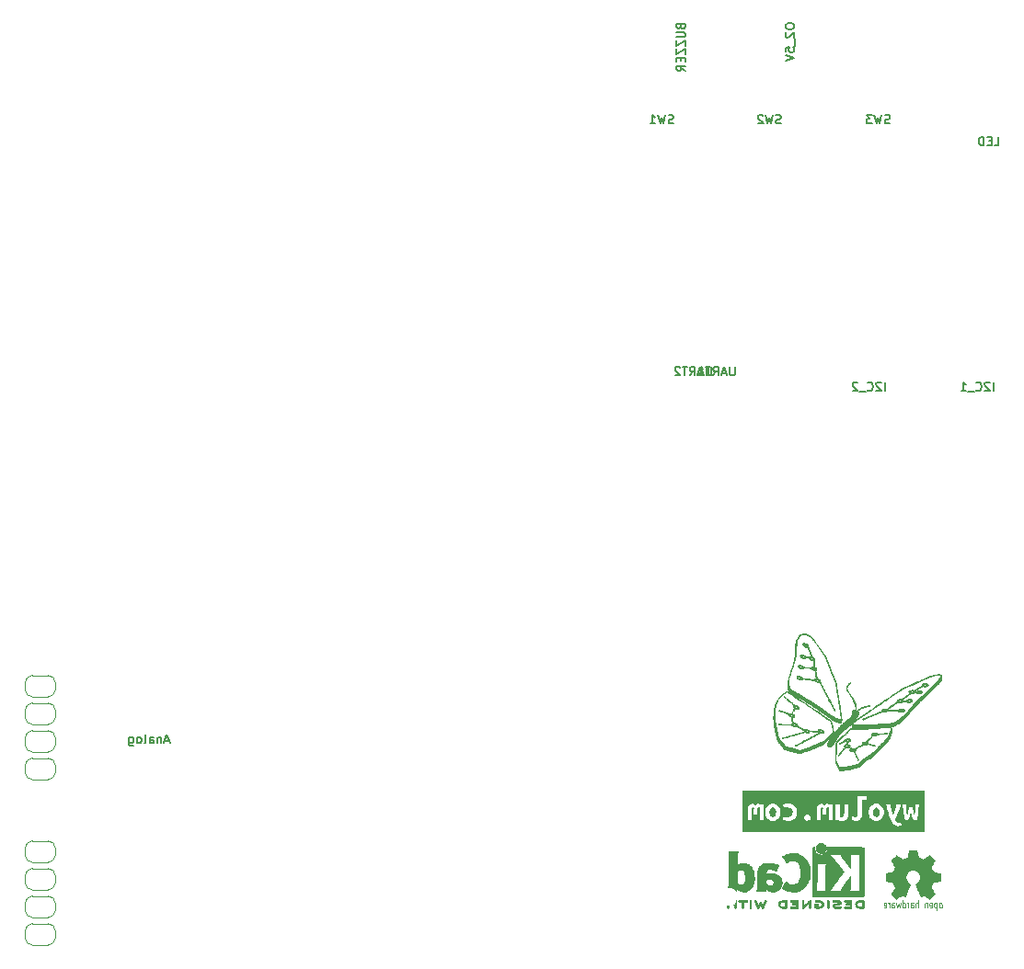
<source format=gbr>
G04 #@! TF.GenerationSoftware,KiCad,Pcbnew,5.1.9-73d0e3b20d~88~ubuntu20.04.1*
G04 #@! TF.CreationDate,2021-10-11T01:44:19+05:30*
G04 #@! TF.ProjectId,vayuO2,76617975-4f32-42e6-9b69-6361645f7063,rev 1*
G04 #@! TF.SameCoordinates,Original*
G04 #@! TF.FileFunction,Legend,Bot*
G04 #@! TF.FilePolarity,Positive*
%FSLAX46Y46*%
G04 Gerber Fmt 4.6, Leading zero omitted, Abs format (unit mm)*
G04 Created by KiCad (PCBNEW 5.1.9-73d0e3b20d~88~ubuntu20.04.1) date 2021-10-11 01:44:19*
%MOMM*%
%LPD*%
G01*
G04 APERTURE LIST*
%ADD10C,0.127000*%
%ADD11C,0.120000*%
%ADD12C,0.075000*%
%ADD13C,0.002540*%
%ADD14C,0.010000*%
%ADD15C,0.150000*%
%ADD16O,1.700000X1.700000*%
%ADD17C,1.700000*%
%ADD18R,1.700000X1.700000*%
%ADD19C,3.000000*%
%ADD20O,2.600000X3.900000*%
%ADD21C,1.800000*%
%ADD22O,2.000000X1.700000*%
%ADD23O,1.700000X2.000000*%
%ADD24C,3.048000*%
%ADD25O,1.950000X1.700000*%
%ADD26C,6.400000*%
%ADD27C,0.800000*%
%ADD28C,2.600000*%
%ADD29C,1.524000*%
%ADD30C,4.572000*%
G04 APERTURE END LIST*
D10*
G36*
X145219975Y-123179375D02*
G01*
X145202116Y-123360350D01*
X145148537Y-123503225D01*
X145055272Y-123596094D01*
X144918350Y-123627050D01*
X144784603Y-123596094D01*
X144688162Y-123503225D01*
X144629822Y-123360350D01*
X144610375Y-123179375D01*
X144628234Y-122998797D01*
X144681812Y-122857112D01*
X144775078Y-122765434D01*
X144912000Y-122734875D01*
X145045747Y-122765434D01*
X145142187Y-122857112D01*
X145200528Y-122998797D01*
X145219975Y-123179375D01*
G37*
G36*
X154744975Y-123179375D02*
G01*
X154727116Y-123360350D01*
X154673538Y-123503225D01*
X154580272Y-123596094D01*
X154443350Y-123627050D01*
X154309603Y-123596094D01*
X154213163Y-123503225D01*
X154154822Y-123360350D01*
X154135375Y-123179375D01*
X154153234Y-122998797D01*
X154206813Y-122857112D01*
X154300078Y-122765434D01*
X154437000Y-122734875D01*
X154570747Y-122765434D01*
X154667188Y-122857112D01*
X154725528Y-122998797D01*
X154744975Y-123179375D01*
G37*
G36*
X158374000Y-121228470D02*
G01*
X157791388Y-122914262D01*
X157748525Y-122734875D01*
X157465950Y-122734875D01*
X157426263Y-122914262D01*
X157381813Y-123095237D01*
X157331013Y-123292088D01*
X157265925Y-123515925D01*
X157248463Y-123373050D01*
X157234175Y-123236525D01*
X157222666Y-123103572D01*
X157213538Y-122971412D01*
X157200838Y-122707887D01*
X157195678Y-122573347D01*
X157189725Y-122433250D01*
X156856350Y-122433250D01*
X156875499Y-122647562D01*
X156898022Y-122855525D01*
X156923918Y-123057137D01*
X156953188Y-123252400D01*
X156996050Y-123497933D01*
X156449950Y-123228588D01*
X156518213Y-123043743D01*
X156583300Y-122849572D01*
X156645213Y-122646074D01*
X156703950Y-122433250D01*
X156297550Y-122433250D01*
X156232463Y-122684075D01*
X156194759Y-122817425D01*
X156154675Y-122950775D01*
X156112209Y-123082934D01*
X156067363Y-123212713D01*
X155973700Y-123452425D01*
X155907025Y-123212713D01*
X155872894Y-123083331D01*
X155840350Y-122952362D01*
X155808997Y-122820203D01*
X155778438Y-122687250D01*
X155722875Y-122433250D01*
X155322825Y-122433250D01*
X155381959Y-122640816D01*
X155438713Y-122844412D01*
X155495466Y-123043644D01*
X155554600Y-123238113D01*
X155616909Y-123428216D01*
X155683188Y-123614350D01*
X155754228Y-123796119D01*
X155029534Y-123633003D01*
X155091050Y-123498463D01*
X155129150Y-123345666D01*
X155141850Y-123176200D01*
X155128753Y-123009116D01*
X155089463Y-122857112D01*
X155026756Y-122722969D01*
X154943413Y-122609462D01*
X154840622Y-122518181D01*
X154719575Y-122450712D01*
X154583844Y-122409041D01*
X154437000Y-122395150D01*
X154288172Y-122409041D01*
X154152838Y-122450712D01*
X154032981Y-122518181D01*
X153930588Y-122609462D01*
X153847641Y-122722969D01*
X153786125Y-122857112D01*
X153748025Y-123009116D01*
X153735325Y-123176200D01*
X153748025Y-123345666D01*
X153786125Y-123498463D01*
X153847244Y-123633003D01*
X153929000Y-123747700D01*
X154030203Y-123840569D01*
X154149663Y-123909625D01*
X154285791Y-123952488D01*
X154437000Y-123966775D01*
X154588209Y-123952488D01*
X154724338Y-123909625D01*
X154844194Y-123840569D01*
X154946588Y-123747700D01*
X155029534Y-123633003D01*
X155754228Y-123796119D01*
X155830825Y-123973125D01*
X155949888Y-124192200D01*
X156080063Y-124343013D01*
X156238813Y-124430325D01*
X156443600Y-124458900D01*
X156622988Y-124443025D01*
X156757925Y-124401750D01*
X156684900Y-124074725D01*
X156572188Y-124114412D01*
X156465825Y-124125525D01*
X156281675Y-124049325D01*
X156170550Y-123868350D01*
X156263683Y-123673088D01*
X156356817Y-123459833D01*
X156449950Y-123228588D01*
X156996050Y-123497933D01*
X157042088Y-123722300D01*
X157091300Y-123925500D01*
X157386575Y-123925500D01*
X157451663Y-123744525D01*
X157508813Y-123584188D01*
X157562788Y-123422263D01*
X157618350Y-123236525D01*
X157675500Y-123419088D01*
X157727888Y-123579425D01*
X157783450Y-123741350D01*
X157853300Y-123925500D01*
X158148575Y-123925500D01*
X158185484Y-123778259D01*
X158220013Y-123615938D01*
X158252159Y-123440519D01*
X158281925Y-123253988D01*
X158308913Y-123058328D01*
X158332725Y-122855525D01*
X158354156Y-122646769D01*
X158374000Y-122433250D01*
X158040625Y-122433250D01*
X158031982Y-122615989D01*
X158022986Y-122795906D01*
X158013638Y-122973000D01*
X158001467Y-123150447D01*
X157984004Y-123331422D01*
X157961250Y-123515925D01*
X157889813Y-123292088D01*
X157835838Y-123095237D01*
X157791388Y-122914262D01*
X158374000Y-121228470D01*
X158886630Y-121228470D01*
X158886630Y-124971530D01*
X152601850Y-123960425D01*
X152835213Y-123920341D01*
X152995550Y-123800088D01*
X153088419Y-123602841D01*
X153119375Y-123331775D01*
X153119375Y-122064950D01*
X153532125Y-122064950D01*
X153532125Y-121741100D01*
X152728850Y-121741100D01*
X152728850Y-123360350D01*
X152668525Y-123566725D01*
X152516125Y-123620700D01*
X152319275Y-123588950D01*
X152214500Y-123547675D01*
X152163700Y-123862000D01*
X152206563Y-123884225D01*
X152293875Y-123917563D01*
X152425638Y-123947725D01*
X152601850Y-123960425D01*
X158886630Y-124971530D01*
X158374000Y-124971530D01*
X151265175Y-123960425D01*
X151432656Y-123947725D01*
X151566800Y-123909625D01*
X151752538Y-123765163D01*
X151846200Y-123544500D01*
X151865250Y-123411150D01*
X151871600Y-123265100D01*
X151871600Y-122433250D01*
X151481075Y-122433250D01*
X151481075Y-123214300D01*
X151468772Y-123394084D01*
X151431863Y-123520688D01*
X151239775Y-123620700D01*
X151061975Y-123604825D01*
X151061975Y-122433250D01*
X150668275Y-122433250D01*
X150668275Y-123874700D01*
X150787734Y-123903275D01*
X150930213Y-123931850D01*
X151090947Y-123953281D01*
X151265175Y-123960425D01*
X158374000Y-124971530D01*
X142626000Y-124971530D01*
X147804425Y-123674675D01*
X147890150Y-123887400D01*
X148087000Y-123960425D01*
X148194950Y-123941375D01*
X148285437Y-123885813D01*
X148348937Y-123796913D01*
X148372750Y-123674675D01*
X148348937Y-123555613D01*
X148285437Y-123468300D01*
X148194950Y-123414325D01*
X148087000Y-123395275D01*
X147890150Y-123468300D01*
X147804425Y-123674675D01*
X142626000Y-124971530D01*
X142113370Y-124971530D01*
X145816875Y-123887400D01*
X146016900Y-123939788D01*
X146144694Y-123955266D01*
X146293125Y-123960425D01*
X146505453Y-123945344D01*
X146685237Y-123900100D01*
X146834066Y-123828663D01*
X146953525Y-123735000D01*
X147044409Y-123620700D01*
X147107512Y-123487350D01*
X147144422Y-123338919D01*
X147156725Y-123179375D01*
X147144025Y-123022212D01*
X147105925Y-122874575D01*
X147041631Y-122740828D01*
X146950350Y-122625337D01*
X146831684Y-122530087D01*
X146685237Y-122457062D01*
X146509422Y-122410628D01*
X146302650Y-122395150D01*
X146061350Y-122414200D01*
X145842275Y-122477700D01*
X145928000Y-122792025D01*
X146069287Y-122752337D01*
X146267725Y-122734875D01*
X146501087Y-122768212D01*
X146651900Y-122860287D01*
X145603753Y-123009116D01*
X145564462Y-122857112D01*
X145501756Y-122722969D01*
X145418412Y-122609462D01*
X145315622Y-122518181D01*
X145194575Y-122450712D01*
X145058844Y-122409041D01*
X144912000Y-122395150D01*
X144763172Y-122409041D01*
X143032400Y-122417375D01*
X142829200Y-122455475D01*
X142703787Y-122569775D01*
X142641875Y-122761862D01*
X142629969Y-122887672D01*
X142626000Y-123033325D01*
X142626000Y-123925500D01*
X142943500Y-123925500D01*
X142943500Y-123014275D01*
X142954612Y-122871400D01*
X142983187Y-122788850D01*
X143024462Y-122750750D01*
X143073675Y-122741225D01*
X143134000Y-122745987D01*
X143191150Y-122763450D01*
X143175275Y-122896800D01*
X143168925Y-123058725D01*
X143168925Y-123357175D01*
X143486425Y-123357175D01*
X143486425Y-123014275D01*
X143516587Y-122801550D01*
X143613425Y-122741225D01*
X143659462Y-122744400D01*
X143711850Y-122753925D01*
X143711850Y-123925500D01*
X144029350Y-123925500D01*
X144029350Y-122490400D01*
X143784875Y-122436425D01*
X143572150Y-122417375D01*
X143424512Y-122438012D01*
X143311800Y-122506275D01*
X143184800Y-122444362D01*
X143032400Y-122417375D01*
X144763172Y-122409041D01*
X144627837Y-122450712D01*
X144507981Y-122518181D01*
X144405587Y-122609462D01*
X144322641Y-122722969D01*
X144261125Y-122857112D01*
X144223025Y-123009116D01*
X144210325Y-123176200D01*
X144223025Y-123345666D01*
X144261125Y-123498463D01*
X144322244Y-123633003D01*
X144404000Y-123747700D01*
X144505203Y-123840569D01*
X144624662Y-123909625D01*
X144760791Y-123952488D01*
X144912000Y-123966775D01*
X145063209Y-123952488D01*
X145199337Y-123909625D01*
X145319194Y-123840569D01*
X145421587Y-123747700D01*
X145504534Y-123633003D01*
X145566050Y-123498463D01*
X145604150Y-123345666D01*
X145616850Y-123176200D01*
X145603753Y-123009116D01*
X146651900Y-122860287D01*
X146734450Y-123001575D01*
X146759850Y-123179375D01*
X146730878Y-123363525D01*
X146643962Y-123503225D01*
X146487197Y-123591331D01*
X146248675Y-123620700D01*
X146056587Y-123608000D01*
X145874025Y-123566725D01*
X145816875Y-123887400D01*
X142113370Y-124971530D01*
X142113370Y-121228470D01*
X149382400Y-122417375D01*
X149179200Y-122455475D01*
X149053787Y-122569775D01*
X148991875Y-122761862D01*
X148979969Y-122887672D01*
X148976000Y-123033325D01*
X148976000Y-123925500D01*
X149293500Y-123925500D01*
X149293500Y-123014275D01*
X149304612Y-122871400D01*
X149333187Y-122788850D01*
X149374462Y-122750750D01*
X149423675Y-122741225D01*
X149484000Y-122745987D01*
X149541150Y-122763450D01*
X149525275Y-122896800D01*
X149518925Y-123058725D01*
X149518925Y-123357175D01*
X149836425Y-123357175D01*
X149836425Y-123014275D01*
X149866587Y-122801550D01*
X149963425Y-122741225D01*
X150009462Y-122744400D01*
X150061850Y-122753925D01*
X150061850Y-123925500D01*
X150379350Y-123925500D01*
X150379350Y-122490400D01*
X150134875Y-122436425D01*
X149922150Y-122417375D01*
X149774512Y-122438012D01*
X149661800Y-122506275D01*
X149534800Y-122444362D01*
X149382400Y-122417375D01*
X142113370Y-121228470D01*
X142626000Y-121228470D01*
X158374000Y-121228470D01*
G37*
D11*
X78200000Y-110570000D02*
X76800000Y-110570000D01*
X76100000Y-111270000D02*
X76100000Y-111870000D01*
X76800000Y-112570000D02*
X78200000Y-112570000D01*
X78900000Y-111870000D02*
X78900000Y-111270000D01*
X78900000Y-111270000D02*
G75*
G03*
X78200000Y-110570000I-700000J0D01*
G01*
X78200000Y-112570000D02*
G75*
G03*
X78900000Y-111870000I0J700000D01*
G01*
X76100000Y-111870000D02*
G75*
G03*
X76800000Y-112570000I700000J0D01*
G01*
X76800000Y-110570000D02*
G75*
G03*
X76100000Y-111270000I0J-700000D01*
G01*
X78200000Y-113110000D02*
X76800000Y-113110000D01*
X76100000Y-113810000D02*
X76100000Y-114410000D01*
X76800000Y-115110000D02*
X78200000Y-115110000D01*
X78900000Y-114410000D02*
X78900000Y-113810000D01*
X78900000Y-113810000D02*
G75*
G03*
X78200000Y-113110000I-700000J0D01*
G01*
X78200000Y-115110000D02*
G75*
G03*
X78900000Y-114410000I0J700000D01*
G01*
X76100000Y-114410000D02*
G75*
G03*
X76800000Y-115110000I700000J0D01*
G01*
X76800000Y-113110000D02*
G75*
G03*
X76100000Y-113810000I0J-700000D01*
G01*
X78200000Y-115650000D02*
X76800000Y-115650000D01*
X76100000Y-116350000D02*
X76100000Y-116950000D01*
X76800000Y-117650000D02*
X78200000Y-117650000D01*
X78900000Y-116950000D02*
X78900000Y-116350000D01*
X78900000Y-116350000D02*
G75*
G03*
X78200000Y-115650000I-700000J0D01*
G01*
X78200000Y-117650000D02*
G75*
G03*
X78900000Y-116950000I0J700000D01*
G01*
X76100000Y-116950000D02*
G75*
G03*
X76800000Y-117650000I700000J0D01*
G01*
X76800000Y-115650000D02*
G75*
G03*
X76100000Y-116350000I0J-700000D01*
G01*
X78200000Y-118190000D02*
X76800000Y-118190000D01*
X76100000Y-118890000D02*
X76100000Y-119490000D01*
X76800000Y-120190000D02*
X78200000Y-120190000D01*
X78900000Y-119490000D02*
X78900000Y-118890000D01*
X78900000Y-118890000D02*
G75*
G03*
X78200000Y-118190000I-700000J0D01*
G01*
X78200000Y-120190000D02*
G75*
G03*
X78900000Y-119490000I0J700000D01*
G01*
X76100000Y-119490000D02*
G75*
G03*
X76800000Y-120190000I700000J0D01*
G01*
X76800000Y-118190000D02*
G75*
G03*
X76100000Y-118890000I0J-700000D01*
G01*
X78200000Y-125810000D02*
X76800000Y-125810000D01*
X76100000Y-126510000D02*
X76100000Y-127110000D01*
X76800000Y-127810000D02*
X78200000Y-127810000D01*
X78900000Y-127110000D02*
X78900000Y-126510000D01*
X78900000Y-126510000D02*
G75*
G03*
X78200000Y-125810000I-700000J0D01*
G01*
X78200000Y-127810000D02*
G75*
G03*
X78900000Y-127110000I0J700000D01*
G01*
X76100000Y-127110000D02*
G75*
G03*
X76800000Y-127810000I700000J0D01*
G01*
X76800000Y-125810000D02*
G75*
G03*
X76100000Y-126510000I0J-700000D01*
G01*
X78200001Y-128350000D02*
X76800001Y-128350000D01*
X76100001Y-129050000D02*
X76100001Y-129650000D01*
X76800001Y-130350000D02*
X78200001Y-130350000D01*
X78900001Y-129650000D02*
X78900001Y-129050000D01*
X78900001Y-129050000D02*
G75*
G03*
X78200001Y-128350000I-700000J0D01*
G01*
X78200001Y-130350000D02*
G75*
G03*
X78900001Y-129650000I0J700000D01*
G01*
X76100001Y-129650000D02*
G75*
G03*
X76800001Y-130350000I700000J0D01*
G01*
X76800001Y-128350000D02*
G75*
G03*
X76100001Y-129050000I0J-700000D01*
G01*
X78200000Y-130890000D02*
X76800000Y-130890000D01*
X76100000Y-131590000D02*
X76100000Y-132190000D01*
X76800000Y-132890000D02*
X78200000Y-132890000D01*
X78900000Y-132190000D02*
X78900000Y-131590000D01*
X78900000Y-131590000D02*
G75*
G03*
X78200000Y-130890000I-700000J0D01*
G01*
X78200000Y-132890000D02*
G75*
G03*
X78900000Y-132190000I0J700000D01*
G01*
X76100000Y-132190000D02*
G75*
G03*
X76800000Y-132890000I700000J0D01*
G01*
X76800000Y-130890000D02*
G75*
G03*
X76100000Y-131590000I0J-700000D01*
G01*
X78200000Y-133430000D02*
X76800000Y-133430000D01*
X76100000Y-134130000D02*
X76100000Y-134730000D01*
X76800000Y-135430000D02*
X78200000Y-135430000D01*
X78900000Y-134730000D02*
X78900000Y-134130000D01*
X78900000Y-134130000D02*
G75*
G03*
X78200000Y-133430000I-700000J0D01*
G01*
X78200000Y-135430000D02*
G75*
G03*
X78900000Y-134730000I0J700000D01*
G01*
X76100000Y-134730000D02*
G75*
G03*
X76800000Y-135430000I700000J0D01*
G01*
X76800000Y-133430000D02*
G75*
G03*
X76100000Y-134130000I0J-700000D01*
G01*
D12*
X155640000Y-131520000D02*
X155640000Y-131980000D01*
X155550000Y-131520000D02*
X155500000Y-131520000D01*
X155600000Y-131550000D02*
X155550000Y-131520000D01*
X155620000Y-131570000D02*
X155600000Y-131550000D01*
X155640000Y-131640000D02*
X155620000Y-131570000D01*
X155200000Y-131980000D02*
X155150000Y-131950000D01*
X155300000Y-131980000D02*
X155200000Y-131980000D01*
X155340000Y-131950000D02*
X155300000Y-131980000D01*
X155360000Y-131880000D02*
X155340000Y-131950000D01*
X155360000Y-131610000D02*
X155360000Y-131880000D01*
X155330000Y-131550000D02*
X155360000Y-131610000D01*
X155290000Y-131520000D02*
X155330000Y-131550000D01*
X155190000Y-131520000D02*
X155290000Y-131520000D01*
X155150000Y-131560000D02*
X155190000Y-131520000D01*
X155130000Y-131630000D02*
X155150000Y-131560000D01*
X155130000Y-131750000D02*
X155130000Y-131630000D01*
X155130000Y-131750000D02*
X155360000Y-131750000D01*
X155880000Y-131610000D02*
X155880000Y-131980000D01*
X155910000Y-131550000D02*
X155880000Y-131610000D01*
X155950000Y-131520000D02*
X155910000Y-131550000D01*
X156050000Y-131520000D02*
X155950000Y-131520000D01*
X156100000Y-131550000D02*
X156050000Y-131520000D01*
X156040000Y-131710000D02*
X156090000Y-131740000D01*
X155920000Y-131710000D02*
X156040000Y-131710000D01*
X155880000Y-131680000D02*
X155920000Y-131710000D01*
X155930000Y-131980000D02*
X155880000Y-131940000D01*
X156050000Y-131980000D02*
X155930000Y-131980000D01*
X156100000Y-131940000D02*
X156050000Y-131980000D01*
X156120000Y-131880000D02*
X156100000Y-131940000D01*
X156120000Y-131810000D02*
X156120000Y-131880000D01*
X156090000Y-131740000D02*
X156120000Y-131810000D01*
X156670000Y-131520000D02*
X156570000Y-131980000D01*
X156570000Y-131980000D02*
X156480000Y-131640000D01*
X156480000Y-131640000D02*
X156380000Y-131980000D01*
X156380000Y-131980000D02*
X156280000Y-131520000D01*
X156860000Y-131950000D02*
X156900000Y-131980000D01*
X156900000Y-131980000D02*
X157010000Y-131980000D01*
X157010000Y-131980000D02*
X157050000Y-131950000D01*
X157050000Y-131950000D02*
X157070000Y-131920000D01*
X157070000Y-131920000D02*
X157100000Y-131850000D01*
X157100000Y-131850000D02*
X157100000Y-131650000D01*
X157100000Y-131650000D02*
X157070000Y-131580000D01*
X157070000Y-131580000D02*
X157050000Y-131550000D01*
X157050000Y-131550000D02*
X156990000Y-131510000D01*
X156990000Y-131510000D02*
X156920000Y-131510000D01*
X156920000Y-131510000D02*
X156860000Y-131550000D01*
X156860000Y-131280000D02*
X156860000Y-131980000D01*
X157380000Y-131640000D02*
X157360000Y-131570000D01*
X157360000Y-131570000D02*
X157340000Y-131550000D01*
X157340000Y-131550000D02*
X157290000Y-131520000D01*
X157290000Y-131520000D02*
X157240000Y-131520000D01*
X157380000Y-131520000D02*
X157380000Y-131980000D01*
X157830000Y-131740000D02*
X157860000Y-131810000D01*
X157860000Y-131810000D02*
X157860000Y-131880000D01*
X157860000Y-131880000D02*
X157840000Y-131940000D01*
X157840000Y-131940000D02*
X157790000Y-131980000D01*
X157790000Y-131980000D02*
X157670000Y-131980000D01*
X157670000Y-131980000D02*
X157620000Y-131940000D01*
X157620000Y-131680000D02*
X157660000Y-131710000D01*
X157660000Y-131710000D02*
X157780000Y-131710000D01*
X157780000Y-131710000D02*
X157830000Y-131740000D01*
X157840000Y-131550000D02*
X157790000Y-131520000D01*
X157790000Y-131520000D02*
X157690000Y-131520000D01*
X157690000Y-131520000D02*
X157650000Y-131550000D01*
X157650000Y-131550000D02*
X157620000Y-131610000D01*
X157620000Y-131610000D02*
X157620000Y-131980000D01*
X158290000Y-131590000D02*
X158270000Y-131550000D01*
X158270000Y-131550000D02*
X158220000Y-131520000D01*
X158220000Y-131520000D02*
X158140000Y-131520000D01*
X158140000Y-131520000D02*
X158100000Y-131550000D01*
X158100000Y-131550000D02*
X158080000Y-131610000D01*
X158080000Y-131610000D02*
X158080000Y-131980000D01*
X158290000Y-131280000D02*
X158290000Y-131980000D01*
X159340000Y-131750000D02*
X159570000Y-131750000D01*
X159120000Y-131580000D02*
X159100000Y-131550000D01*
X159100000Y-131550000D02*
X159060000Y-131520000D01*
X159060000Y-131520000D02*
X158970000Y-131520000D01*
X158970000Y-131520000D02*
X158930000Y-131550000D01*
X158930000Y-131550000D02*
X158910000Y-131610000D01*
X158910000Y-131610000D02*
X158910000Y-131980000D01*
X159120000Y-131520000D02*
X159120000Y-131980000D01*
X159340000Y-131750000D02*
X159340000Y-131630000D01*
X159340000Y-131630000D02*
X159360000Y-131560000D01*
X159360000Y-131560000D02*
X159400000Y-131520000D01*
X159400000Y-131520000D02*
X159500000Y-131520000D01*
X159500000Y-131520000D02*
X159540000Y-131550000D01*
X159540000Y-131550000D02*
X159570000Y-131610000D01*
X159570000Y-131610000D02*
X159570000Y-131880000D01*
X159570000Y-131880000D02*
X159550000Y-131950000D01*
X159550000Y-131950000D02*
X159510000Y-131980000D01*
X159510000Y-131980000D02*
X159410000Y-131980000D01*
X159410000Y-131980000D02*
X159360000Y-131950000D01*
X160000000Y-131550000D02*
X159960000Y-131520000D01*
X159960000Y-131520000D02*
X159860000Y-131520000D01*
X159860000Y-131520000D02*
X159820000Y-131550000D01*
X159820000Y-131550000D02*
X159790000Y-131580000D01*
X159790000Y-131580000D02*
X159770000Y-131640000D01*
X159770000Y-131640000D02*
X159770000Y-131860000D01*
X159770000Y-131860000D02*
X159790000Y-131920000D01*
X159790000Y-131920000D02*
X159810000Y-131950000D01*
X159810000Y-131950000D02*
X159850000Y-131980000D01*
X159850000Y-131980000D02*
X159950000Y-131980000D01*
X159950000Y-131980000D02*
X160000000Y-131950000D01*
X160000000Y-132220000D02*
X160000000Y-131520000D01*
X160310000Y-131520000D02*
X160390000Y-131520000D01*
X160390000Y-131520000D02*
X160430000Y-131550000D01*
X160430000Y-131550000D02*
X160450000Y-131580000D01*
X160450000Y-131580000D02*
X160480000Y-131650000D01*
X160390000Y-131980000D02*
X160310000Y-131980000D01*
X160310000Y-131980000D02*
X160260000Y-131950000D01*
X160260000Y-131950000D02*
X160240000Y-131920000D01*
X160240000Y-131920000D02*
X160220000Y-131850000D01*
X160220000Y-131850000D02*
X160220000Y-131650000D01*
X160220000Y-131650000D02*
X160240000Y-131590000D01*
X160240000Y-131590000D02*
X160260000Y-131560000D01*
X160260000Y-131560000D02*
X160310000Y-131520000D01*
X160480000Y-131650000D02*
X160480000Y-131850000D01*
X160480000Y-131850000D02*
X160460000Y-131910000D01*
X160460000Y-131910000D02*
X160440000Y-131940000D01*
X160440000Y-131940000D02*
X160390000Y-131980000D01*
D13*
G36*
X159313840Y-131145360D02*
G01*
X159288440Y-131130120D01*
X159230020Y-131094560D01*
X159146200Y-131038680D01*
X159047140Y-130972640D01*
X158948080Y-130906600D01*
X158866800Y-130853260D01*
X158810920Y-130815160D01*
X158785520Y-130802460D01*
X158772820Y-130807540D01*
X158727100Y-130830400D01*
X158658520Y-130865960D01*
X158617880Y-130886280D01*
X158556920Y-130911680D01*
X158523900Y-130919300D01*
X158518820Y-130909140D01*
X158495960Y-130860880D01*
X158460400Y-130779600D01*
X158414680Y-130670380D01*
X158358800Y-130543380D01*
X158302920Y-130408760D01*
X158244500Y-130269060D01*
X158188620Y-130134440D01*
X158140360Y-130015060D01*
X158099720Y-129918540D01*
X158074320Y-129849960D01*
X158064160Y-129822020D01*
X158066700Y-129814400D01*
X158099720Y-129783920D01*
X158153060Y-129743280D01*
X158272440Y-129646760D01*
X158389280Y-129501980D01*
X158460400Y-129336880D01*
X158483260Y-129151460D01*
X158462940Y-128981280D01*
X158396900Y-128818720D01*
X158282600Y-128671400D01*
X158142900Y-128562180D01*
X157980340Y-128493600D01*
X157800000Y-128470740D01*
X157627280Y-128491060D01*
X157459640Y-128557100D01*
X157312320Y-128668860D01*
X157248820Y-128739980D01*
X157162460Y-128889840D01*
X157114200Y-129047320D01*
X157109120Y-129087960D01*
X157116740Y-129263220D01*
X157167540Y-129433400D01*
X157261520Y-129583260D01*
X157391060Y-129707720D01*
X157406300Y-129717880D01*
X157464720Y-129763600D01*
X157505360Y-129794080D01*
X157535840Y-129819480D01*
X157312320Y-130357960D01*
X157276760Y-130441780D01*
X157215800Y-130589100D01*
X157162460Y-130716100D01*
X157119280Y-130817700D01*
X157088800Y-130883740D01*
X157076100Y-130911680D01*
X157076100Y-130914220D01*
X157055780Y-130916760D01*
X157015140Y-130901520D01*
X156938940Y-130865960D01*
X156890680Y-130840560D01*
X156832260Y-130812620D01*
X156806860Y-130802460D01*
X156784000Y-130815160D01*
X156730660Y-130850720D01*
X156649380Y-130904060D01*
X156552860Y-130967560D01*
X156461420Y-131031060D01*
X156377600Y-131086940D01*
X156316640Y-131125040D01*
X156286160Y-131142820D01*
X156281080Y-131142820D01*
X156255680Y-131127580D01*
X156207420Y-131086940D01*
X156133760Y-131018360D01*
X156029620Y-130914220D01*
X156014380Y-130898980D01*
X155928020Y-130812620D01*
X155859440Y-130738960D01*
X155813720Y-130688160D01*
X155795940Y-130665300D01*
X155811180Y-130634820D01*
X155849280Y-130573860D01*
X155905160Y-130487500D01*
X155973740Y-130388440D01*
X156151540Y-130129360D01*
X156055020Y-129885520D01*
X156024540Y-129809320D01*
X155986440Y-129720420D01*
X155958500Y-129654380D01*
X155943260Y-129626440D01*
X155917860Y-129616280D01*
X155849280Y-129601040D01*
X155752760Y-129580720D01*
X155638460Y-129560400D01*
X155526700Y-129540080D01*
X155427640Y-129519760D01*
X155356520Y-129507060D01*
X155323500Y-129499440D01*
X155315880Y-129494360D01*
X155308260Y-129479120D01*
X155305720Y-129446100D01*
X155303180Y-129385140D01*
X155300640Y-129291160D01*
X155300640Y-129151460D01*
X155300640Y-129136220D01*
X155303180Y-129006680D01*
X155305720Y-128900000D01*
X155308260Y-128833960D01*
X155313340Y-128806020D01*
X155343820Y-128798400D01*
X155414940Y-128783160D01*
X155514000Y-128765380D01*
X155633380Y-128742520D01*
X155641000Y-128739980D01*
X155757840Y-128717120D01*
X155856900Y-128696800D01*
X155928020Y-128681560D01*
X155955960Y-128671400D01*
X155963580Y-128663780D01*
X155986440Y-128618060D01*
X156019460Y-128544400D01*
X156060100Y-128455500D01*
X156098200Y-128361520D01*
X156131220Y-128277700D01*
X156154080Y-128216740D01*
X156161700Y-128188800D01*
X156159160Y-128186260D01*
X156141380Y-128158320D01*
X156100740Y-128097360D01*
X156044860Y-128013540D01*
X155976280Y-127911940D01*
X155971200Y-127904320D01*
X155902620Y-127805260D01*
X155846740Y-127718900D01*
X155811180Y-127660480D01*
X155795940Y-127632540D01*
X155795940Y-127630000D01*
X155818800Y-127599520D01*
X155869600Y-127543640D01*
X155943260Y-127467440D01*
X156029620Y-127378540D01*
X156057560Y-127353140D01*
X156156620Y-127256620D01*
X156222660Y-127195660D01*
X156265840Y-127162640D01*
X156286160Y-127155020D01*
X156316640Y-127172800D01*
X156380140Y-127213440D01*
X156463960Y-127271860D01*
X156565560Y-127340440D01*
X156573180Y-127345520D01*
X156672240Y-127414100D01*
X156756060Y-127469980D01*
X156814480Y-127510620D01*
X156842420Y-127525860D01*
X156844960Y-127525860D01*
X156885600Y-127513160D01*
X156956720Y-127487760D01*
X157045620Y-127454740D01*
X157137060Y-127416640D01*
X157220880Y-127381080D01*
X157284380Y-127353140D01*
X157314860Y-127335360D01*
X157325020Y-127299800D01*
X157342800Y-127223600D01*
X157363120Y-127122000D01*
X157388520Y-127000080D01*
X157391060Y-126979760D01*
X157413920Y-126860380D01*
X157431700Y-126761320D01*
X157446940Y-126692740D01*
X157454560Y-126664800D01*
X157469800Y-126662260D01*
X157528220Y-126657180D01*
X157617120Y-126654640D01*
X157726340Y-126654640D01*
X157838100Y-126654640D01*
X157947320Y-126657180D01*
X158041300Y-126659720D01*
X158109880Y-126664800D01*
X158137820Y-126669880D01*
X158137820Y-126672420D01*
X158147980Y-126710520D01*
X158165760Y-126784180D01*
X158186080Y-126888320D01*
X158208940Y-127010240D01*
X158214020Y-127033100D01*
X158236880Y-127149940D01*
X158257200Y-127249000D01*
X158269900Y-127315040D01*
X158277520Y-127342980D01*
X158290220Y-127348060D01*
X158338480Y-127368380D01*
X158417220Y-127401400D01*
X158516280Y-127442040D01*
X158744880Y-127533480D01*
X159026820Y-127342980D01*
X159052220Y-127325200D01*
X159153820Y-127256620D01*
X159235100Y-127200740D01*
X159293520Y-127162640D01*
X159316380Y-127149940D01*
X159318920Y-127149940D01*
X159346860Y-127175340D01*
X159402740Y-127228680D01*
X159478940Y-127302340D01*
X159567840Y-127388700D01*
X159631340Y-127454740D01*
X159710080Y-127533480D01*
X159758340Y-127586820D01*
X159786280Y-127619840D01*
X159793900Y-127640160D01*
X159791360Y-127655400D01*
X159773580Y-127683340D01*
X159732940Y-127744300D01*
X159674520Y-127830660D01*
X159605940Y-127929720D01*
X159550060Y-128013540D01*
X159489100Y-128107520D01*
X159451000Y-128173560D01*
X159435760Y-128206580D01*
X159440840Y-128219280D01*
X159458620Y-128275160D01*
X159494180Y-128358980D01*
X159534820Y-128458040D01*
X159633880Y-128679020D01*
X159778660Y-128706960D01*
X159867560Y-128724740D01*
X159989480Y-128747600D01*
X160108860Y-128770460D01*
X160291740Y-128806020D01*
X160299360Y-129481660D01*
X160271420Y-129494360D01*
X160243480Y-129501980D01*
X160174900Y-129517220D01*
X160078380Y-129537540D01*
X159961540Y-129557860D01*
X159865020Y-129575640D01*
X159765960Y-129595960D01*
X159694840Y-129608660D01*
X159664360Y-129616280D01*
X159654200Y-129626440D01*
X159631340Y-129674700D01*
X159595780Y-129750900D01*
X159555140Y-129842340D01*
X159517040Y-129936320D01*
X159481480Y-130025220D01*
X159458620Y-130091260D01*
X159448460Y-130124280D01*
X159461160Y-130152220D01*
X159499260Y-130210640D01*
X159552600Y-130291920D01*
X159621180Y-130390980D01*
X159687220Y-130487500D01*
X159745640Y-130571320D01*
X159783740Y-130632280D01*
X159801520Y-130660220D01*
X159791360Y-130678000D01*
X159753260Y-130726260D01*
X159679600Y-130802460D01*
X159567840Y-130911680D01*
X159550060Y-130929460D01*
X159463700Y-131013280D01*
X159390040Y-131081860D01*
X159336700Y-131127580D01*
X159313840Y-131145360D01*
G37*
X159313840Y-131145360D02*
X159288440Y-131130120D01*
X159230020Y-131094560D01*
X159146200Y-131038680D01*
X159047140Y-130972640D01*
X158948080Y-130906600D01*
X158866800Y-130853260D01*
X158810920Y-130815160D01*
X158785520Y-130802460D01*
X158772820Y-130807540D01*
X158727100Y-130830400D01*
X158658520Y-130865960D01*
X158617880Y-130886280D01*
X158556920Y-130911680D01*
X158523900Y-130919300D01*
X158518820Y-130909140D01*
X158495960Y-130860880D01*
X158460400Y-130779600D01*
X158414680Y-130670380D01*
X158358800Y-130543380D01*
X158302920Y-130408760D01*
X158244500Y-130269060D01*
X158188620Y-130134440D01*
X158140360Y-130015060D01*
X158099720Y-129918540D01*
X158074320Y-129849960D01*
X158064160Y-129822020D01*
X158066700Y-129814400D01*
X158099720Y-129783920D01*
X158153060Y-129743280D01*
X158272440Y-129646760D01*
X158389280Y-129501980D01*
X158460400Y-129336880D01*
X158483260Y-129151460D01*
X158462940Y-128981280D01*
X158396900Y-128818720D01*
X158282600Y-128671400D01*
X158142900Y-128562180D01*
X157980340Y-128493600D01*
X157800000Y-128470740D01*
X157627280Y-128491060D01*
X157459640Y-128557100D01*
X157312320Y-128668860D01*
X157248820Y-128739980D01*
X157162460Y-128889840D01*
X157114200Y-129047320D01*
X157109120Y-129087960D01*
X157116740Y-129263220D01*
X157167540Y-129433400D01*
X157261520Y-129583260D01*
X157391060Y-129707720D01*
X157406300Y-129717880D01*
X157464720Y-129763600D01*
X157505360Y-129794080D01*
X157535840Y-129819480D01*
X157312320Y-130357960D01*
X157276760Y-130441780D01*
X157215800Y-130589100D01*
X157162460Y-130716100D01*
X157119280Y-130817700D01*
X157088800Y-130883740D01*
X157076100Y-130911680D01*
X157076100Y-130914220D01*
X157055780Y-130916760D01*
X157015140Y-130901520D01*
X156938940Y-130865960D01*
X156890680Y-130840560D01*
X156832260Y-130812620D01*
X156806860Y-130802460D01*
X156784000Y-130815160D01*
X156730660Y-130850720D01*
X156649380Y-130904060D01*
X156552860Y-130967560D01*
X156461420Y-131031060D01*
X156377600Y-131086940D01*
X156316640Y-131125040D01*
X156286160Y-131142820D01*
X156281080Y-131142820D01*
X156255680Y-131127580D01*
X156207420Y-131086940D01*
X156133760Y-131018360D01*
X156029620Y-130914220D01*
X156014380Y-130898980D01*
X155928020Y-130812620D01*
X155859440Y-130738960D01*
X155813720Y-130688160D01*
X155795940Y-130665300D01*
X155811180Y-130634820D01*
X155849280Y-130573860D01*
X155905160Y-130487500D01*
X155973740Y-130388440D01*
X156151540Y-130129360D01*
X156055020Y-129885520D01*
X156024540Y-129809320D01*
X155986440Y-129720420D01*
X155958500Y-129654380D01*
X155943260Y-129626440D01*
X155917860Y-129616280D01*
X155849280Y-129601040D01*
X155752760Y-129580720D01*
X155638460Y-129560400D01*
X155526700Y-129540080D01*
X155427640Y-129519760D01*
X155356520Y-129507060D01*
X155323500Y-129499440D01*
X155315880Y-129494360D01*
X155308260Y-129479120D01*
X155305720Y-129446100D01*
X155303180Y-129385140D01*
X155300640Y-129291160D01*
X155300640Y-129151460D01*
X155300640Y-129136220D01*
X155303180Y-129006680D01*
X155305720Y-128900000D01*
X155308260Y-128833960D01*
X155313340Y-128806020D01*
X155343820Y-128798400D01*
X155414940Y-128783160D01*
X155514000Y-128765380D01*
X155633380Y-128742520D01*
X155641000Y-128739980D01*
X155757840Y-128717120D01*
X155856900Y-128696800D01*
X155928020Y-128681560D01*
X155955960Y-128671400D01*
X155963580Y-128663780D01*
X155986440Y-128618060D01*
X156019460Y-128544400D01*
X156060100Y-128455500D01*
X156098200Y-128361520D01*
X156131220Y-128277700D01*
X156154080Y-128216740D01*
X156161700Y-128188800D01*
X156159160Y-128186260D01*
X156141380Y-128158320D01*
X156100740Y-128097360D01*
X156044860Y-128013540D01*
X155976280Y-127911940D01*
X155971200Y-127904320D01*
X155902620Y-127805260D01*
X155846740Y-127718900D01*
X155811180Y-127660480D01*
X155795940Y-127632540D01*
X155795940Y-127630000D01*
X155818800Y-127599520D01*
X155869600Y-127543640D01*
X155943260Y-127467440D01*
X156029620Y-127378540D01*
X156057560Y-127353140D01*
X156156620Y-127256620D01*
X156222660Y-127195660D01*
X156265840Y-127162640D01*
X156286160Y-127155020D01*
X156316640Y-127172800D01*
X156380140Y-127213440D01*
X156463960Y-127271860D01*
X156565560Y-127340440D01*
X156573180Y-127345520D01*
X156672240Y-127414100D01*
X156756060Y-127469980D01*
X156814480Y-127510620D01*
X156842420Y-127525860D01*
X156844960Y-127525860D01*
X156885600Y-127513160D01*
X156956720Y-127487760D01*
X157045620Y-127454740D01*
X157137060Y-127416640D01*
X157220880Y-127381080D01*
X157284380Y-127353140D01*
X157314860Y-127335360D01*
X157325020Y-127299800D01*
X157342800Y-127223600D01*
X157363120Y-127122000D01*
X157388520Y-127000080D01*
X157391060Y-126979760D01*
X157413920Y-126860380D01*
X157431700Y-126761320D01*
X157446940Y-126692740D01*
X157454560Y-126664800D01*
X157469800Y-126662260D01*
X157528220Y-126657180D01*
X157617120Y-126654640D01*
X157726340Y-126654640D01*
X157838100Y-126654640D01*
X157947320Y-126657180D01*
X158041300Y-126659720D01*
X158109880Y-126664800D01*
X158137820Y-126669880D01*
X158137820Y-126672420D01*
X158147980Y-126710520D01*
X158165760Y-126784180D01*
X158186080Y-126888320D01*
X158208940Y-127010240D01*
X158214020Y-127033100D01*
X158236880Y-127149940D01*
X158257200Y-127249000D01*
X158269900Y-127315040D01*
X158277520Y-127342980D01*
X158290220Y-127348060D01*
X158338480Y-127368380D01*
X158417220Y-127401400D01*
X158516280Y-127442040D01*
X158744880Y-127533480D01*
X159026820Y-127342980D01*
X159052220Y-127325200D01*
X159153820Y-127256620D01*
X159235100Y-127200740D01*
X159293520Y-127162640D01*
X159316380Y-127149940D01*
X159318920Y-127149940D01*
X159346860Y-127175340D01*
X159402740Y-127228680D01*
X159478940Y-127302340D01*
X159567840Y-127388700D01*
X159631340Y-127454740D01*
X159710080Y-127533480D01*
X159758340Y-127586820D01*
X159786280Y-127619840D01*
X159793900Y-127640160D01*
X159791360Y-127655400D01*
X159773580Y-127683340D01*
X159732940Y-127744300D01*
X159674520Y-127830660D01*
X159605940Y-127929720D01*
X159550060Y-128013540D01*
X159489100Y-128107520D01*
X159451000Y-128173560D01*
X159435760Y-128206580D01*
X159440840Y-128219280D01*
X159458620Y-128275160D01*
X159494180Y-128358980D01*
X159534820Y-128458040D01*
X159633880Y-128679020D01*
X159778660Y-128706960D01*
X159867560Y-128724740D01*
X159989480Y-128747600D01*
X160108860Y-128770460D01*
X160291740Y-128806020D01*
X160299360Y-129481660D01*
X160271420Y-129494360D01*
X160243480Y-129501980D01*
X160174900Y-129517220D01*
X160078380Y-129537540D01*
X159961540Y-129557860D01*
X159865020Y-129575640D01*
X159765960Y-129595960D01*
X159694840Y-129608660D01*
X159664360Y-129616280D01*
X159654200Y-129626440D01*
X159631340Y-129674700D01*
X159595780Y-129750900D01*
X159555140Y-129842340D01*
X159517040Y-129936320D01*
X159481480Y-130025220D01*
X159458620Y-130091260D01*
X159448460Y-130124280D01*
X159461160Y-130152220D01*
X159499260Y-130210640D01*
X159552600Y-130291920D01*
X159621180Y-130390980D01*
X159687220Y-130487500D01*
X159745640Y-130571320D01*
X159783740Y-130632280D01*
X159801520Y-130660220D01*
X159791360Y-130678000D01*
X159753260Y-130726260D01*
X159679600Y-130802460D01*
X159567840Y-130911680D01*
X159550060Y-130929460D01*
X159463700Y-131013280D01*
X159390040Y-131081860D01*
X159336700Y-131127580D01*
X159313840Y-131145360D01*
D14*
G36*
X149273043Y-126026571D02*
G01*
X149176768Y-126050809D01*
X149090184Y-126093641D01*
X149015373Y-126153419D01*
X148954418Y-126228494D01*
X148909399Y-126317220D01*
X148883136Y-126413530D01*
X148877286Y-126510795D01*
X148892140Y-126604654D01*
X148925840Y-126692511D01*
X148976528Y-126771770D01*
X149042345Y-126839836D01*
X149121434Y-126894112D01*
X149211934Y-126932002D01*
X149263200Y-126944426D01*
X149307698Y-126951947D01*
X149341999Y-126954919D01*
X149374960Y-126953094D01*
X149415434Y-126946225D01*
X149448531Y-126939250D01*
X149541947Y-126907741D01*
X149625619Y-126856617D01*
X149697665Y-126787429D01*
X149756200Y-126701728D01*
X149770148Y-126674489D01*
X149786586Y-126638122D01*
X149796894Y-126607582D01*
X149802460Y-126575450D01*
X149804669Y-126534307D01*
X149804948Y-126488222D01*
X149800861Y-126403865D01*
X149787446Y-126334586D01*
X149762256Y-126273961D01*
X149722846Y-126215567D01*
X149684298Y-126171302D01*
X149612406Y-126105484D01*
X149537313Y-126060053D01*
X149454562Y-126032850D01*
X149376928Y-126022576D01*
X149273043Y-126026571D01*
G37*
X149273043Y-126026571D02*
X149176768Y-126050809D01*
X149090184Y-126093641D01*
X149015373Y-126153419D01*
X148954418Y-126228494D01*
X148909399Y-126317220D01*
X148883136Y-126413530D01*
X148877286Y-126510795D01*
X148892140Y-126604654D01*
X148925840Y-126692511D01*
X148976528Y-126771770D01*
X149042345Y-126839836D01*
X149121434Y-126894112D01*
X149211934Y-126932002D01*
X149263200Y-126944426D01*
X149307698Y-126951947D01*
X149341999Y-126954919D01*
X149374960Y-126953094D01*
X149415434Y-126946225D01*
X149448531Y-126939250D01*
X149541947Y-126907741D01*
X149625619Y-126856617D01*
X149697665Y-126787429D01*
X149756200Y-126701728D01*
X149770148Y-126674489D01*
X149786586Y-126638122D01*
X149796894Y-126607582D01*
X149802460Y-126575450D01*
X149804669Y-126534307D01*
X149804948Y-126488222D01*
X149800861Y-126403865D01*
X149787446Y-126334586D01*
X149762256Y-126273961D01*
X149722846Y-126215567D01*
X149684298Y-126171302D01*
X149612406Y-126105484D01*
X149537313Y-126060053D01*
X149454562Y-126032850D01*
X149376928Y-126022576D01*
X149273043Y-126026571D01*
G36*
X140813493Y-128472245D02*
G01*
X140813474Y-128706662D01*
X140813448Y-128919603D01*
X140813375Y-129112168D01*
X140813218Y-129285459D01*
X140812936Y-129440576D01*
X140812491Y-129578620D01*
X140811844Y-129700692D01*
X140810955Y-129807894D01*
X140809787Y-129901326D01*
X140808299Y-129982090D01*
X140806454Y-130051286D01*
X140804211Y-130110015D01*
X140801531Y-130159379D01*
X140798377Y-130200478D01*
X140794708Y-130234413D01*
X140790487Y-130262286D01*
X140785673Y-130285198D01*
X140780227Y-130304249D01*
X140774112Y-130320540D01*
X140767288Y-130335173D01*
X140759715Y-130349249D01*
X140751355Y-130363868D01*
X140746161Y-130372974D01*
X140711896Y-130433689D01*
X141570045Y-130433689D01*
X141570045Y-130337733D01*
X141570776Y-130294370D01*
X141572728Y-130261205D01*
X141575537Y-130243424D01*
X141576779Y-130241778D01*
X141588201Y-130248662D01*
X141610916Y-130266505D01*
X141633615Y-130285879D01*
X141688200Y-130326614D01*
X141757679Y-130367617D01*
X141834730Y-130405123D01*
X141912035Y-130435364D01*
X141942887Y-130445012D01*
X142011384Y-130459578D01*
X142094236Y-130469539D01*
X142183629Y-130474583D01*
X142271752Y-130474396D01*
X142350793Y-130468666D01*
X142388489Y-130462858D01*
X142526586Y-130424797D01*
X142653887Y-130367073D01*
X142769708Y-130290211D01*
X142873363Y-130194739D01*
X142964167Y-130081179D01*
X143030969Y-129970381D01*
X143085836Y-129853625D01*
X143127837Y-129734276D01*
X143157833Y-129608283D01*
X143176689Y-129471594D01*
X143185268Y-129320158D01*
X143185994Y-129242711D01*
X143183900Y-129185934D01*
X142354783Y-129185934D01*
X142354576Y-129279002D01*
X142351663Y-129366692D01*
X142346000Y-129443772D01*
X142337545Y-129505009D01*
X142334962Y-129517350D01*
X142303160Y-129624633D01*
X142261502Y-129711658D01*
X142209637Y-129778642D01*
X142147219Y-129825805D01*
X142073900Y-129853365D01*
X141989331Y-129861541D01*
X141893165Y-129850551D01*
X141829689Y-129834829D01*
X141780546Y-129816639D01*
X141726417Y-129790791D01*
X141685756Y-129767089D01*
X141615200Y-129720721D01*
X141615200Y-128570530D01*
X141682608Y-128526962D01*
X141761133Y-128486040D01*
X141845319Y-128459389D01*
X141930443Y-128447465D01*
X142011784Y-128450722D01*
X142084620Y-128469615D01*
X142116574Y-128485184D01*
X142174499Y-128528181D01*
X142223456Y-128584953D01*
X142264610Y-128657575D01*
X142299126Y-128748121D01*
X142328167Y-128858666D01*
X142329448Y-128864533D01*
X142339619Y-128926788D01*
X142347261Y-129004594D01*
X142352330Y-129092720D01*
X142354783Y-129185934D01*
X143183900Y-129185934D01*
X143178143Y-129029895D01*
X143156198Y-128834059D01*
X143120214Y-128655332D01*
X143070241Y-128493845D01*
X143006332Y-128349726D01*
X142928538Y-128223106D01*
X142836911Y-128114115D01*
X142731503Y-128022883D01*
X142686338Y-127991932D01*
X142585389Y-127935785D01*
X142482099Y-127896174D01*
X142372011Y-127872014D01*
X142250670Y-127862219D01*
X142158164Y-127863265D01*
X142028510Y-127874231D01*
X141915916Y-127896046D01*
X141817125Y-127929714D01*
X141728879Y-127976236D01*
X141680014Y-128010448D01*
X141650647Y-128032362D01*
X141628957Y-128047333D01*
X141620747Y-128051733D01*
X141619132Y-128040904D01*
X141617841Y-128010251D01*
X141616862Y-127962526D01*
X141616183Y-127900479D01*
X141615790Y-127826862D01*
X141615670Y-127744427D01*
X141615812Y-127655925D01*
X141616203Y-127564107D01*
X141616829Y-127471724D01*
X141617680Y-127381528D01*
X141618740Y-127296271D01*
X141619999Y-127218703D01*
X141621444Y-127151576D01*
X141623062Y-127097641D01*
X141624839Y-127059650D01*
X141625331Y-127052667D01*
X141632908Y-126982251D01*
X141644469Y-126927102D01*
X141662208Y-126879981D01*
X141688318Y-126833647D01*
X141694585Y-126824067D01*
X141719017Y-126787378D01*
X140813689Y-126787378D01*
X140813493Y-128472245D01*
G37*
X140813493Y-128472245D02*
X140813474Y-128706662D01*
X140813448Y-128919603D01*
X140813375Y-129112168D01*
X140813218Y-129285459D01*
X140812936Y-129440576D01*
X140812491Y-129578620D01*
X140811844Y-129700692D01*
X140810955Y-129807894D01*
X140809787Y-129901326D01*
X140808299Y-129982090D01*
X140806454Y-130051286D01*
X140804211Y-130110015D01*
X140801531Y-130159379D01*
X140798377Y-130200478D01*
X140794708Y-130234413D01*
X140790487Y-130262286D01*
X140785673Y-130285198D01*
X140780227Y-130304249D01*
X140774112Y-130320540D01*
X140767288Y-130335173D01*
X140759715Y-130349249D01*
X140751355Y-130363868D01*
X140746161Y-130372974D01*
X140711896Y-130433689D01*
X141570045Y-130433689D01*
X141570045Y-130337733D01*
X141570776Y-130294370D01*
X141572728Y-130261205D01*
X141575537Y-130243424D01*
X141576779Y-130241778D01*
X141588201Y-130248662D01*
X141610916Y-130266505D01*
X141633615Y-130285879D01*
X141688200Y-130326614D01*
X141757679Y-130367617D01*
X141834730Y-130405123D01*
X141912035Y-130435364D01*
X141942887Y-130445012D01*
X142011384Y-130459578D01*
X142094236Y-130469539D01*
X142183629Y-130474583D01*
X142271752Y-130474396D01*
X142350793Y-130468666D01*
X142388489Y-130462858D01*
X142526586Y-130424797D01*
X142653887Y-130367073D01*
X142769708Y-130290211D01*
X142873363Y-130194739D01*
X142964167Y-130081179D01*
X143030969Y-129970381D01*
X143085836Y-129853625D01*
X143127837Y-129734276D01*
X143157833Y-129608283D01*
X143176689Y-129471594D01*
X143185268Y-129320158D01*
X143185994Y-129242711D01*
X143183900Y-129185934D01*
X142354783Y-129185934D01*
X142354576Y-129279002D01*
X142351663Y-129366692D01*
X142346000Y-129443772D01*
X142337545Y-129505009D01*
X142334962Y-129517350D01*
X142303160Y-129624633D01*
X142261502Y-129711658D01*
X142209637Y-129778642D01*
X142147219Y-129825805D01*
X142073900Y-129853365D01*
X141989331Y-129861541D01*
X141893165Y-129850551D01*
X141829689Y-129834829D01*
X141780546Y-129816639D01*
X141726417Y-129790791D01*
X141685756Y-129767089D01*
X141615200Y-129720721D01*
X141615200Y-128570530D01*
X141682608Y-128526962D01*
X141761133Y-128486040D01*
X141845319Y-128459389D01*
X141930443Y-128447465D01*
X142011784Y-128450722D01*
X142084620Y-128469615D01*
X142116574Y-128485184D01*
X142174499Y-128528181D01*
X142223456Y-128584953D01*
X142264610Y-128657575D01*
X142299126Y-128748121D01*
X142328167Y-128858666D01*
X142329448Y-128864533D01*
X142339619Y-128926788D01*
X142347261Y-129004594D01*
X142352330Y-129092720D01*
X142354783Y-129185934D01*
X143183900Y-129185934D01*
X143178143Y-129029895D01*
X143156198Y-128834059D01*
X143120214Y-128655332D01*
X143070241Y-128493845D01*
X143006332Y-128349726D01*
X142928538Y-128223106D01*
X142836911Y-128114115D01*
X142731503Y-128022883D01*
X142686338Y-127991932D01*
X142585389Y-127935785D01*
X142482099Y-127896174D01*
X142372011Y-127872014D01*
X142250670Y-127862219D01*
X142158164Y-127863265D01*
X142028510Y-127874231D01*
X141915916Y-127896046D01*
X141817125Y-127929714D01*
X141728879Y-127976236D01*
X141680014Y-128010448D01*
X141650647Y-128032362D01*
X141628957Y-128047333D01*
X141620747Y-128051733D01*
X141619132Y-128040904D01*
X141617841Y-128010251D01*
X141616862Y-127962526D01*
X141616183Y-127900479D01*
X141615790Y-127826862D01*
X141615670Y-127744427D01*
X141615812Y-127655925D01*
X141616203Y-127564107D01*
X141616829Y-127471724D01*
X141617680Y-127381528D01*
X141618740Y-127296271D01*
X141619999Y-127218703D01*
X141621444Y-127151576D01*
X141623062Y-127097641D01*
X141624839Y-127059650D01*
X141625331Y-127052667D01*
X141632908Y-126982251D01*
X141644469Y-126927102D01*
X141662208Y-126879981D01*
X141688318Y-126833647D01*
X141694585Y-126824067D01*
X141719017Y-126787378D01*
X140813689Y-126787378D01*
X140813493Y-128472245D01*
G36*
X144326426Y-127866552D02*
G01*
X144174508Y-127886567D01*
X144039244Y-127920202D01*
X143919761Y-127967725D01*
X143815185Y-128029405D01*
X143737576Y-128092965D01*
X143668735Y-128167099D01*
X143614994Y-128246871D01*
X143572090Y-128339091D01*
X143556616Y-128382161D01*
X143543756Y-128421142D01*
X143532554Y-128457289D01*
X143522880Y-128492434D01*
X143514604Y-128528410D01*
X143507597Y-128567050D01*
X143501728Y-128610185D01*
X143496869Y-128659649D01*
X143492890Y-128717273D01*
X143489660Y-128784891D01*
X143487051Y-128864334D01*
X143484933Y-128957436D01*
X143483176Y-129066027D01*
X143481651Y-129191942D01*
X143480228Y-129337012D01*
X143478975Y-129479778D01*
X143477649Y-129635968D01*
X143476444Y-129771239D01*
X143475234Y-129887246D01*
X143473894Y-129985645D01*
X143472300Y-130068093D01*
X143470325Y-130136246D01*
X143467844Y-130191760D01*
X143464731Y-130236292D01*
X143460862Y-130271498D01*
X143456111Y-130299034D01*
X143450352Y-130320556D01*
X143443461Y-130337722D01*
X143435311Y-130352186D01*
X143425777Y-130365606D01*
X143414734Y-130379638D01*
X143410434Y-130385071D01*
X143394614Y-130407910D01*
X143387578Y-130423463D01*
X143387556Y-130423922D01*
X143398433Y-130426121D01*
X143429418Y-130428147D01*
X143478043Y-130429942D01*
X143541837Y-130431451D01*
X143618331Y-130432616D01*
X143705056Y-130433380D01*
X143799543Y-130433686D01*
X143810450Y-130433689D01*
X144233343Y-130433689D01*
X144236605Y-130337622D01*
X144239867Y-130241556D01*
X144301956Y-130292543D01*
X144399286Y-130360057D01*
X144509187Y-130414749D01*
X144595651Y-130444978D01*
X144664722Y-130459666D01*
X144748075Y-130469659D01*
X144837841Y-130474646D01*
X144926155Y-130474313D01*
X145005149Y-130468351D01*
X145041378Y-130462638D01*
X145181397Y-130424776D01*
X145307822Y-130369932D01*
X145419740Y-130298924D01*
X145516238Y-130212568D01*
X145596400Y-130111679D01*
X145659313Y-129997076D01*
X145703688Y-129870984D01*
X145716022Y-129814401D01*
X145723632Y-129752202D01*
X145727261Y-129677363D01*
X145727755Y-129643467D01*
X145727690Y-129640282D01*
X144967752Y-129640282D01*
X144958459Y-129715333D01*
X144930272Y-129779160D01*
X144881803Y-129834798D01*
X144876746Y-129839211D01*
X144828452Y-129874037D01*
X144776743Y-129896620D01*
X144716011Y-129908540D01*
X144640648Y-129911383D01*
X144622541Y-129910978D01*
X144568722Y-129908325D01*
X144528692Y-129902909D01*
X144493676Y-129892745D01*
X144454897Y-129875850D01*
X144444255Y-129870672D01*
X144383604Y-129834844D01*
X144336785Y-129792212D01*
X144324048Y-129776973D01*
X144279378Y-129720462D01*
X144279378Y-129524586D01*
X144279914Y-129445939D01*
X144281604Y-129387988D01*
X144284572Y-129348875D01*
X144288943Y-129326741D01*
X144293028Y-129320274D01*
X144308953Y-129317111D01*
X144342736Y-129314488D01*
X144389660Y-129312655D01*
X144445007Y-129311857D01*
X144453894Y-129311842D01*
X144574670Y-129317096D01*
X144677340Y-129333263D01*
X144763894Y-129360961D01*
X144836319Y-129400808D01*
X144891249Y-129447758D01*
X144935796Y-129505645D01*
X144960520Y-129568693D01*
X144967752Y-129640282D01*
X145727690Y-129640282D01*
X145725822Y-129549712D01*
X145717478Y-129470812D01*
X145701232Y-129399590D01*
X145675595Y-129328864D01*
X145651599Y-129276493D01*
X145592980Y-129181196D01*
X145514883Y-129093170D01*
X145419685Y-129014017D01*
X145309762Y-128945340D01*
X145187490Y-128888741D01*
X145055245Y-128845821D01*
X144990578Y-128830882D01*
X144854396Y-128808777D01*
X144705951Y-128794194D01*
X144554495Y-128787813D01*
X144427936Y-128789445D01*
X144266050Y-128796224D01*
X144273470Y-128737245D01*
X144292762Y-128638092D01*
X144323896Y-128557372D01*
X144367731Y-128494466D01*
X144425129Y-128448756D01*
X144496952Y-128419622D01*
X144584059Y-128406447D01*
X144687314Y-128408611D01*
X144725289Y-128412612D01*
X144866480Y-128437780D01*
X145003293Y-128478814D01*
X145097822Y-128516815D01*
X145142982Y-128536190D01*
X145181415Y-128551760D01*
X145207766Y-128561405D01*
X145215454Y-128563452D01*
X145225198Y-128554374D01*
X145241917Y-128525405D01*
X145265768Y-128476217D01*
X145296907Y-128406484D01*
X145335493Y-128315879D01*
X145342090Y-128300089D01*
X145372147Y-128227772D01*
X145399126Y-128162425D01*
X145421864Y-128106906D01*
X145439194Y-128064072D01*
X145449952Y-128036781D01*
X145453059Y-128027942D01*
X145443060Y-128023187D01*
X145416783Y-128017910D01*
X145388511Y-128014231D01*
X145358354Y-128009474D01*
X145310567Y-128000028D01*
X145249388Y-127986820D01*
X145179054Y-127970776D01*
X145103806Y-127952820D01*
X145075245Y-127945797D01*
X144970184Y-127920209D01*
X144882520Y-127900147D01*
X144807932Y-127884969D01*
X144742097Y-127874035D01*
X144680693Y-127866704D01*
X144619398Y-127862335D01*
X144553890Y-127860287D01*
X144495872Y-127859889D01*
X144326426Y-127866552D01*
G37*
X144326426Y-127866552D02*
X144174508Y-127886567D01*
X144039244Y-127920202D01*
X143919761Y-127967725D01*
X143815185Y-128029405D01*
X143737576Y-128092965D01*
X143668735Y-128167099D01*
X143614994Y-128246871D01*
X143572090Y-128339091D01*
X143556616Y-128382161D01*
X143543756Y-128421142D01*
X143532554Y-128457289D01*
X143522880Y-128492434D01*
X143514604Y-128528410D01*
X143507597Y-128567050D01*
X143501728Y-128610185D01*
X143496869Y-128659649D01*
X143492890Y-128717273D01*
X143489660Y-128784891D01*
X143487051Y-128864334D01*
X143484933Y-128957436D01*
X143483176Y-129066027D01*
X143481651Y-129191942D01*
X143480228Y-129337012D01*
X143478975Y-129479778D01*
X143477649Y-129635968D01*
X143476444Y-129771239D01*
X143475234Y-129887246D01*
X143473894Y-129985645D01*
X143472300Y-130068093D01*
X143470325Y-130136246D01*
X143467844Y-130191760D01*
X143464731Y-130236292D01*
X143460862Y-130271498D01*
X143456111Y-130299034D01*
X143450352Y-130320556D01*
X143443461Y-130337722D01*
X143435311Y-130352186D01*
X143425777Y-130365606D01*
X143414734Y-130379638D01*
X143410434Y-130385071D01*
X143394614Y-130407910D01*
X143387578Y-130423463D01*
X143387556Y-130423922D01*
X143398433Y-130426121D01*
X143429418Y-130428147D01*
X143478043Y-130429942D01*
X143541837Y-130431451D01*
X143618331Y-130432616D01*
X143705056Y-130433380D01*
X143799543Y-130433686D01*
X143810450Y-130433689D01*
X144233343Y-130433689D01*
X144236605Y-130337622D01*
X144239867Y-130241556D01*
X144301956Y-130292543D01*
X144399286Y-130360057D01*
X144509187Y-130414749D01*
X144595651Y-130444978D01*
X144664722Y-130459666D01*
X144748075Y-130469659D01*
X144837841Y-130474646D01*
X144926155Y-130474313D01*
X145005149Y-130468351D01*
X145041378Y-130462638D01*
X145181397Y-130424776D01*
X145307822Y-130369932D01*
X145419740Y-130298924D01*
X145516238Y-130212568D01*
X145596400Y-130111679D01*
X145659313Y-129997076D01*
X145703688Y-129870984D01*
X145716022Y-129814401D01*
X145723632Y-129752202D01*
X145727261Y-129677363D01*
X145727755Y-129643467D01*
X145727690Y-129640282D01*
X144967752Y-129640282D01*
X144958459Y-129715333D01*
X144930272Y-129779160D01*
X144881803Y-129834798D01*
X144876746Y-129839211D01*
X144828452Y-129874037D01*
X144776743Y-129896620D01*
X144716011Y-129908540D01*
X144640648Y-129911383D01*
X144622541Y-129910978D01*
X144568722Y-129908325D01*
X144528692Y-129902909D01*
X144493676Y-129892745D01*
X144454897Y-129875850D01*
X144444255Y-129870672D01*
X144383604Y-129834844D01*
X144336785Y-129792212D01*
X144324048Y-129776973D01*
X144279378Y-129720462D01*
X144279378Y-129524586D01*
X144279914Y-129445939D01*
X144281604Y-129387988D01*
X144284572Y-129348875D01*
X144288943Y-129326741D01*
X144293028Y-129320274D01*
X144308953Y-129317111D01*
X144342736Y-129314488D01*
X144389660Y-129312655D01*
X144445007Y-129311857D01*
X144453894Y-129311842D01*
X144574670Y-129317096D01*
X144677340Y-129333263D01*
X144763894Y-129360961D01*
X144836319Y-129400808D01*
X144891249Y-129447758D01*
X144935796Y-129505645D01*
X144960520Y-129568693D01*
X144967752Y-129640282D01*
X145727690Y-129640282D01*
X145725822Y-129549712D01*
X145717478Y-129470812D01*
X145701232Y-129399590D01*
X145675595Y-129328864D01*
X145651599Y-129276493D01*
X145592980Y-129181196D01*
X145514883Y-129093170D01*
X145419685Y-129014017D01*
X145309762Y-128945340D01*
X145187490Y-128888741D01*
X145055245Y-128845821D01*
X144990578Y-128830882D01*
X144854396Y-128808777D01*
X144705951Y-128794194D01*
X144554495Y-128787813D01*
X144427936Y-128789445D01*
X144266050Y-128796224D01*
X144273470Y-128737245D01*
X144292762Y-128638092D01*
X144323896Y-128557372D01*
X144367731Y-128494466D01*
X144425129Y-128448756D01*
X144496952Y-128419622D01*
X144584059Y-128406447D01*
X144687314Y-128408611D01*
X144725289Y-128412612D01*
X144866480Y-128437780D01*
X145003293Y-128478814D01*
X145097822Y-128516815D01*
X145142982Y-128536190D01*
X145181415Y-128551760D01*
X145207766Y-128561405D01*
X145215454Y-128563452D01*
X145225198Y-128554374D01*
X145241917Y-128525405D01*
X145265768Y-128476217D01*
X145296907Y-128406484D01*
X145335493Y-128315879D01*
X145342090Y-128300089D01*
X145372147Y-128227772D01*
X145399126Y-128162425D01*
X145421864Y-128106906D01*
X145439194Y-128064072D01*
X145449952Y-128036781D01*
X145453059Y-128027942D01*
X145443060Y-128023187D01*
X145416783Y-128017910D01*
X145388511Y-128014231D01*
X145358354Y-128009474D01*
X145310567Y-128000028D01*
X145249388Y-127986820D01*
X145179054Y-127970776D01*
X145103806Y-127952820D01*
X145075245Y-127945797D01*
X144970184Y-127920209D01*
X144882520Y-127900147D01*
X144807932Y-127884969D01*
X144742097Y-127874035D01*
X144680693Y-127866704D01*
X144619398Y-127862335D01*
X144553890Y-127860287D01*
X144495872Y-127859889D01*
X144326426Y-127866552D01*
G36*
X146671571Y-126949071D02*
G01*
X146511430Y-126970245D01*
X146347490Y-127010385D01*
X146177687Y-127069889D01*
X145999957Y-127149154D01*
X145988690Y-127154699D01*
X145930995Y-127182725D01*
X145879448Y-127206802D01*
X145837809Y-127225249D01*
X145809838Y-127236386D01*
X145800267Y-127238933D01*
X145781050Y-127243941D01*
X145776439Y-127248147D01*
X145781542Y-127258580D01*
X145797582Y-127284868D01*
X145822712Y-127324257D01*
X145855086Y-127373991D01*
X145892857Y-127431315D01*
X145934178Y-127493476D01*
X145977202Y-127557718D01*
X146020083Y-127621285D01*
X146060974Y-127681425D01*
X146098029Y-127735380D01*
X146129400Y-127780397D01*
X146153241Y-127813721D01*
X146167706Y-127832597D01*
X146169691Y-127834787D01*
X146179809Y-127830138D01*
X146202150Y-127812962D01*
X146232720Y-127786440D01*
X146248464Y-127771964D01*
X146344953Y-127696682D01*
X146451664Y-127641241D01*
X146567168Y-127606141D01*
X146690038Y-127591880D01*
X146759439Y-127593051D01*
X146880577Y-127610212D01*
X146989795Y-127646094D01*
X147087418Y-127700959D01*
X147173772Y-127775070D01*
X147249185Y-127868688D01*
X147313982Y-127982076D01*
X147351399Y-128068667D01*
X147395252Y-128204366D01*
X147427572Y-128351850D01*
X147448443Y-128507314D01*
X147457949Y-128666956D01*
X147456173Y-128826973D01*
X147443197Y-128983561D01*
X147419106Y-129132918D01*
X147383982Y-129271240D01*
X147337908Y-129394724D01*
X147321627Y-129428978D01*
X147253380Y-129543064D01*
X147172921Y-129639557D01*
X147081430Y-129717670D01*
X146980089Y-129776617D01*
X146870080Y-129815612D01*
X146752585Y-129833868D01*
X146711117Y-129835211D01*
X146589559Y-129824290D01*
X146469122Y-129791474D01*
X146351334Y-129737439D01*
X146237723Y-129662865D01*
X146146315Y-129584539D01*
X146099785Y-129540008D01*
X145918517Y-129837271D01*
X145873420Y-129911433D01*
X145832181Y-129979646D01*
X145796265Y-130039459D01*
X145767134Y-130088420D01*
X145746250Y-130124079D01*
X145735076Y-130143984D01*
X145733625Y-130147079D01*
X145741854Y-130156718D01*
X145767433Y-130173999D01*
X145807127Y-130197283D01*
X145857703Y-130224934D01*
X145915926Y-130255315D01*
X145978563Y-130286790D01*
X146042379Y-130317722D01*
X146104140Y-130346473D01*
X146160612Y-130371408D01*
X146208562Y-130390889D01*
X146232014Y-130399318D01*
X146365779Y-130437133D01*
X146503673Y-130462136D01*
X146651378Y-130475140D01*
X146778167Y-130477468D01*
X146846122Y-130476373D01*
X146911723Y-130474275D01*
X146969153Y-130471434D01*
X147012597Y-130468106D01*
X147026702Y-130466422D01*
X147165716Y-130437587D01*
X147307243Y-130392468D01*
X147444725Y-130333750D01*
X147571606Y-130264120D01*
X147649111Y-130211441D01*
X147776519Y-130103239D01*
X147894822Y-129976671D01*
X148001828Y-129834866D01*
X148095348Y-129680951D01*
X148173190Y-129518053D01*
X148217044Y-129400756D01*
X148267292Y-129217128D01*
X148300791Y-129022581D01*
X148317551Y-128821325D01*
X148317584Y-128617568D01*
X148300899Y-128415521D01*
X148267507Y-128219392D01*
X148217420Y-128033391D01*
X148213603Y-128021803D01*
X148150719Y-127859750D01*
X148073972Y-127711832D01*
X147980758Y-127573865D01*
X147868473Y-127441661D01*
X147824608Y-127396399D01*
X147688466Y-127272457D01*
X147548509Y-127169915D01*
X147402589Y-127087656D01*
X147248558Y-127024564D01*
X147084268Y-126979523D01*
X146988711Y-126962033D01*
X146829977Y-126946466D01*
X146671571Y-126949071D01*
G37*
X146671571Y-126949071D02*
X146511430Y-126970245D01*
X146347490Y-127010385D01*
X146177687Y-127069889D01*
X145999957Y-127149154D01*
X145988690Y-127154699D01*
X145930995Y-127182725D01*
X145879448Y-127206802D01*
X145837809Y-127225249D01*
X145809838Y-127236386D01*
X145800267Y-127238933D01*
X145781050Y-127243941D01*
X145776439Y-127248147D01*
X145781542Y-127258580D01*
X145797582Y-127284868D01*
X145822712Y-127324257D01*
X145855086Y-127373991D01*
X145892857Y-127431315D01*
X145934178Y-127493476D01*
X145977202Y-127557718D01*
X146020083Y-127621285D01*
X146060974Y-127681425D01*
X146098029Y-127735380D01*
X146129400Y-127780397D01*
X146153241Y-127813721D01*
X146167706Y-127832597D01*
X146169691Y-127834787D01*
X146179809Y-127830138D01*
X146202150Y-127812962D01*
X146232720Y-127786440D01*
X146248464Y-127771964D01*
X146344953Y-127696682D01*
X146451664Y-127641241D01*
X146567168Y-127606141D01*
X146690038Y-127591880D01*
X146759439Y-127593051D01*
X146880577Y-127610212D01*
X146989795Y-127646094D01*
X147087418Y-127700959D01*
X147173772Y-127775070D01*
X147249185Y-127868688D01*
X147313982Y-127982076D01*
X147351399Y-128068667D01*
X147395252Y-128204366D01*
X147427572Y-128351850D01*
X147448443Y-128507314D01*
X147457949Y-128666956D01*
X147456173Y-128826973D01*
X147443197Y-128983561D01*
X147419106Y-129132918D01*
X147383982Y-129271240D01*
X147337908Y-129394724D01*
X147321627Y-129428978D01*
X147253380Y-129543064D01*
X147172921Y-129639557D01*
X147081430Y-129717670D01*
X146980089Y-129776617D01*
X146870080Y-129815612D01*
X146752585Y-129833868D01*
X146711117Y-129835211D01*
X146589559Y-129824290D01*
X146469122Y-129791474D01*
X146351334Y-129737439D01*
X146237723Y-129662865D01*
X146146315Y-129584539D01*
X146099785Y-129540008D01*
X145918517Y-129837271D01*
X145873420Y-129911433D01*
X145832181Y-129979646D01*
X145796265Y-130039459D01*
X145767134Y-130088420D01*
X145746250Y-130124079D01*
X145735076Y-130143984D01*
X145733625Y-130147079D01*
X145741854Y-130156718D01*
X145767433Y-130173999D01*
X145807127Y-130197283D01*
X145857703Y-130224934D01*
X145915926Y-130255315D01*
X145978563Y-130286790D01*
X146042379Y-130317722D01*
X146104140Y-130346473D01*
X146160612Y-130371408D01*
X146208562Y-130390889D01*
X146232014Y-130399318D01*
X146365779Y-130437133D01*
X146503673Y-130462136D01*
X146651378Y-130475140D01*
X146778167Y-130477468D01*
X146846122Y-130476373D01*
X146911723Y-130474275D01*
X146969153Y-130471434D01*
X147012597Y-130468106D01*
X147026702Y-130466422D01*
X147165716Y-130437587D01*
X147307243Y-130392468D01*
X147444725Y-130333750D01*
X147571606Y-130264120D01*
X147649111Y-130211441D01*
X147776519Y-130103239D01*
X147894822Y-129976671D01*
X148001828Y-129834866D01*
X148095348Y-129680951D01*
X148173190Y-129518053D01*
X148217044Y-129400756D01*
X148267292Y-129217128D01*
X148300791Y-129022581D01*
X148317551Y-128821325D01*
X148317584Y-128617568D01*
X148300899Y-128415521D01*
X148267507Y-128219392D01*
X148217420Y-128033391D01*
X148213603Y-128021803D01*
X148150719Y-127859750D01*
X148073972Y-127711832D01*
X147980758Y-127573865D01*
X147868473Y-127441661D01*
X147824608Y-127396399D01*
X147688466Y-127272457D01*
X147548509Y-127169915D01*
X147402589Y-127087656D01*
X147248558Y-127024564D01*
X147084268Y-126979523D01*
X146988711Y-126962033D01*
X146829977Y-126946466D01*
X146671571Y-126949071D01*
G36*
X149946400Y-126489054D02*
G01*
X149935535Y-126602993D01*
X149903918Y-126710616D01*
X149853015Y-126809615D01*
X149784293Y-126897684D01*
X149699219Y-126972516D01*
X149602232Y-127030384D01*
X149495964Y-127070005D01*
X149388950Y-127088573D01*
X149283300Y-127087434D01*
X149181125Y-127067930D01*
X149084534Y-127031406D01*
X148995638Y-126979205D01*
X148916546Y-126912673D01*
X148849369Y-126833152D01*
X148796217Y-126741987D01*
X148759199Y-126640523D01*
X148740427Y-126530102D01*
X148738489Y-126480206D01*
X148738489Y-126392267D01*
X148686560Y-126392267D01*
X148650253Y-126395111D01*
X148623355Y-126406911D01*
X148596249Y-126430649D01*
X148557867Y-126469031D01*
X148557867Y-128660602D01*
X148557876Y-128922739D01*
X148557908Y-129163241D01*
X148557972Y-129383048D01*
X148558076Y-129583101D01*
X148558227Y-129764344D01*
X148558434Y-129927716D01*
X148558706Y-130074160D01*
X148559050Y-130204617D01*
X148559474Y-130320029D01*
X148559987Y-130421338D01*
X148560597Y-130509484D01*
X148561312Y-130585410D01*
X148562140Y-130650057D01*
X148563089Y-130704367D01*
X148564167Y-130749280D01*
X148565383Y-130785740D01*
X148566745Y-130814687D01*
X148568261Y-130837063D01*
X148569938Y-130853809D01*
X148571786Y-130865868D01*
X148573813Y-130874180D01*
X148576025Y-130879687D01*
X148577108Y-130881537D01*
X148581271Y-130888549D01*
X148584805Y-130894996D01*
X148588635Y-130900900D01*
X148593682Y-130906286D01*
X148600871Y-130911178D01*
X148611123Y-130915598D01*
X148625364Y-130919572D01*
X148644514Y-130923121D01*
X148669499Y-130926270D01*
X148701240Y-130929042D01*
X148740662Y-130931461D01*
X148788686Y-130933551D01*
X148846237Y-130935335D01*
X148914237Y-130936837D01*
X148993610Y-130938080D01*
X149085279Y-130939089D01*
X149190166Y-130939885D01*
X149309196Y-130940494D01*
X149443290Y-130940939D01*
X149593373Y-130941243D01*
X149760367Y-130941430D01*
X149945196Y-130941524D01*
X150148783Y-130941548D01*
X150372050Y-130941525D01*
X150615922Y-130941480D01*
X150881321Y-130941437D01*
X150919704Y-130941432D01*
X151186682Y-130941389D01*
X151432002Y-130941318D01*
X151656583Y-130941213D01*
X151861345Y-130941066D01*
X152047206Y-130940869D01*
X152215088Y-130940616D01*
X152365908Y-130940300D01*
X152500587Y-130939913D01*
X152620044Y-130939447D01*
X152725199Y-130938897D01*
X152816971Y-130938253D01*
X152896279Y-130937511D01*
X152964043Y-130936661D01*
X153021182Y-130935697D01*
X153068617Y-130934611D01*
X153107266Y-130933397D01*
X153138049Y-130932047D01*
X153161885Y-130930555D01*
X153179694Y-130928911D01*
X153192395Y-130927111D01*
X153200908Y-130925145D01*
X153205266Y-130923477D01*
X153213728Y-130919906D01*
X153221497Y-130917270D01*
X153228602Y-130914634D01*
X153235073Y-130911062D01*
X153240939Y-130905621D01*
X153246229Y-130897375D01*
X153250974Y-130885390D01*
X153255202Y-130868731D01*
X153258943Y-130846463D01*
X153262227Y-130817652D01*
X153265083Y-130781363D01*
X153267540Y-130736661D01*
X153269629Y-130682611D01*
X153271378Y-130618279D01*
X153272817Y-130542730D01*
X153273976Y-130455030D01*
X153274883Y-130354243D01*
X153275569Y-130239434D01*
X153276063Y-130109670D01*
X153276395Y-129964015D01*
X153276593Y-129801535D01*
X153276687Y-129621295D01*
X153276708Y-129422360D01*
X153276685Y-129203796D01*
X153276646Y-128964668D01*
X153276622Y-128704040D01*
X153276622Y-128661889D01*
X153276636Y-128398992D01*
X153276661Y-128157732D01*
X153276671Y-127937165D01*
X153276642Y-127736352D01*
X153276548Y-127554349D01*
X153276362Y-127390216D01*
X153276059Y-127243011D01*
X153275614Y-127111792D01*
X153275034Y-127001867D01*
X152972197Y-127001867D01*
X152932407Y-127059711D01*
X152921236Y-127075479D01*
X152911166Y-127089441D01*
X152902138Y-127102784D01*
X152894097Y-127116693D01*
X152886986Y-127132356D01*
X152880747Y-127150958D01*
X152875325Y-127173686D01*
X152870662Y-127201727D01*
X152866701Y-127236267D01*
X152863385Y-127278492D01*
X152860659Y-127329589D01*
X152858464Y-127390744D01*
X152856745Y-127463144D01*
X152855444Y-127547975D01*
X152854505Y-127646422D01*
X152853870Y-127759674D01*
X152853484Y-127888916D01*
X152853288Y-128035334D01*
X152853227Y-128200116D01*
X152853243Y-128384447D01*
X152853280Y-128589513D01*
X152853289Y-128712133D01*
X152853265Y-128929082D01*
X152853231Y-129124642D01*
X152853243Y-129299999D01*
X152853358Y-129456341D01*
X152853630Y-129594857D01*
X152854118Y-129716734D01*
X152854876Y-129823160D01*
X152855962Y-129915322D01*
X152857431Y-129994409D01*
X152859340Y-130061608D01*
X152861744Y-130118107D01*
X152864701Y-130165093D01*
X152868266Y-130203755D01*
X152872495Y-130235280D01*
X152877446Y-130260855D01*
X152883173Y-130281670D01*
X152889733Y-130298911D01*
X152897183Y-130313765D01*
X152905579Y-130327422D01*
X152914976Y-130341069D01*
X152925432Y-130355893D01*
X152931523Y-130364783D01*
X152970296Y-130422400D01*
X152438732Y-130422400D01*
X152315483Y-130422365D01*
X152212987Y-130422215D01*
X152129420Y-130421878D01*
X152062956Y-130421286D01*
X152011771Y-130420367D01*
X151974041Y-130419051D01*
X151947940Y-130417269D01*
X151931644Y-130414951D01*
X151923328Y-130412026D01*
X151921168Y-130408424D01*
X151923339Y-130404075D01*
X151924535Y-130402645D01*
X151949685Y-130365573D01*
X151975583Y-130312772D01*
X151999192Y-130250770D01*
X152007461Y-130224357D01*
X152012078Y-130206416D01*
X152015979Y-130185355D01*
X152019248Y-130159089D01*
X152021966Y-130125532D01*
X152024215Y-130082599D01*
X152026077Y-130028204D01*
X152027636Y-129960262D01*
X152028972Y-129876688D01*
X152030169Y-129775395D01*
X152031308Y-129654300D01*
X152031685Y-129609600D01*
X152032702Y-129484449D01*
X152033460Y-129380082D01*
X152033903Y-129294707D01*
X152033970Y-129226533D01*
X152033605Y-129173765D01*
X152032748Y-129134614D01*
X152031341Y-129107285D01*
X152029325Y-129089986D01*
X152026643Y-129080926D01*
X152023236Y-129078312D01*
X152019044Y-129080351D01*
X152014571Y-129084667D01*
X152004216Y-129097602D01*
X151982158Y-129126676D01*
X151949957Y-129169759D01*
X151909174Y-129224718D01*
X151861370Y-129289423D01*
X151808105Y-129361742D01*
X151750940Y-129439544D01*
X151691437Y-129520698D01*
X151631155Y-129603072D01*
X151571655Y-129684536D01*
X151514498Y-129762957D01*
X151461245Y-129836204D01*
X151413457Y-129902147D01*
X151372693Y-129958654D01*
X151340516Y-130003593D01*
X151318485Y-130034834D01*
X151313917Y-130041466D01*
X151290996Y-130078369D01*
X151264188Y-130126359D01*
X151238789Y-130175897D01*
X151235568Y-130182577D01*
X151213890Y-130230772D01*
X151201304Y-130268334D01*
X151195574Y-130304160D01*
X151194456Y-130346200D01*
X151195090Y-130422400D01*
X150040651Y-130422400D01*
X150131815Y-130328669D01*
X150178612Y-130278775D01*
X150228899Y-130222295D01*
X150274944Y-130168026D01*
X150295369Y-130142673D01*
X150325807Y-130103128D01*
X150365862Y-130049916D01*
X150414361Y-129984667D01*
X150470135Y-129909011D01*
X150532011Y-129824577D01*
X150598819Y-129732994D01*
X150669387Y-129635892D01*
X150742545Y-129534901D01*
X150817121Y-129431650D01*
X150891944Y-129327768D01*
X150965843Y-129224885D01*
X151037646Y-129124631D01*
X151106184Y-129028636D01*
X151170284Y-128938527D01*
X151228775Y-128855936D01*
X151280486Y-128782492D01*
X151324247Y-128719824D01*
X151358885Y-128669561D01*
X151383230Y-128633334D01*
X151396111Y-128612771D01*
X151397869Y-128608668D01*
X151389910Y-128597342D01*
X151369115Y-128570162D01*
X151336847Y-128528829D01*
X151294470Y-128475044D01*
X151243347Y-128410506D01*
X151184841Y-128336918D01*
X151120314Y-128255978D01*
X151051131Y-128169388D01*
X150978653Y-128078848D01*
X150904246Y-127986060D01*
X150844517Y-127911702D01*
X149833511Y-127911702D01*
X149827602Y-127924659D01*
X149813272Y-127946908D01*
X149812225Y-127948391D01*
X149793438Y-127978544D01*
X149773791Y-128015375D01*
X149769892Y-128023511D01*
X149766356Y-128031940D01*
X149763230Y-128042059D01*
X149760486Y-128055260D01*
X149758092Y-128072938D01*
X149756019Y-128096484D01*
X149754235Y-128127293D01*
X149752712Y-128166757D01*
X149751419Y-128216269D01*
X149750326Y-128277223D01*
X149749403Y-128351011D01*
X149748619Y-128439028D01*
X149747945Y-128542665D01*
X149747350Y-128663316D01*
X149746805Y-128802374D01*
X149746279Y-128961232D01*
X149745745Y-129140089D01*
X149745206Y-129325207D01*
X149744772Y-129489145D01*
X149744509Y-129633303D01*
X149744484Y-129759079D01*
X149744765Y-129867871D01*
X149745419Y-129961077D01*
X149746514Y-130040097D01*
X149748118Y-130106328D01*
X149750297Y-130161170D01*
X149753119Y-130206021D01*
X149756651Y-130242278D01*
X149760961Y-130271341D01*
X149766117Y-130294609D01*
X149772185Y-130313479D01*
X149779233Y-130329351D01*
X149787329Y-130343622D01*
X149796540Y-130357691D01*
X149805040Y-130370158D01*
X149822176Y-130396452D01*
X149832322Y-130414037D01*
X149833511Y-130417257D01*
X149822604Y-130418334D01*
X149791411Y-130419335D01*
X149742223Y-130420235D01*
X149677333Y-130421010D01*
X149599030Y-130421637D01*
X149509607Y-130422091D01*
X149411356Y-130422349D01*
X149342445Y-130422400D01*
X149237452Y-130422180D01*
X149140610Y-130421548D01*
X149054107Y-130420549D01*
X148980132Y-130419227D01*
X148920874Y-130417626D01*
X148878520Y-130415791D01*
X148855260Y-130413765D01*
X148851378Y-130412493D01*
X148859076Y-130397591D01*
X148867074Y-130389560D01*
X148880246Y-130372434D01*
X148897485Y-130342183D01*
X148909407Y-130317622D01*
X148936045Y-130258711D01*
X148939120Y-129081845D01*
X148942195Y-127904978D01*
X149387853Y-127904978D01*
X149485670Y-127905142D01*
X149576064Y-127905611D01*
X149656630Y-127906347D01*
X149724962Y-127907316D01*
X149778656Y-127908480D01*
X149815305Y-127909803D01*
X149832504Y-127911249D01*
X149833511Y-127911702D01*
X150844517Y-127911702D01*
X150829270Y-127892722D01*
X150755090Y-127800537D01*
X150683069Y-127711204D01*
X150614569Y-127626424D01*
X150550955Y-127547898D01*
X150493588Y-127477326D01*
X150443833Y-127416409D01*
X150403052Y-127366847D01*
X150385888Y-127346178D01*
X150299596Y-127245516D01*
X150222997Y-127162259D01*
X150154183Y-127094438D01*
X150091248Y-127040089D01*
X150081867Y-127032722D01*
X150042356Y-127002117D01*
X151174116Y-127001867D01*
X151168827Y-127049844D01*
X151172130Y-127107188D01*
X151193661Y-127175463D01*
X151233635Y-127255212D01*
X151278943Y-127327495D01*
X151295161Y-127350140D01*
X151323214Y-127387696D01*
X151361430Y-127438021D01*
X151408137Y-127498973D01*
X151461661Y-127568411D01*
X151520331Y-127644194D01*
X151582475Y-127724180D01*
X151646421Y-127806228D01*
X151710495Y-127888196D01*
X151773027Y-127967943D01*
X151832343Y-128043327D01*
X151886771Y-128112207D01*
X151934639Y-128172442D01*
X151974275Y-128221889D01*
X152004006Y-128258408D01*
X152022161Y-128279858D01*
X152025220Y-128283156D01*
X152028079Y-128275149D01*
X152030293Y-128244855D01*
X152031857Y-128192556D01*
X152032767Y-128118531D01*
X152033020Y-128023063D01*
X152032613Y-127906434D01*
X152031704Y-127786445D01*
X152030382Y-127654333D01*
X152028857Y-127542594D01*
X152026881Y-127449025D01*
X152024206Y-127371419D01*
X152020582Y-127307574D01*
X152015761Y-127255283D01*
X152009494Y-127212344D01*
X152001532Y-127176551D01*
X151991627Y-127145700D01*
X151979531Y-127117586D01*
X151964993Y-127090005D01*
X151950311Y-127064966D01*
X151912314Y-127001867D01*
X152972197Y-127001867D01*
X153275034Y-127001867D01*
X153275001Y-126995617D01*
X153274195Y-126893544D01*
X153273170Y-126804633D01*
X153271900Y-126727941D01*
X153270360Y-126662527D01*
X153268524Y-126607449D01*
X153266367Y-126561765D01*
X153263863Y-126524534D01*
X153260987Y-126494813D01*
X153257713Y-126471662D01*
X153254015Y-126454139D01*
X153249869Y-126441301D01*
X153245247Y-126432208D01*
X153240126Y-126425918D01*
X153234478Y-126421488D01*
X153228279Y-126417978D01*
X153221504Y-126414445D01*
X153215508Y-126410876D01*
X153210275Y-126408300D01*
X153202099Y-126405972D01*
X153189886Y-126403878D01*
X153172541Y-126402007D01*
X153148969Y-126400347D01*
X153118077Y-126398884D01*
X153078768Y-126397608D01*
X153029950Y-126396504D01*
X152970527Y-126395561D01*
X152899404Y-126394767D01*
X152815488Y-126394109D01*
X152717683Y-126393575D01*
X152604894Y-126393153D01*
X152476029Y-126392829D01*
X152329991Y-126392592D01*
X152165686Y-126392430D01*
X151982020Y-126392330D01*
X151777897Y-126392280D01*
X151566753Y-126392267D01*
X149946400Y-126392267D01*
X149946400Y-126489054D01*
G37*
X149946400Y-126489054D02*
X149935535Y-126602993D01*
X149903918Y-126710616D01*
X149853015Y-126809615D01*
X149784293Y-126897684D01*
X149699219Y-126972516D01*
X149602232Y-127030384D01*
X149495964Y-127070005D01*
X149388950Y-127088573D01*
X149283300Y-127087434D01*
X149181125Y-127067930D01*
X149084534Y-127031406D01*
X148995638Y-126979205D01*
X148916546Y-126912673D01*
X148849369Y-126833152D01*
X148796217Y-126741987D01*
X148759199Y-126640523D01*
X148740427Y-126530102D01*
X148738489Y-126480206D01*
X148738489Y-126392267D01*
X148686560Y-126392267D01*
X148650253Y-126395111D01*
X148623355Y-126406911D01*
X148596249Y-126430649D01*
X148557867Y-126469031D01*
X148557867Y-128660602D01*
X148557876Y-128922739D01*
X148557908Y-129163241D01*
X148557972Y-129383048D01*
X148558076Y-129583101D01*
X148558227Y-129764344D01*
X148558434Y-129927716D01*
X148558706Y-130074160D01*
X148559050Y-130204617D01*
X148559474Y-130320029D01*
X148559987Y-130421338D01*
X148560597Y-130509484D01*
X148561312Y-130585410D01*
X148562140Y-130650057D01*
X148563089Y-130704367D01*
X148564167Y-130749280D01*
X148565383Y-130785740D01*
X148566745Y-130814687D01*
X148568261Y-130837063D01*
X148569938Y-130853809D01*
X148571786Y-130865868D01*
X148573813Y-130874180D01*
X148576025Y-130879687D01*
X148577108Y-130881537D01*
X148581271Y-130888549D01*
X148584805Y-130894996D01*
X148588635Y-130900900D01*
X148593682Y-130906286D01*
X148600871Y-130911178D01*
X148611123Y-130915598D01*
X148625364Y-130919572D01*
X148644514Y-130923121D01*
X148669499Y-130926270D01*
X148701240Y-130929042D01*
X148740662Y-130931461D01*
X148788686Y-130933551D01*
X148846237Y-130935335D01*
X148914237Y-130936837D01*
X148993610Y-130938080D01*
X149085279Y-130939089D01*
X149190166Y-130939885D01*
X149309196Y-130940494D01*
X149443290Y-130940939D01*
X149593373Y-130941243D01*
X149760367Y-130941430D01*
X149945196Y-130941524D01*
X150148783Y-130941548D01*
X150372050Y-130941525D01*
X150615922Y-130941480D01*
X150881321Y-130941437D01*
X150919704Y-130941432D01*
X151186682Y-130941389D01*
X151432002Y-130941318D01*
X151656583Y-130941213D01*
X151861345Y-130941066D01*
X152047206Y-130940869D01*
X152215088Y-130940616D01*
X152365908Y-130940300D01*
X152500587Y-130939913D01*
X152620044Y-130939447D01*
X152725199Y-130938897D01*
X152816971Y-130938253D01*
X152896279Y-130937511D01*
X152964043Y-130936661D01*
X153021182Y-130935697D01*
X153068617Y-130934611D01*
X153107266Y-130933397D01*
X153138049Y-130932047D01*
X153161885Y-130930555D01*
X153179694Y-130928911D01*
X153192395Y-130927111D01*
X153200908Y-130925145D01*
X153205266Y-130923477D01*
X153213728Y-130919906D01*
X153221497Y-130917270D01*
X153228602Y-130914634D01*
X153235073Y-130911062D01*
X153240939Y-130905621D01*
X153246229Y-130897375D01*
X153250974Y-130885390D01*
X153255202Y-130868731D01*
X153258943Y-130846463D01*
X153262227Y-130817652D01*
X153265083Y-130781363D01*
X153267540Y-130736661D01*
X153269629Y-130682611D01*
X153271378Y-130618279D01*
X153272817Y-130542730D01*
X153273976Y-130455030D01*
X153274883Y-130354243D01*
X153275569Y-130239434D01*
X153276063Y-130109670D01*
X153276395Y-129964015D01*
X153276593Y-129801535D01*
X153276687Y-129621295D01*
X153276708Y-129422360D01*
X153276685Y-129203796D01*
X153276646Y-128964668D01*
X153276622Y-128704040D01*
X153276622Y-128661889D01*
X153276636Y-128398992D01*
X153276661Y-128157732D01*
X153276671Y-127937165D01*
X153276642Y-127736352D01*
X153276548Y-127554349D01*
X153276362Y-127390216D01*
X153276059Y-127243011D01*
X153275614Y-127111792D01*
X153275034Y-127001867D01*
X152972197Y-127001867D01*
X152932407Y-127059711D01*
X152921236Y-127075479D01*
X152911166Y-127089441D01*
X152902138Y-127102784D01*
X152894097Y-127116693D01*
X152886986Y-127132356D01*
X152880747Y-127150958D01*
X152875325Y-127173686D01*
X152870662Y-127201727D01*
X152866701Y-127236267D01*
X152863385Y-127278492D01*
X152860659Y-127329589D01*
X152858464Y-127390744D01*
X152856745Y-127463144D01*
X152855444Y-127547975D01*
X152854505Y-127646422D01*
X152853870Y-127759674D01*
X152853484Y-127888916D01*
X152853288Y-128035334D01*
X152853227Y-128200116D01*
X152853243Y-128384447D01*
X152853280Y-128589513D01*
X152853289Y-128712133D01*
X152853265Y-128929082D01*
X152853231Y-129124642D01*
X152853243Y-129299999D01*
X152853358Y-129456341D01*
X152853630Y-129594857D01*
X152854118Y-129716734D01*
X152854876Y-129823160D01*
X152855962Y-129915322D01*
X152857431Y-129994409D01*
X152859340Y-130061608D01*
X152861744Y-130118107D01*
X152864701Y-130165093D01*
X152868266Y-130203755D01*
X152872495Y-130235280D01*
X152877446Y-130260855D01*
X152883173Y-130281670D01*
X152889733Y-130298911D01*
X152897183Y-130313765D01*
X152905579Y-130327422D01*
X152914976Y-130341069D01*
X152925432Y-130355893D01*
X152931523Y-130364783D01*
X152970296Y-130422400D01*
X152438732Y-130422400D01*
X152315483Y-130422365D01*
X152212987Y-130422215D01*
X152129420Y-130421878D01*
X152062956Y-130421286D01*
X152011771Y-130420367D01*
X151974041Y-130419051D01*
X151947940Y-130417269D01*
X151931644Y-130414951D01*
X151923328Y-130412026D01*
X151921168Y-130408424D01*
X151923339Y-130404075D01*
X151924535Y-130402645D01*
X151949685Y-130365573D01*
X151975583Y-130312772D01*
X151999192Y-130250770D01*
X152007461Y-130224357D01*
X152012078Y-130206416D01*
X152015979Y-130185355D01*
X152019248Y-130159089D01*
X152021966Y-130125532D01*
X152024215Y-130082599D01*
X152026077Y-130028204D01*
X152027636Y-129960262D01*
X152028972Y-129876688D01*
X152030169Y-129775395D01*
X152031308Y-129654300D01*
X152031685Y-129609600D01*
X152032702Y-129484449D01*
X152033460Y-129380082D01*
X152033903Y-129294707D01*
X152033970Y-129226533D01*
X152033605Y-129173765D01*
X152032748Y-129134614D01*
X152031341Y-129107285D01*
X152029325Y-129089986D01*
X152026643Y-129080926D01*
X152023236Y-129078312D01*
X152019044Y-129080351D01*
X152014571Y-129084667D01*
X152004216Y-129097602D01*
X151982158Y-129126676D01*
X151949957Y-129169759D01*
X151909174Y-129224718D01*
X151861370Y-129289423D01*
X151808105Y-129361742D01*
X151750940Y-129439544D01*
X151691437Y-129520698D01*
X151631155Y-129603072D01*
X151571655Y-129684536D01*
X151514498Y-129762957D01*
X151461245Y-129836204D01*
X151413457Y-129902147D01*
X151372693Y-129958654D01*
X151340516Y-130003593D01*
X151318485Y-130034834D01*
X151313917Y-130041466D01*
X151290996Y-130078369D01*
X151264188Y-130126359D01*
X151238789Y-130175897D01*
X151235568Y-130182577D01*
X151213890Y-130230772D01*
X151201304Y-130268334D01*
X151195574Y-130304160D01*
X151194456Y-130346200D01*
X151195090Y-130422400D01*
X150040651Y-130422400D01*
X150131815Y-130328669D01*
X150178612Y-130278775D01*
X150228899Y-130222295D01*
X150274944Y-130168026D01*
X150295369Y-130142673D01*
X150325807Y-130103128D01*
X150365862Y-130049916D01*
X150414361Y-129984667D01*
X150470135Y-129909011D01*
X150532011Y-129824577D01*
X150598819Y-129732994D01*
X150669387Y-129635892D01*
X150742545Y-129534901D01*
X150817121Y-129431650D01*
X150891944Y-129327768D01*
X150965843Y-129224885D01*
X151037646Y-129124631D01*
X151106184Y-129028636D01*
X151170284Y-128938527D01*
X151228775Y-128855936D01*
X151280486Y-128782492D01*
X151324247Y-128719824D01*
X151358885Y-128669561D01*
X151383230Y-128633334D01*
X151396111Y-128612771D01*
X151397869Y-128608668D01*
X151389910Y-128597342D01*
X151369115Y-128570162D01*
X151336847Y-128528829D01*
X151294470Y-128475044D01*
X151243347Y-128410506D01*
X151184841Y-128336918D01*
X151120314Y-128255978D01*
X151051131Y-128169388D01*
X150978653Y-128078848D01*
X150904246Y-127986060D01*
X150844517Y-127911702D01*
X149833511Y-127911702D01*
X149827602Y-127924659D01*
X149813272Y-127946908D01*
X149812225Y-127948391D01*
X149793438Y-127978544D01*
X149773791Y-128015375D01*
X149769892Y-128023511D01*
X149766356Y-128031940D01*
X149763230Y-128042059D01*
X149760486Y-128055260D01*
X149758092Y-128072938D01*
X149756019Y-128096484D01*
X149754235Y-128127293D01*
X149752712Y-128166757D01*
X149751419Y-128216269D01*
X149750326Y-128277223D01*
X149749403Y-128351011D01*
X149748619Y-128439028D01*
X149747945Y-128542665D01*
X149747350Y-128663316D01*
X149746805Y-128802374D01*
X149746279Y-128961232D01*
X149745745Y-129140089D01*
X149745206Y-129325207D01*
X149744772Y-129489145D01*
X149744509Y-129633303D01*
X149744484Y-129759079D01*
X149744765Y-129867871D01*
X149745419Y-129961077D01*
X149746514Y-130040097D01*
X149748118Y-130106328D01*
X149750297Y-130161170D01*
X149753119Y-130206021D01*
X149756651Y-130242278D01*
X149760961Y-130271341D01*
X149766117Y-130294609D01*
X149772185Y-130313479D01*
X149779233Y-130329351D01*
X149787329Y-130343622D01*
X149796540Y-130357691D01*
X149805040Y-130370158D01*
X149822176Y-130396452D01*
X149832322Y-130414037D01*
X149833511Y-130417257D01*
X149822604Y-130418334D01*
X149791411Y-130419335D01*
X149742223Y-130420235D01*
X149677333Y-130421010D01*
X149599030Y-130421637D01*
X149509607Y-130422091D01*
X149411356Y-130422349D01*
X149342445Y-130422400D01*
X149237452Y-130422180D01*
X149140610Y-130421548D01*
X149054107Y-130420549D01*
X148980132Y-130419227D01*
X148920874Y-130417626D01*
X148878520Y-130415791D01*
X148855260Y-130413765D01*
X148851378Y-130412493D01*
X148859076Y-130397591D01*
X148867074Y-130389560D01*
X148880246Y-130372434D01*
X148897485Y-130342183D01*
X148909407Y-130317622D01*
X148936045Y-130258711D01*
X148939120Y-129081845D01*
X148942195Y-127904978D01*
X149387853Y-127904978D01*
X149485670Y-127905142D01*
X149576064Y-127905611D01*
X149656630Y-127906347D01*
X149724962Y-127907316D01*
X149778656Y-127908480D01*
X149815305Y-127909803D01*
X149832504Y-127911249D01*
X149833511Y-127911702D01*
X150844517Y-127911702D01*
X150829270Y-127892722D01*
X150755090Y-127800537D01*
X150683069Y-127711204D01*
X150614569Y-127626424D01*
X150550955Y-127547898D01*
X150493588Y-127477326D01*
X150443833Y-127416409D01*
X150403052Y-127366847D01*
X150385888Y-127346178D01*
X150299596Y-127245516D01*
X150222997Y-127162259D01*
X150154183Y-127094438D01*
X150091248Y-127040089D01*
X150081867Y-127032722D01*
X150042356Y-127002117D01*
X151174116Y-127001867D01*
X151168827Y-127049844D01*
X151172130Y-127107188D01*
X151193661Y-127175463D01*
X151233635Y-127255212D01*
X151278943Y-127327495D01*
X151295161Y-127350140D01*
X151323214Y-127387696D01*
X151361430Y-127438021D01*
X151408137Y-127498973D01*
X151461661Y-127568411D01*
X151520331Y-127644194D01*
X151582475Y-127724180D01*
X151646421Y-127806228D01*
X151710495Y-127888196D01*
X151773027Y-127967943D01*
X151832343Y-128043327D01*
X151886771Y-128112207D01*
X151934639Y-128172442D01*
X151974275Y-128221889D01*
X152004006Y-128258408D01*
X152022161Y-128279858D01*
X152025220Y-128283156D01*
X152028079Y-128275149D01*
X152030293Y-128244855D01*
X152031857Y-128192556D01*
X152032767Y-128118531D01*
X152033020Y-128023063D01*
X152032613Y-127906434D01*
X152031704Y-127786445D01*
X152030382Y-127654333D01*
X152028857Y-127542594D01*
X152026881Y-127449025D01*
X152024206Y-127371419D01*
X152020582Y-127307574D01*
X152015761Y-127255283D01*
X152009494Y-127212344D01*
X152001532Y-127176551D01*
X151991627Y-127145700D01*
X151979531Y-127117586D01*
X151964993Y-127090005D01*
X151950311Y-127064966D01*
X151912314Y-127001867D01*
X152972197Y-127001867D01*
X153275034Y-127001867D01*
X153275001Y-126995617D01*
X153274195Y-126893544D01*
X153273170Y-126804633D01*
X153271900Y-126727941D01*
X153270360Y-126662527D01*
X153268524Y-126607449D01*
X153266367Y-126561765D01*
X153263863Y-126524534D01*
X153260987Y-126494813D01*
X153257713Y-126471662D01*
X153254015Y-126454139D01*
X153249869Y-126441301D01*
X153245247Y-126432208D01*
X153240126Y-126425918D01*
X153234478Y-126421488D01*
X153228279Y-126417978D01*
X153221504Y-126414445D01*
X153215508Y-126410876D01*
X153210275Y-126408300D01*
X153202099Y-126405972D01*
X153189886Y-126403878D01*
X153172541Y-126402007D01*
X153148969Y-126400347D01*
X153118077Y-126398884D01*
X153078768Y-126397608D01*
X153029950Y-126396504D01*
X152970527Y-126395561D01*
X152899404Y-126394767D01*
X152815488Y-126394109D01*
X152717683Y-126393575D01*
X152604894Y-126393153D01*
X152476029Y-126392829D01*
X152329991Y-126392592D01*
X152165686Y-126392430D01*
X151982020Y-126392330D01*
X151777897Y-126392280D01*
X151566753Y-126392267D01*
X149946400Y-126392267D01*
X149946400Y-126489054D01*
G36*
X140771177Y-131274533D02*
G01*
X140739798Y-131296776D01*
X140712089Y-131324485D01*
X140712089Y-131633920D01*
X140712162Y-131725799D01*
X140712505Y-131797840D01*
X140713308Y-131852780D01*
X140714759Y-131893360D01*
X140717048Y-131922317D01*
X140720364Y-131942391D01*
X140724895Y-131956321D01*
X140730831Y-131966845D01*
X140735486Y-131973100D01*
X140766217Y-131997673D01*
X140801504Y-132000341D01*
X140833755Y-131985271D01*
X140844412Y-131976374D01*
X140851536Y-131964557D01*
X140855833Y-131945526D01*
X140858009Y-131914992D01*
X140858772Y-131868662D01*
X140858845Y-131832871D01*
X140858845Y-131698045D01*
X141355556Y-131698045D01*
X141355556Y-131820700D01*
X141356069Y-131876787D01*
X141358124Y-131915333D01*
X141362492Y-131941361D01*
X141369944Y-131959897D01*
X141378953Y-131973100D01*
X141409856Y-131997604D01*
X141444804Y-132000506D01*
X141478262Y-131983089D01*
X141487396Y-131973959D01*
X141493848Y-131961855D01*
X141498103Y-131943001D01*
X141500648Y-131913620D01*
X141501971Y-131869937D01*
X141502557Y-131808175D01*
X141502625Y-131794000D01*
X141503109Y-131677631D01*
X141503359Y-131581727D01*
X141503277Y-131504177D01*
X141502769Y-131442869D01*
X141501738Y-131395690D01*
X141500087Y-131360530D01*
X141497721Y-131335276D01*
X141494543Y-131317817D01*
X141490456Y-131306041D01*
X141485366Y-131297835D01*
X141479734Y-131291645D01*
X141447872Y-131271844D01*
X141414643Y-131274533D01*
X141383265Y-131296776D01*
X141370567Y-131311126D01*
X141362474Y-131326978D01*
X141357958Y-131349554D01*
X141355994Y-131384078D01*
X141355556Y-131435776D01*
X141355556Y-131551289D01*
X140858845Y-131551289D01*
X140858845Y-131432756D01*
X140858338Y-131378148D01*
X140856302Y-131341275D01*
X140851965Y-131317307D01*
X140844553Y-131301415D01*
X140836267Y-131291645D01*
X140804406Y-131271844D01*
X140771177Y-131274533D01*
G37*
X140771177Y-131274533D02*
X140739798Y-131296776D01*
X140712089Y-131324485D01*
X140712089Y-131633920D01*
X140712162Y-131725799D01*
X140712505Y-131797840D01*
X140713308Y-131852780D01*
X140714759Y-131893360D01*
X140717048Y-131922317D01*
X140720364Y-131942391D01*
X140724895Y-131956321D01*
X140730831Y-131966845D01*
X140735486Y-131973100D01*
X140766217Y-131997673D01*
X140801504Y-132000341D01*
X140833755Y-131985271D01*
X140844412Y-131976374D01*
X140851536Y-131964557D01*
X140855833Y-131945526D01*
X140858009Y-131914992D01*
X140858772Y-131868662D01*
X140858845Y-131832871D01*
X140858845Y-131698045D01*
X141355556Y-131698045D01*
X141355556Y-131820700D01*
X141356069Y-131876787D01*
X141358124Y-131915333D01*
X141362492Y-131941361D01*
X141369944Y-131959897D01*
X141378953Y-131973100D01*
X141409856Y-131997604D01*
X141444804Y-132000506D01*
X141478262Y-131983089D01*
X141487396Y-131973959D01*
X141493848Y-131961855D01*
X141498103Y-131943001D01*
X141500648Y-131913620D01*
X141501971Y-131869937D01*
X141502557Y-131808175D01*
X141502625Y-131794000D01*
X141503109Y-131677631D01*
X141503359Y-131581727D01*
X141503277Y-131504177D01*
X141502769Y-131442869D01*
X141501738Y-131395690D01*
X141500087Y-131360530D01*
X141497721Y-131335276D01*
X141494543Y-131317817D01*
X141490456Y-131306041D01*
X141485366Y-131297835D01*
X141479734Y-131291645D01*
X141447872Y-131271844D01*
X141414643Y-131274533D01*
X141383265Y-131296776D01*
X141370567Y-131311126D01*
X141362474Y-131326978D01*
X141357958Y-131349554D01*
X141355994Y-131384078D01*
X141355556Y-131435776D01*
X141355556Y-131551289D01*
X140858845Y-131551289D01*
X140858845Y-131432756D01*
X140858338Y-131378148D01*
X140856302Y-131341275D01*
X140851965Y-131317307D01*
X140844553Y-131301415D01*
X140836267Y-131291645D01*
X140804406Y-131271844D01*
X140771177Y-131274533D01*
G36*
X142036935Y-131269163D02*
G01*
X141958228Y-131269542D01*
X141897137Y-131270333D01*
X141851183Y-131271670D01*
X141817886Y-131273683D01*
X141794764Y-131276506D01*
X141779338Y-131280269D01*
X141769129Y-131285105D01*
X141764187Y-131288822D01*
X141738543Y-131321358D01*
X141735441Y-131355138D01*
X141751289Y-131385826D01*
X141761652Y-131398089D01*
X141772804Y-131406450D01*
X141788965Y-131411657D01*
X141814358Y-131414457D01*
X141853202Y-131415596D01*
X141909720Y-131415821D01*
X141920820Y-131415822D01*
X142066756Y-131415822D01*
X142066756Y-131686756D01*
X142066852Y-131772154D01*
X142067289Y-131837864D01*
X142068288Y-131886774D01*
X142070072Y-131921773D01*
X142072863Y-131945749D01*
X142076883Y-131961593D01*
X142082355Y-131972191D01*
X142089334Y-131980267D01*
X142122266Y-132000112D01*
X142156646Y-131998548D01*
X142187824Y-131975906D01*
X142190114Y-131973100D01*
X142197571Y-131962492D01*
X142203253Y-131950081D01*
X142207399Y-131932850D01*
X142210250Y-131907784D01*
X142212046Y-131871867D01*
X142213028Y-131822083D01*
X142213436Y-131755417D01*
X142213511Y-131679589D01*
X142213511Y-131415822D01*
X142352873Y-131415822D01*
X142412678Y-131415418D01*
X142454082Y-131413840D01*
X142481252Y-131410547D01*
X142498354Y-131404992D01*
X142509557Y-131396631D01*
X142510917Y-131395178D01*
X142527275Y-131361939D01*
X142525828Y-131324362D01*
X142507022Y-131291645D01*
X142499750Y-131285298D01*
X142490373Y-131280266D01*
X142476391Y-131276396D01*
X142455304Y-131273537D01*
X142424611Y-131271535D01*
X142381811Y-131270239D01*
X142324405Y-131269498D01*
X142249890Y-131269158D01*
X142155767Y-131269068D01*
X142135740Y-131269067D01*
X142036935Y-131269163D01*
G37*
X142036935Y-131269163D02*
X141958228Y-131269542D01*
X141897137Y-131270333D01*
X141851183Y-131271670D01*
X141817886Y-131273683D01*
X141794764Y-131276506D01*
X141779338Y-131280269D01*
X141769129Y-131285105D01*
X141764187Y-131288822D01*
X141738543Y-131321358D01*
X141735441Y-131355138D01*
X141751289Y-131385826D01*
X141761652Y-131398089D01*
X141772804Y-131406450D01*
X141788965Y-131411657D01*
X141814358Y-131414457D01*
X141853202Y-131415596D01*
X141909720Y-131415821D01*
X141920820Y-131415822D01*
X142066756Y-131415822D01*
X142066756Y-131686756D01*
X142066852Y-131772154D01*
X142067289Y-131837864D01*
X142068288Y-131886774D01*
X142070072Y-131921773D01*
X142072863Y-131945749D01*
X142076883Y-131961593D01*
X142082355Y-131972191D01*
X142089334Y-131980267D01*
X142122266Y-132000112D01*
X142156646Y-131998548D01*
X142187824Y-131975906D01*
X142190114Y-131973100D01*
X142197571Y-131962492D01*
X142203253Y-131950081D01*
X142207399Y-131932850D01*
X142210250Y-131907784D01*
X142212046Y-131871867D01*
X142213028Y-131822083D01*
X142213436Y-131755417D01*
X142213511Y-131679589D01*
X142213511Y-131415822D01*
X142352873Y-131415822D01*
X142412678Y-131415418D01*
X142454082Y-131413840D01*
X142481252Y-131410547D01*
X142498354Y-131404992D01*
X142509557Y-131396631D01*
X142510917Y-131395178D01*
X142527275Y-131361939D01*
X142525828Y-131324362D01*
X142507022Y-131291645D01*
X142499750Y-131285298D01*
X142490373Y-131280266D01*
X142476391Y-131276396D01*
X142455304Y-131273537D01*
X142424611Y-131271535D01*
X142381811Y-131270239D01*
X142324405Y-131269498D01*
X142249890Y-131269158D01*
X142155767Y-131269068D01*
X142135740Y-131269067D01*
X142036935Y-131269163D01*
G36*
X142811386Y-131275877D02*
G01*
X142787673Y-131290647D01*
X142761022Y-131312227D01*
X142761022Y-131633773D01*
X142761107Y-131727830D01*
X142761471Y-131801932D01*
X142762276Y-131858704D01*
X142763687Y-131900768D01*
X142765867Y-131930748D01*
X142768979Y-131951267D01*
X142773186Y-131964949D01*
X142778652Y-131974416D01*
X142782528Y-131979082D01*
X142813966Y-131999575D01*
X142849767Y-131998739D01*
X142881127Y-131981264D01*
X142907778Y-131959684D01*
X142907778Y-131312227D01*
X142881127Y-131290647D01*
X142855406Y-131274949D01*
X142834400Y-131269067D01*
X142811386Y-131275877D01*
G37*
X142811386Y-131275877D02*
X142787673Y-131290647D01*
X142761022Y-131312227D01*
X142761022Y-131633773D01*
X142761107Y-131727830D01*
X142761471Y-131801932D01*
X142762276Y-131858704D01*
X142763687Y-131900768D01*
X142765867Y-131930748D01*
X142768979Y-131951267D01*
X142773186Y-131964949D01*
X142778652Y-131974416D01*
X142782528Y-131979082D01*
X142813966Y-131999575D01*
X142849767Y-131998739D01*
X142881127Y-131981264D01*
X142907778Y-131959684D01*
X142907778Y-131312227D01*
X142881127Y-131290647D01*
X142855406Y-131274949D01*
X142834400Y-131269067D01*
X142811386Y-131275877D01*
G36*
X143255335Y-131271034D02*
G01*
X143235745Y-131278035D01*
X143234990Y-131278377D01*
X143208387Y-131298678D01*
X143193730Y-131319561D01*
X143190862Y-131329352D01*
X143191004Y-131342361D01*
X143195039Y-131360895D01*
X143203854Y-131387257D01*
X143218331Y-131423752D01*
X143239355Y-131472687D01*
X143267812Y-131536365D01*
X143304585Y-131617093D01*
X143324825Y-131661216D01*
X143361375Y-131739985D01*
X143395685Y-131812423D01*
X143426448Y-131875880D01*
X143452352Y-131927708D01*
X143472090Y-131965259D01*
X143484350Y-131985884D01*
X143486776Y-131988733D01*
X143517817Y-132001302D01*
X143552879Y-131999619D01*
X143581000Y-131984332D01*
X143582146Y-131983089D01*
X143593332Y-131966154D01*
X143612096Y-131933170D01*
X143636125Y-131888380D01*
X143663103Y-131836032D01*
X143672799Y-131816742D01*
X143745986Y-131670150D01*
X143825760Y-131829393D01*
X143854233Y-131884415D01*
X143880650Y-131932132D01*
X143902852Y-131968893D01*
X143918681Y-131991044D01*
X143924046Y-131995741D01*
X143965743Y-132002102D01*
X144000151Y-131988733D01*
X144010272Y-131974446D01*
X144027786Y-131942692D01*
X144051265Y-131896597D01*
X144079280Y-131839285D01*
X144110401Y-131773880D01*
X144143201Y-131703507D01*
X144176250Y-131631291D01*
X144208119Y-131560355D01*
X144237381Y-131493825D01*
X144262605Y-131434826D01*
X144282364Y-131386481D01*
X144295228Y-131351915D01*
X144299769Y-131334253D01*
X144299723Y-131333613D01*
X144288674Y-131311388D01*
X144266590Y-131288753D01*
X144265290Y-131287768D01*
X144238147Y-131272425D01*
X144213042Y-131272574D01*
X144203632Y-131275466D01*
X144192166Y-131281718D01*
X144179990Y-131294014D01*
X144165643Y-131314908D01*
X144147664Y-131346949D01*
X144124593Y-131392688D01*
X144094970Y-131454677D01*
X144068255Y-131511898D01*
X144037520Y-131578226D01*
X144009979Y-131637874D01*
X143987062Y-131687725D01*
X143970202Y-131724664D01*
X143960827Y-131745573D01*
X143959460Y-131748845D01*
X143953311Y-131743497D01*
X143939178Y-131721109D01*
X143918943Y-131684946D01*
X143894485Y-131638277D01*
X143884752Y-131619022D01*
X143851783Y-131554004D01*
X143826357Y-131506654D01*
X143806388Y-131474219D01*
X143789790Y-131453946D01*
X143774476Y-131443082D01*
X143758360Y-131438875D01*
X143747857Y-131438400D01*
X143729330Y-131440042D01*
X143713096Y-131446831D01*
X143696965Y-131461566D01*
X143678749Y-131487044D01*
X143656261Y-131526061D01*
X143627311Y-131581414D01*
X143611338Y-131612903D01*
X143585430Y-131663087D01*
X143562833Y-131704704D01*
X143545542Y-131734242D01*
X143535550Y-131748189D01*
X143534191Y-131748770D01*
X143527739Y-131737793D01*
X143513292Y-131709290D01*
X143492297Y-131666244D01*
X143466203Y-131611638D01*
X143436454Y-131548454D01*
X143421820Y-131517071D01*
X143383750Y-131436078D01*
X143353095Y-131373756D01*
X143328263Y-131328071D01*
X143307663Y-131296989D01*
X143289702Y-131278478D01*
X143272790Y-131270504D01*
X143255335Y-131271034D01*
G37*
X143255335Y-131271034D02*
X143235745Y-131278035D01*
X143234990Y-131278377D01*
X143208387Y-131298678D01*
X143193730Y-131319561D01*
X143190862Y-131329352D01*
X143191004Y-131342361D01*
X143195039Y-131360895D01*
X143203854Y-131387257D01*
X143218331Y-131423752D01*
X143239355Y-131472687D01*
X143267812Y-131536365D01*
X143304585Y-131617093D01*
X143324825Y-131661216D01*
X143361375Y-131739985D01*
X143395685Y-131812423D01*
X143426448Y-131875880D01*
X143452352Y-131927708D01*
X143472090Y-131965259D01*
X143484350Y-131985884D01*
X143486776Y-131988733D01*
X143517817Y-132001302D01*
X143552879Y-131999619D01*
X143581000Y-131984332D01*
X143582146Y-131983089D01*
X143593332Y-131966154D01*
X143612096Y-131933170D01*
X143636125Y-131888380D01*
X143663103Y-131836032D01*
X143672799Y-131816742D01*
X143745986Y-131670150D01*
X143825760Y-131829393D01*
X143854233Y-131884415D01*
X143880650Y-131932132D01*
X143902852Y-131968893D01*
X143918681Y-131991044D01*
X143924046Y-131995741D01*
X143965743Y-132002102D01*
X144000151Y-131988733D01*
X144010272Y-131974446D01*
X144027786Y-131942692D01*
X144051265Y-131896597D01*
X144079280Y-131839285D01*
X144110401Y-131773880D01*
X144143201Y-131703507D01*
X144176250Y-131631291D01*
X144208119Y-131560355D01*
X144237381Y-131493825D01*
X144262605Y-131434826D01*
X144282364Y-131386481D01*
X144295228Y-131351915D01*
X144299769Y-131334253D01*
X144299723Y-131333613D01*
X144288674Y-131311388D01*
X144266590Y-131288753D01*
X144265290Y-131287768D01*
X144238147Y-131272425D01*
X144213042Y-131272574D01*
X144203632Y-131275466D01*
X144192166Y-131281718D01*
X144179990Y-131294014D01*
X144165643Y-131314908D01*
X144147664Y-131346949D01*
X144124593Y-131392688D01*
X144094970Y-131454677D01*
X144068255Y-131511898D01*
X144037520Y-131578226D01*
X144009979Y-131637874D01*
X143987062Y-131687725D01*
X143970202Y-131724664D01*
X143960827Y-131745573D01*
X143959460Y-131748845D01*
X143953311Y-131743497D01*
X143939178Y-131721109D01*
X143918943Y-131684946D01*
X143894485Y-131638277D01*
X143884752Y-131619022D01*
X143851783Y-131554004D01*
X143826357Y-131506654D01*
X143806388Y-131474219D01*
X143789790Y-131453946D01*
X143774476Y-131443082D01*
X143758360Y-131438875D01*
X143747857Y-131438400D01*
X143729330Y-131440042D01*
X143713096Y-131446831D01*
X143696965Y-131461566D01*
X143678749Y-131487044D01*
X143656261Y-131526061D01*
X143627311Y-131581414D01*
X143611338Y-131612903D01*
X143585430Y-131663087D01*
X143562833Y-131704704D01*
X143545542Y-131734242D01*
X143535550Y-131748189D01*
X143534191Y-131748770D01*
X143527739Y-131737793D01*
X143513292Y-131709290D01*
X143492297Y-131666244D01*
X143466203Y-131611638D01*
X143436454Y-131548454D01*
X143421820Y-131517071D01*
X143383750Y-131436078D01*
X143353095Y-131373756D01*
X143328263Y-131328071D01*
X143307663Y-131296989D01*
X143289702Y-131278478D01*
X143272790Y-131270504D01*
X143255335Y-131271034D01*
G36*
X145981691Y-131269275D02*
G01*
X145852712Y-131273636D01*
X145743009Y-131286861D01*
X145650774Y-131309741D01*
X145574198Y-131343070D01*
X145511473Y-131387638D01*
X145460788Y-131444236D01*
X145420337Y-131513658D01*
X145419541Y-131515351D01*
X145395399Y-131577483D01*
X145386797Y-131632509D01*
X145393769Y-131687887D01*
X145416346Y-131751073D01*
X145420628Y-131760689D01*
X145449828Y-131816966D01*
X145482644Y-131860451D01*
X145524998Y-131897417D01*
X145582810Y-131934135D01*
X145586169Y-131936052D01*
X145636496Y-131960227D01*
X145693379Y-131978282D01*
X145760473Y-131990839D01*
X145841435Y-131998522D01*
X145939918Y-132001953D01*
X145974714Y-132002251D01*
X146140406Y-132002845D01*
X146163803Y-131973100D01*
X146170743Y-131963319D01*
X146176158Y-131951897D01*
X146180235Y-131936095D01*
X146183163Y-131913175D01*
X146185133Y-131880396D01*
X146185775Y-131856089D01*
X146029156Y-131856089D01*
X145935274Y-131856089D01*
X145880336Y-131854483D01*
X145823940Y-131850255D01*
X145777655Y-131844292D01*
X145774861Y-131843790D01*
X145692652Y-131821736D01*
X145628886Y-131788600D01*
X145581548Y-131742847D01*
X145548618Y-131682939D01*
X145542892Y-131667061D01*
X145537279Y-131642333D01*
X145539709Y-131617902D01*
X145551533Y-131585400D01*
X145558660Y-131569434D01*
X145582000Y-131527006D01*
X145610120Y-131497240D01*
X145641060Y-131476511D01*
X145703034Y-131449537D01*
X145782349Y-131429998D01*
X145874747Y-131418746D01*
X145941667Y-131416270D01*
X146029156Y-131415822D01*
X146029156Y-131856089D01*
X146185775Y-131856089D01*
X146186332Y-131835021D01*
X146186950Y-131774311D01*
X146187175Y-131695526D01*
X146187200Y-131633920D01*
X146187200Y-131324485D01*
X146159491Y-131296776D01*
X146147194Y-131285544D01*
X146133897Y-131277853D01*
X146115328Y-131273040D01*
X146087214Y-131270446D01*
X146045283Y-131269410D01*
X145985263Y-131269270D01*
X145981691Y-131269275D01*
G37*
X145981691Y-131269275D02*
X145852712Y-131273636D01*
X145743009Y-131286861D01*
X145650774Y-131309741D01*
X145574198Y-131343070D01*
X145511473Y-131387638D01*
X145460788Y-131444236D01*
X145420337Y-131513658D01*
X145419541Y-131515351D01*
X145395399Y-131577483D01*
X145386797Y-131632509D01*
X145393769Y-131687887D01*
X145416346Y-131751073D01*
X145420628Y-131760689D01*
X145449828Y-131816966D01*
X145482644Y-131860451D01*
X145524998Y-131897417D01*
X145582810Y-131934135D01*
X145586169Y-131936052D01*
X145636496Y-131960227D01*
X145693379Y-131978282D01*
X145760473Y-131990839D01*
X145841435Y-131998522D01*
X145939918Y-132001953D01*
X145974714Y-132002251D01*
X146140406Y-132002845D01*
X146163803Y-131973100D01*
X146170743Y-131963319D01*
X146176158Y-131951897D01*
X146180235Y-131936095D01*
X146183163Y-131913175D01*
X146185133Y-131880396D01*
X146185775Y-131856089D01*
X146029156Y-131856089D01*
X145935274Y-131856089D01*
X145880336Y-131854483D01*
X145823940Y-131850255D01*
X145777655Y-131844292D01*
X145774861Y-131843790D01*
X145692652Y-131821736D01*
X145628886Y-131788600D01*
X145581548Y-131742847D01*
X145548618Y-131682939D01*
X145542892Y-131667061D01*
X145537279Y-131642333D01*
X145539709Y-131617902D01*
X145551533Y-131585400D01*
X145558660Y-131569434D01*
X145582000Y-131527006D01*
X145610120Y-131497240D01*
X145641060Y-131476511D01*
X145703034Y-131449537D01*
X145782349Y-131429998D01*
X145874747Y-131418746D01*
X145941667Y-131416270D01*
X146029156Y-131415822D01*
X146029156Y-131856089D01*
X146185775Y-131856089D01*
X146186332Y-131835021D01*
X146186950Y-131774311D01*
X146187175Y-131695526D01*
X146187200Y-131633920D01*
X146187200Y-131324485D01*
X146159491Y-131296776D01*
X146147194Y-131285544D01*
X146133897Y-131277853D01*
X146115328Y-131273040D01*
X146087214Y-131270446D01*
X146045283Y-131269410D01*
X145985263Y-131269270D01*
X145981691Y-131269275D01*
G36*
X146769657Y-131269260D02*
G01*
X146693299Y-131270174D01*
X146634783Y-131272311D01*
X146591745Y-131276175D01*
X146561817Y-131282267D01*
X146542632Y-131291090D01*
X146531824Y-131303146D01*
X146527027Y-131318939D01*
X146525873Y-131338970D01*
X146525867Y-131341335D01*
X146526869Y-131363992D01*
X146531604Y-131381503D01*
X146542667Y-131394574D01*
X146562652Y-131403913D01*
X146594154Y-131410227D01*
X146639768Y-131414222D01*
X146702087Y-131416606D01*
X146783707Y-131418086D01*
X146808723Y-131418414D01*
X147050800Y-131421467D01*
X147054186Y-131486378D01*
X147057571Y-131551289D01*
X146889424Y-131551289D01*
X146823734Y-131551531D01*
X146776828Y-131552556D01*
X146744917Y-131554811D01*
X146724209Y-131558742D01*
X146710916Y-131564798D01*
X146701245Y-131573424D01*
X146701183Y-131573493D01*
X146683644Y-131607112D01*
X146684278Y-131643448D01*
X146702686Y-131674423D01*
X146706329Y-131677607D01*
X146719259Y-131685812D01*
X146736976Y-131691521D01*
X146763430Y-131695162D01*
X146802568Y-131697167D01*
X146858338Y-131697964D01*
X146894006Y-131698045D01*
X147056445Y-131698045D01*
X147056445Y-131856089D01*
X146809839Y-131856089D01*
X146728420Y-131856231D01*
X146666590Y-131856814D01*
X146621363Y-131858068D01*
X146589752Y-131860227D01*
X146568769Y-131863523D01*
X146555427Y-131868189D01*
X146546739Y-131874457D01*
X146544550Y-131876733D01*
X146528386Y-131908280D01*
X146527203Y-131944168D01*
X146540464Y-131975285D01*
X146550957Y-131985271D01*
X146561871Y-131990769D01*
X146578783Y-131995022D01*
X146604367Y-131998180D01*
X146641299Y-132000392D01*
X146692254Y-132001806D01*
X146759906Y-132002572D01*
X146846931Y-132002838D01*
X146866606Y-132002845D01*
X146955089Y-132002787D01*
X147023773Y-132002467D01*
X147075436Y-132001667D01*
X147112855Y-132000167D01*
X147138810Y-131997749D01*
X147156078Y-131994194D01*
X147167438Y-131989282D01*
X147175668Y-131982795D01*
X147180183Y-131978138D01*
X147186979Y-131969889D01*
X147192288Y-131959669D01*
X147196294Y-131944800D01*
X147199179Y-131922602D01*
X147201126Y-131890393D01*
X147202319Y-131845496D01*
X147202939Y-131785228D01*
X147203171Y-131706911D01*
X147203200Y-131640994D01*
X147203129Y-131548628D01*
X147202792Y-131476117D01*
X147202002Y-131420737D01*
X147200574Y-131379765D01*
X147198321Y-131350478D01*
X147195057Y-131330153D01*
X147190596Y-131316066D01*
X147184752Y-131305495D01*
X147179803Y-131298811D01*
X147156406Y-131269067D01*
X146866226Y-131269067D01*
X146769657Y-131269260D01*
G37*
X146769657Y-131269260D02*
X146693299Y-131270174D01*
X146634783Y-131272311D01*
X146591745Y-131276175D01*
X146561817Y-131282267D01*
X146542632Y-131291090D01*
X146531824Y-131303146D01*
X146527027Y-131318939D01*
X146525873Y-131338970D01*
X146525867Y-131341335D01*
X146526869Y-131363992D01*
X146531604Y-131381503D01*
X146542667Y-131394574D01*
X146562652Y-131403913D01*
X146594154Y-131410227D01*
X146639768Y-131414222D01*
X146702087Y-131416606D01*
X146783707Y-131418086D01*
X146808723Y-131418414D01*
X147050800Y-131421467D01*
X147054186Y-131486378D01*
X147057571Y-131551289D01*
X146889424Y-131551289D01*
X146823734Y-131551531D01*
X146776828Y-131552556D01*
X146744917Y-131554811D01*
X146724209Y-131558742D01*
X146710916Y-131564798D01*
X146701245Y-131573424D01*
X146701183Y-131573493D01*
X146683644Y-131607112D01*
X146684278Y-131643448D01*
X146702686Y-131674423D01*
X146706329Y-131677607D01*
X146719259Y-131685812D01*
X146736976Y-131691521D01*
X146763430Y-131695162D01*
X146802568Y-131697167D01*
X146858338Y-131697964D01*
X146894006Y-131698045D01*
X147056445Y-131698045D01*
X147056445Y-131856089D01*
X146809839Y-131856089D01*
X146728420Y-131856231D01*
X146666590Y-131856814D01*
X146621363Y-131858068D01*
X146589752Y-131860227D01*
X146568769Y-131863523D01*
X146555427Y-131868189D01*
X146546739Y-131874457D01*
X146544550Y-131876733D01*
X146528386Y-131908280D01*
X146527203Y-131944168D01*
X146540464Y-131975285D01*
X146550957Y-131985271D01*
X146561871Y-131990769D01*
X146578783Y-131995022D01*
X146604367Y-131998180D01*
X146641299Y-132000392D01*
X146692254Y-132001806D01*
X146759906Y-132002572D01*
X146846931Y-132002838D01*
X146866606Y-132002845D01*
X146955089Y-132002787D01*
X147023773Y-132002467D01*
X147075436Y-132001667D01*
X147112855Y-132000167D01*
X147138810Y-131997749D01*
X147156078Y-131994194D01*
X147167438Y-131989282D01*
X147175668Y-131982795D01*
X147180183Y-131978138D01*
X147186979Y-131969889D01*
X147192288Y-131959669D01*
X147196294Y-131944800D01*
X147199179Y-131922602D01*
X147201126Y-131890393D01*
X147202319Y-131845496D01*
X147202939Y-131785228D01*
X147203171Y-131706911D01*
X147203200Y-131640994D01*
X147203129Y-131548628D01*
X147202792Y-131476117D01*
X147202002Y-131420737D01*
X147200574Y-131379765D01*
X147198321Y-131350478D01*
X147195057Y-131330153D01*
X147190596Y-131316066D01*
X147184752Y-131305495D01*
X147179803Y-131298811D01*
X147156406Y-131269067D01*
X146866226Y-131269067D01*
X146769657Y-131269260D01*
G36*
X148300114Y-131273448D02*
G01*
X148276548Y-131287273D01*
X148245735Y-131309881D01*
X148206078Y-131342338D01*
X148155980Y-131385708D01*
X148093843Y-131441058D01*
X148018072Y-131509451D01*
X147931334Y-131588084D01*
X147750711Y-131751878D01*
X147745067Y-131532029D01*
X147743029Y-131456351D01*
X147741063Y-131399994D01*
X147738734Y-131359706D01*
X147735606Y-131332235D01*
X147731245Y-131314329D01*
X147725216Y-131302737D01*
X147717084Y-131294208D01*
X147712772Y-131290623D01*
X147678241Y-131271670D01*
X147645383Y-131274441D01*
X147619318Y-131290633D01*
X147592667Y-131312199D01*
X147589352Y-131627151D01*
X147588435Y-131719779D01*
X147587968Y-131792544D01*
X147588113Y-131848161D01*
X147589032Y-131889342D01*
X147590887Y-131918803D01*
X147593839Y-131939255D01*
X147598050Y-131953413D01*
X147603682Y-131963991D01*
X147609927Y-131972474D01*
X147623439Y-131988207D01*
X147636883Y-131998636D01*
X147652124Y-132002639D01*
X147671026Y-131999094D01*
X147695455Y-131986879D01*
X147727273Y-131964871D01*
X147768348Y-131931949D01*
X147820542Y-131886991D01*
X147885722Y-131828875D01*
X147959556Y-131762099D01*
X148224845Y-131521458D01*
X148230489Y-131740589D01*
X148232531Y-131816128D01*
X148234502Y-131872354D01*
X148236839Y-131912524D01*
X148239981Y-131939896D01*
X148244364Y-131957728D01*
X148250424Y-131969279D01*
X148258600Y-131977807D01*
X148262784Y-131981282D01*
X148299765Y-132000372D01*
X148334708Y-131997493D01*
X148365136Y-131973100D01*
X148372097Y-131963286D01*
X148377523Y-131951826D01*
X148381603Y-131935968D01*
X148384529Y-131912963D01*
X148386492Y-131880062D01*
X148387683Y-131834516D01*
X148388292Y-131773573D01*
X148388511Y-131694486D01*
X148388534Y-131635956D01*
X148388460Y-131544407D01*
X148388113Y-131472687D01*
X148387301Y-131418045D01*
X148385833Y-131377732D01*
X148383519Y-131348998D01*
X148380167Y-131329093D01*
X148375588Y-131315268D01*
X148369589Y-131304772D01*
X148365136Y-131298811D01*
X148353850Y-131284691D01*
X148343301Y-131274029D01*
X148331893Y-131267892D01*
X148318030Y-131267343D01*
X148300114Y-131273448D01*
G37*
X148300114Y-131273448D02*
X148276548Y-131287273D01*
X148245735Y-131309881D01*
X148206078Y-131342338D01*
X148155980Y-131385708D01*
X148093843Y-131441058D01*
X148018072Y-131509451D01*
X147931334Y-131588084D01*
X147750711Y-131751878D01*
X147745067Y-131532029D01*
X147743029Y-131456351D01*
X147741063Y-131399994D01*
X147738734Y-131359706D01*
X147735606Y-131332235D01*
X147731245Y-131314329D01*
X147725216Y-131302737D01*
X147717084Y-131294208D01*
X147712772Y-131290623D01*
X147678241Y-131271670D01*
X147645383Y-131274441D01*
X147619318Y-131290633D01*
X147592667Y-131312199D01*
X147589352Y-131627151D01*
X147588435Y-131719779D01*
X147587968Y-131792544D01*
X147588113Y-131848161D01*
X147589032Y-131889342D01*
X147590887Y-131918803D01*
X147593839Y-131939255D01*
X147598050Y-131953413D01*
X147603682Y-131963991D01*
X147609927Y-131972474D01*
X147623439Y-131988207D01*
X147636883Y-131998636D01*
X147652124Y-132002639D01*
X147671026Y-131999094D01*
X147695455Y-131986879D01*
X147727273Y-131964871D01*
X147768348Y-131931949D01*
X147820542Y-131886991D01*
X147885722Y-131828875D01*
X147959556Y-131762099D01*
X148224845Y-131521458D01*
X148230489Y-131740589D01*
X148232531Y-131816128D01*
X148234502Y-131872354D01*
X148236839Y-131912524D01*
X148239981Y-131939896D01*
X148244364Y-131957728D01*
X148250424Y-131969279D01*
X148258600Y-131977807D01*
X148262784Y-131981282D01*
X148299765Y-132000372D01*
X148334708Y-131997493D01*
X148365136Y-131973100D01*
X148372097Y-131963286D01*
X148377523Y-131951826D01*
X148381603Y-131935968D01*
X148384529Y-131912963D01*
X148386492Y-131880062D01*
X148387683Y-131834516D01*
X148388292Y-131773573D01*
X148388511Y-131694486D01*
X148388534Y-131635956D01*
X148388460Y-131544407D01*
X148388113Y-131472687D01*
X148387301Y-131418045D01*
X148385833Y-131377732D01*
X148383519Y-131348998D01*
X148380167Y-131329093D01*
X148375588Y-131315268D01*
X148369589Y-131304772D01*
X148365136Y-131298811D01*
X148353850Y-131284691D01*
X148343301Y-131274029D01*
X148331893Y-131267892D01*
X148318030Y-131267343D01*
X148300114Y-131273448D01*
G36*
X148950081Y-131274599D02*
G01*
X148881565Y-131286095D01*
X148828943Y-131303967D01*
X148794708Y-131327499D01*
X148785379Y-131340924D01*
X148775893Y-131372148D01*
X148782277Y-131400395D01*
X148802430Y-131427182D01*
X148833745Y-131439713D01*
X148879183Y-131438696D01*
X148914326Y-131431906D01*
X148992419Y-131418971D01*
X149072226Y-131417742D01*
X149161555Y-131428241D01*
X149186229Y-131432690D01*
X149269291Y-131456108D01*
X149334273Y-131490945D01*
X149380461Y-131536604D01*
X149407145Y-131592494D01*
X149412663Y-131621388D01*
X149409051Y-131680012D01*
X149385729Y-131731879D01*
X149344824Y-131775978D01*
X149288459Y-131811299D01*
X149218760Y-131836829D01*
X149137852Y-131851559D01*
X149047860Y-131854478D01*
X148950910Y-131844575D01*
X148945436Y-131843641D01*
X148906875Y-131836459D01*
X148885494Y-131829521D01*
X148876227Y-131819227D01*
X148874006Y-131801976D01*
X148873956Y-131792841D01*
X148873956Y-131754489D01*
X148942431Y-131754489D01*
X149002900Y-131750347D01*
X149044165Y-131737147D01*
X149068175Y-131713730D01*
X149076877Y-131678936D01*
X149076983Y-131674394D01*
X149071892Y-131644654D01*
X149054433Y-131623419D01*
X149021939Y-131609366D01*
X148971743Y-131601173D01*
X148923123Y-131598161D01*
X148852456Y-131596433D01*
X148801198Y-131599070D01*
X148766239Y-131608800D01*
X148744470Y-131628353D01*
X148732780Y-131660456D01*
X148728060Y-131707838D01*
X148727200Y-131770071D01*
X148728609Y-131839535D01*
X148732848Y-131886786D01*
X148739936Y-131912012D01*
X148741311Y-131913988D01*
X148780228Y-131945508D01*
X148837286Y-131970470D01*
X148908869Y-131988340D01*
X148991358Y-131998586D01*
X149081139Y-132000673D01*
X149174592Y-131994068D01*
X149229556Y-131985956D01*
X149315766Y-131961554D01*
X149395892Y-131921662D01*
X149462977Y-131869887D01*
X149473173Y-131859539D01*
X149506302Y-131816035D01*
X149536194Y-131762118D01*
X149559357Y-131705592D01*
X149572298Y-131654259D01*
X149573858Y-131634544D01*
X149567218Y-131593419D01*
X149549568Y-131542252D01*
X149524297Y-131488394D01*
X149494789Y-131439195D01*
X149468719Y-131406334D01*
X149407765Y-131357452D01*
X149328969Y-131318545D01*
X149235157Y-131290494D01*
X149129150Y-131274179D01*
X149032000Y-131270192D01*
X148950081Y-131274599D01*
G37*
X148950081Y-131274599D02*
X148881565Y-131286095D01*
X148828943Y-131303967D01*
X148794708Y-131327499D01*
X148785379Y-131340924D01*
X148775893Y-131372148D01*
X148782277Y-131400395D01*
X148802430Y-131427182D01*
X148833745Y-131439713D01*
X148879183Y-131438696D01*
X148914326Y-131431906D01*
X148992419Y-131418971D01*
X149072226Y-131417742D01*
X149161555Y-131428241D01*
X149186229Y-131432690D01*
X149269291Y-131456108D01*
X149334273Y-131490945D01*
X149380461Y-131536604D01*
X149407145Y-131592494D01*
X149412663Y-131621388D01*
X149409051Y-131680012D01*
X149385729Y-131731879D01*
X149344824Y-131775978D01*
X149288459Y-131811299D01*
X149218760Y-131836829D01*
X149137852Y-131851559D01*
X149047860Y-131854478D01*
X148950910Y-131844575D01*
X148945436Y-131843641D01*
X148906875Y-131836459D01*
X148885494Y-131829521D01*
X148876227Y-131819227D01*
X148874006Y-131801976D01*
X148873956Y-131792841D01*
X148873956Y-131754489D01*
X148942431Y-131754489D01*
X149002900Y-131750347D01*
X149044165Y-131737147D01*
X149068175Y-131713730D01*
X149076877Y-131678936D01*
X149076983Y-131674394D01*
X149071892Y-131644654D01*
X149054433Y-131623419D01*
X149021939Y-131609366D01*
X148971743Y-131601173D01*
X148923123Y-131598161D01*
X148852456Y-131596433D01*
X148801198Y-131599070D01*
X148766239Y-131608800D01*
X148744470Y-131628353D01*
X148732780Y-131660456D01*
X148728060Y-131707838D01*
X148727200Y-131770071D01*
X148728609Y-131839535D01*
X148732848Y-131886786D01*
X148739936Y-131912012D01*
X148741311Y-131913988D01*
X148780228Y-131945508D01*
X148837286Y-131970470D01*
X148908869Y-131988340D01*
X148991358Y-131998586D01*
X149081139Y-132000673D01*
X149174592Y-131994068D01*
X149229556Y-131985956D01*
X149315766Y-131961554D01*
X149395892Y-131921662D01*
X149462977Y-131869887D01*
X149473173Y-131859539D01*
X149506302Y-131816035D01*
X149536194Y-131762118D01*
X149559357Y-131705592D01*
X149572298Y-131654259D01*
X149573858Y-131634544D01*
X149567218Y-131593419D01*
X149549568Y-131542252D01*
X149524297Y-131488394D01*
X149494789Y-131439195D01*
X149468719Y-131406334D01*
X149407765Y-131357452D01*
X149328969Y-131318545D01*
X149235157Y-131290494D01*
X149129150Y-131274179D01*
X149032000Y-131270192D01*
X148950081Y-131274599D01*
G36*
X149923822Y-131291645D02*
G01*
X149917242Y-131299218D01*
X149912079Y-131308987D01*
X149908164Y-131323571D01*
X149905324Y-131345585D01*
X149903387Y-131377648D01*
X149902183Y-131422375D01*
X149901539Y-131482385D01*
X149901284Y-131560294D01*
X149901245Y-131635956D01*
X149901314Y-131729802D01*
X149901638Y-131803689D01*
X149902386Y-131860232D01*
X149903732Y-131902049D01*
X149905846Y-131931757D01*
X149908900Y-131951973D01*
X149913066Y-131965314D01*
X149918516Y-131974398D01*
X149923822Y-131980267D01*
X149956826Y-131999947D01*
X149991991Y-131998181D01*
X150023455Y-131976717D01*
X150030684Y-131968337D01*
X150036334Y-131958614D01*
X150040599Y-131944861D01*
X150043673Y-131924389D01*
X150045752Y-131894512D01*
X150047030Y-131852541D01*
X150047701Y-131795789D01*
X150047959Y-131721567D01*
X150048000Y-131637537D01*
X150048000Y-131324485D01*
X150020291Y-131296776D01*
X149986137Y-131273463D01*
X149953006Y-131272623D01*
X149923822Y-131291645D01*
G37*
X149923822Y-131291645D02*
X149917242Y-131299218D01*
X149912079Y-131308987D01*
X149908164Y-131323571D01*
X149905324Y-131345585D01*
X149903387Y-131377648D01*
X149902183Y-131422375D01*
X149901539Y-131482385D01*
X149901284Y-131560294D01*
X149901245Y-131635956D01*
X149901314Y-131729802D01*
X149901638Y-131803689D01*
X149902386Y-131860232D01*
X149903732Y-131902049D01*
X149905846Y-131931757D01*
X149908900Y-131951973D01*
X149913066Y-131965314D01*
X149918516Y-131974398D01*
X149923822Y-131980267D01*
X149956826Y-131999947D01*
X149991991Y-131998181D01*
X150023455Y-131976717D01*
X150030684Y-131968337D01*
X150036334Y-131958614D01*
X150040599Y-131944861D01*
X150043673Y-131924389D01*
X150045752Y-131894512D01*
X150047030Y-131852541D01*
X150047701Y-131795789D01*
X150047959Y-131721567D01*
X150048000Y-131637537D01*
X150048000Y-131324485D01*
X150020291Y-131296776D01*
X149986137Y-131273463D01*
X149953006Y-131272623D01*
X149923822Y-131291645D01*
G36*
X150691703Y-131270351D02*
G01*
X150616888Y-131275581D01*
X150547306Y-131283750D01*
X150487002Y-131294550D01*
X150440020Y-131307673D01*
X150410406Y-131322813D01*
X150405860Y-131327269D01*
X150390054Y-131361850D01*
X150394847Y-131397351D01*
X150419364Y-131427725D01*
X150420534Y-131428596D01*
X150434954Y-131437954D01*
X150450008Y-131442876D01*
X150471005Y-131443473D01*
X150503257Y-131439861D01*
X150552073Y-131432154D01*
X150556000Y-131431505D01*
X150628739Y-131422569D01*
X150707217Y-131418161D01*
X150785927Y-131418119D01*
X150859361Y-131422279D01*
X150922011Y-131430479D01*
X150968370Y-131442557D01*
X150971416Y-131443771D01*
X151005048Y-131462615D01*
X151016864Y-131481685D01*
X151007614Y-131500439D01*
X150978047Y-131518337D01*
X150928911Y-131534837D01*
X150860957Y-131549396D01*
X150815645Y-131556406D01*
X150721456Y-131569889D01*
X150646544Y-131582214D01*
X150587717Y-131594449D01*
X150541785Y-131607661D01*
X150505555Y-131622917D01*
X150475838Y-131641285D01*
X150449442Y-131663831D01*
X150428230Y-131685971D01*
X150403065Y-131716819D01*
X150390681Y-131743345D01*
X150386808Y-131776026D01*
X150386667Y-131787995D01*
X150389576Y-131827712D01*
X150401202Y-131857259D01*
X150421323Y-131883486D01*
X150462216Y-131923576D01*
X150507817Y-131954149D01*
X150561513Y-131976203D01*
X150626692Y-131990735D01*
X150706744Y-131998741D01*
X150805057Y-132001218D01*
X150821289Y-132001177D01*
X150886849Y-131999818D01*
X150951866Y-131996730D01*
X151009252Y-131992356D01*
X151051922Y-131987140D01*
X151055372Y-131986541D01*
X151097796Y-131976491D01*
X151133780Y-131963796D01*
X151154150Y-131952190D01*
X151173107Y-131921572D01*
X151174427Y-131885918D01*
X151158085Y-131854144D01*
X151154429Y-131850551D01*
X151139315Y-131839876D01*
X151120415Y-131835276D01*
X151091162Y-131836059D01*
X151055651Y-131840127D01*
X151015970Y-131843762D01*
X150960345Y-131846828D01*
X150895406Y-131849053D01*
X150827785Y-131850164D01*
X150810000Y-131850237D01*
X150742128Y-131849964D01*
X150692454Y-131848646D01*
X150656610Y-131845827D01*
X150630224Y-131841050D01*
X150608926Y-131833857D01*
X150596126Y-131827867D01*
X150568000Y-131811233D01*
X150550068Y-131796168D01*
X150547447Y-131791897D01*
X150552976Y-131774263D01*
X150579260Y-131757192D01*
X150624478Y-131741458D01*
X150686808Y-131727838D01*
X150705171Y-131724804D01*
X150801090Y-131709738D01*
X150877641Y-131697146D01*
X150937780Y-131686111D01*
X150984460Y-131675720D01*
X151020637Y-131665056D01*
X151049265Y-131653205D01*
X151073298Y-131639251D01*
X151095692Y-131622281D01*
X151119402Y-131601378D01*
X151127380Y-131594049D01*
X151155353Y-131566699D01*
X151170160Y-131545029D01*
X151175952Y-131520232D01*
X151176889Y-131488983D01*
X151166575Y-131427705D01*
X151135752Y-131375640D01*
X151084595Y-131332958D01*
X151013283Y-131299825D01*
X150962400Y-131284964D01*
X150907100Y-131275366D01*
X150840853Y-131269936D01*
X150767706Y-131268367D01*
X150691703Y-131270351D01*
G37*
X150691703Y-131270351D02*
X150616888Y-131275581D01*
X150547306Y-131283750D01*
X150487002Y-131294550D01*
X150440020Y-131307673D01*
X150410406Y-131322813D01*
X150405860Y-131327269D01*
X150390054Y-131361850D01*
X150394847Y-131397351D01*
X150419364Y-131427725D01*
X150420534Y-131428596D01*
X150434954Y-131437954D01*
X150450008Y-131442876D01*
X150471005Y-131443473D01*
X150503257Y-131439861D01*
X150552073Y-131432154D01*
X150556000Y-131431505D01*
X150628739Y-131422569D01*
X150707217Y-131418161D01*
X150785927Y-131418119D01*
X150859361Y-131422279D01*
X150922011Y-131430479D01*
X150968370Y-131442557D01*
X150971416Y-131443771D01*
X151005048Y-131462615D01*
X151016864Y-131481685D01*
X151007614Y-131500439D01*
X150978047Y-131518337D01*
X150928911Y-131534837D01*
X150860957Y-131549396D01*
X150815645Y-131556406D01*
X150721456Y-131569889D01*
X150646544Y-131582214D01*
X150587717Y-131594449D01*
X150541785Y-131607661D01*
X150505555Y-131622917D01*
X150475838Y-131641285D01*
X150449442Y-131663831D01*
X150428230Y-131685971D01*
X150403065Y-131716819D01*
X150390681Y-131743345D01*
X150386808Y-131776026D01*
X150386667Y-131787995D01*
X150389576Y-131827712D01*
X150401202Y-131857259D01*
X150421323Y-131883486D01*
X150462216Y-131923576D01*
X150507817Y-131954149D01*
X150561513Y-131976203D01*
X150626692Y-131990735D01*
X150706744Y-131998741D01*
X150805057Y-132001218D01*
X150821289Y-132001177D01*
X150886849Y-131999818D01*
X150951866Y-131996730D01*
X151009252Y-131992356D01*
X151051922Y-131987140D01*
X151055372Y-131986541D01*
X151097796Y-131976491D01*
X151133780Y-131963796D01*
X151154150Y-131952190D01*
X151173107Y-131921572D01*
X151174427Y-131885918D01*
X151158085Y-131854144D01*
X151154429Y-131850551D01*
X151139315Y-131839876D01*
X151120415Y-131835276D01*
X151091162Y-131836059D01*
X151055651Y-131840127D01*
X151015970Y-131843762D01*
X150960345Y-131846828D01*
X150895406Y-131849053D01*
X150827785Y-131850164D01*
X150810000Y-131850237D01*
X150742128Y-131849964D01*
X150692454Y-131848646D01*
X150656610Y-131845827D01*
X150630224Y-131841050D01*
X150608926Y-131833857D01*
X150596126Y-131827867D01*
X150568000Y-131811233D01*
X150550068Y-131796168D01*
X150547447Y-131791897D01*
X150552976Y-131774263D01*
X150579260Y-131757192D01*
X150624478Y-131741458D01*
X150686808Y-131727838D01*
X150705171Y-131724804D01*
X150801090Y-131709738D01*
X150877641Y-131697146D01*
X150937780Y-131686111D01*
X150984460Y-131675720D01*
X151020637Y-131665056D01*
X151049265Y-131653205D01*
X151073298Y-131639251D01*
X151095692Y-131622281D01*
X151119402Y-131601378D01*
X151127380Y-131594049D01*
X151155353Y-131566699D01*
X151170160Y-131545029D01*
X151175952Y-131520232D01*
X151176889Y-131488983D01*
X151166575Y-131427705D01*
X151135752Y-131375640D01*
X151084595Y-131332958D01*
X151013283Y-131299825D01*
X150962400Y-131284964D01*
X150907100Y-131275366D01*
X150840853Y-131269936D01*
X150767706Y-131268367D01*
X150691703Y-131270351D01*
G36*
X151712794Y-131269146D02*
G01*
X151643386Y-131269518D01*
X151590997Y-131270385D01*
X151552847Y-131271946D01*
X151526159Y-131274403D01*
X151508153Y-131277957D01*
X151496049Y-131282810D01*
X151487069Y-131289161D01*
X151483818Y-131292084D01*
X151464043Y-131323142D01*
X151460482Y-131358828D01*
X151473491Y-131390510D01*
X151479506Y-131396913D01*
X151489235Y-131403121D01*
X151504901Y-131407910D01*
X151529408Y-131411514D01*
X151565661Y-131414164D01*
X151616565Y-131416095D01*
X151685026Y-131417539D01*
X151747617Y-131418418D01*
X151995334Y-131421467D01*
X151998719Y-131486378D01*
X152002105Y-131551289D01*
X151833958Y-131551289D01*
X151760959Y-131551919D01*
X151707517Y-131554553D01*
X151670628Y-131560309D01*
X151647288Y-131570304D01*
X151634494Y-131585656D01*
X151629242Y-131607482D01*
X151628445Y-131627738D01*
X151630923Y-131652592D01*
X151640277Y-131670906D01*
X151659383Y-131683637D01*
X151691118Y-131691741D01*
X151738359Y-131696176D01*
X151803983Y-131697899D01*
X151839801Y-131698045D01*
X152000978Y-131698045D01*
X152000978Y-131856089D01*
X151752622Y-131856089D01*
X151671213Y-131856202D01*
X151609342Y-131856712D01*
X151563968Y-131857870D01*
X151532054Y-131859930D01*
X151510559Y-131863146D01*
X151496443Y-131867772D01*
X151486668Y-131874059D01*
X151481689Y-131878667D01*
X151464610Y-131905560D01*
X151459111Y-131929467D01*
X151466963Y-131958667D01*
X151481689Y-131980267D01*
X151489546Y-131987066D01*
X151499688Y-131992346D01*
X151514844Y-131996298D01*
X151537741Y-131999113D01*
X151571109Y-132000982D01*
X151617675Y-132002098D01*
X151680167Y-132002651D01*
X151761314Y-132002833D01*
X151803422Y-132002845D01*
X151893598Y-132002765D01*
X151963924Y-132002398D01*
X152017129Y-132001552D01*
X152055940Y-132000036D01*
X152083087Y-131997659D01*
X152101298Y-131994229D01*
X152113300Y-131989554D01*
X152121822Y-131983444D01*
X152125156Y-131980267D01*
X152131755Y-131972670D01*
X152136927Y-131962870D01*
X152140846Y-131948239D01*
X152143684Y-131926152D01*
X152145615Y-131893982D01*
X152146812Y-131849103D01*
X152147448Y-131788889D01*
X152147697Y-131710713D01*
X152147734Y-131637923D01*
X152147700Y-131544707D01*
X152147465Y-131471431D01*
X152146830Y-131415458D01*
X152145594Y-131374151D01*
X152143556Y-131344872D01*
X152140517Y-131324984D01*
X152136277Y-131311850D01*
X152130635Y-131302832D01*
X152123391Y-131295293D01*
X152121606Y-131293612D01*
X152112945Y-131286172D01*
X152102882Y-131280409D01*
X152088625Y-131276112D01*
X152067383Y-131273064D01*
X152036364Y-131271051D01*
X151992777Y-131269860D01*
X151933831Y-131269275D01*
X151856734Y-131269083D01*
X151802001Y-131269067D01*
X151712794Y-131269146D01*
G37*
X151712794Y-131269146D02*
X151643386Y-131269518D01*
X151590997Y-131270385D01*
X151552847Y-131271946D01*
X151526159Y-131274403D01*
X151508153Y-131277957D01*
X151496049Y-131282810D01*
X151487069Y-131289161D01*
X151483818Y-131292084D01*
X151464043Y-131323142D01*
X151460482Y-131358828D01*
X151473491Y-131390510D01*
X151479506Y-131396913D01*
X151489235Y-131403121D01*
X151504901Y-131407910D01*
X151529408Y-131411514D01*
X151565661Y-131414164D01*
X151616565Y-131416095D01*
X151685026Y-131417539D01*
X151747617Y-131418418D01*
X151995334Y-131421467D01*
X151998719Y-131486378D01*
X152002105Y-131551289D01*
X151833958Y-131551289D01*
X151760959Y-131551919D01*
X151707517Y-131554553D01*
X151670628Y-131560309D01*
X151647288Y-131570304D01*
X151634494Y-131585656D01*
X151629242Y-131607482D01*
X151628445Y-131627738D01*
X151630923Y-131652592D01*
X151640277Y-131670906D01*
X151659383Y-131683637D01*
X151691118Y-131691741D01*
X151738359Y-131696176D01*
X151803983Y-131697899D01*
X151839801Y-131698045D01*
X152000978Y-131698045D01*
X152000978Y-131856089D01*
X151752622Y-131856089D01*
X151671213Y-131856202D01*
X151609342Y-131856712D01*
X151563968Y-131857870D01*
X151532054Y-131859930D01*
X151510559Y-131863146D01*
X151496443Y-131867772D01*
X151486668Y-131874059D01*
X151481689Y-131878667D01*
X151464610Y-131905560D01*
X151459111Y-131929467D01*
X151466963Y-131958667D01*
X151481689Y-131980267D01*
X151489546Y-131987066D01*
X151499688Y-131992346D01*
X151514844Y-131996298D01*
X151537741Y-131999113D01*
X151571109Y-132000982D01*
X151617675Y-132002098D01*
X151680167Y-132002651D01*
X151761314Y-132002833D01*
X151803422Y-132002845D01*
X151893598Y-132002765D01*
X151963924Y-132002398D01*
X152017129Y-132001552D01*
X152055940Y-132000036D01*
X152083087Y-131997659D01*
X152101298Y-131994229D01*
X152113300Y-131989554D01*
X152121822Y-131983444D01*
X152125156Y-131980267D01*
X152131755Y-131972670D01*
X152136927Y-131962870D01*
X152140846Y-131948239D01*
X152143684Y-131926152D01*
X152145615Y-131893982D01*
X152146812Y-131849103D01*
X152147448Y-131788889D01*
X152147697Y-131710713D01*
X152147734Y-131637923D01*
X152147700Y-131544707D01*
X152147465Y-131471431D01*
X152146830Y-131415458D01*
X152145594Y-131374151D01*
X152143556Y-131344872D01*
X152140517Y-131324984D01*
X152136277Y-131311850D01*
X152130635Y-131302832D01*
X152123391Y-131295293D01*
X152121606Y-131293612D01*
X152112945Y-131286172D01*
X152102882Y-131280409D01*
X152088625Y-131276112D01*
X152067383Y-131273064D01*
X152036364Y-131271051D01*
X151992777Y-131269860D01*
X151933831Y-131269275D01*
X151856734Y-131269083D01*
X151802001Y-131269067D01*
X151712794Y-131269146D01*
G36*
X153121371Y-131269066D02*
G01*
X153081889Y-131269467D01*
X152966200Y-131272259D01*
X152869311Y-131280550D01*
X152787919Y-131295232D01*
X152718723Y-131317193D01*
X152658420Y-131347322D01*
X152603708Y-131386510D01*
X152584167Y-131403532D01*
X152551750Y-131443363D01*
X152522520Y-131497413D01*
X152499991Y-131557323D01*
X152487679Y-131614739D01*
X152486400Y-131635956D01*
X152494417Y-131694769D01*
X152515899Y-131759013D01*
X152546999Y-131819821D01*
X152583866Y-131868330D01*
X152589854Y-131874182D01*
X152640579Y-131915321D01*
X152696125Y-131947435D01*
X152759696Y-131971365D01*
X152834494Y-131987953D01*
X152923722Y-131998041D01*
X153030582Y-132002469D01*
X153079528Y-132002845D01*
X153141762Y-132002545D01*
X153185528Y-132001292D01*
X153214931Y-131998554D01*
X153234079Y-131993801D01*
X153247077Y-131986501D01*
X153254045Y-131980267D01*
X153260626Y-131972694D01*
X153265788Y-131962924D01*
X153269703Y-131948340D01*
X153272543Y-131926326D01*
X153274480Y-131894264D01*
X153275684Y-131849536D01*
X153276328Y-131789526D01*
X153276583Y-131711617D01*
X153276622Y-131635956D01*
X153276870Y-131535041D01*
X153276817Y-131454427D01*
X153275857Y-131415822D01*
X153129867Y-131415822D01*
X153129867Y-131856089D01*
X153036734Y-131856004D01*
X152980693Y-131854396D01*
X152921999Y-131850256D01*
X152873028Y-131844464D01*
X152871538Y-131844226D01*
X152792392Y-131825090D01*
X152731002Y-131795287D01*
X152684305Y-131752878D01*
X152654635Y-131706961D01*
X152636353Y-131656026D01*
X152637771Y-131608200D01*
X152658988Y-131556933D01*
X152700489Y-131503899D01*
X152757998Y-131464600D01*
X152832750Y-131438331D01*
X152882708Y-131429035D01*
X152939416Y-131422507D01*
X152999519Y-131417782D01*
X153050639Y-131415817D01*
X153053667Y-131415808D01*
X153129867Y-131415822D01*
X153275857Y-131415822D01*
X153275260Y-131391851D01*
X153270998Y-131345055D01*
X153262830Y-131311778D01*
X153249556Y-131289759D01*
X153229974Y-131276739D01*
X153202883Y-131270457D01*
X153167082Y-131268653D01*
X153121371Y-131269066D01*
G37*
X153121371Y-131269066D02*
X153081889Y-131269467D01*
X152966200Y-131272259D01*
X152869311Y-131280550D01*
X152787919Y-131295232D01*
X152718723Y-131317193D01*
X152658420Y-131347322D01*
X152603708Y-131386510D01*
X152584167Y-131403532D01*
X152551750Y-131443363D01*
X152522520Y-131497413D01*
X152499991Y-131557323D01*
X152487679Y-131614739D01*
X152486400Y-131635956D01*
X152494417Y-131694769D01*
X152515899Y-131759013D01*
X152546999Y-131819821D01*
X152583866Y-131868330D01*
X152589854Y-131874182D01*
X152640579Y-131915321D01*
X152696125Y-131947435D01*
X152759696Y-131971365D01*
X152834494Y-131987953D01*
X152923722Y-131998041D01*
X153030582Y-132002469D01*
X153079528Y-132002845D01*
X153141762Y-132002545D01*
X153185528Y-132001292D01*
X153214931Y-131998554D01*
X153234079Y-131993801D01*
X153247077Y-131986501D01*
X153254045Y-131980267D01*
X153260626Y-131972694D01*
X153265788Y-131962924D01*
X153269703Y-131948340D01*
X153272543Y-131926326D01*
X153274480Y-131894264D01*
X153275684Y-131849536D01*
X153276328Y-131789526D01*
X153276583Y-131711617D01*
X153276622Y-131635956D01*
X153276870Y-131535041D01*
X153276817Y-131454427D01*
X153275857Y-131415822D01*
X153129867Y-131415822D01*
X153129867Y-131856089D01*
X153036734Y-131856004D01*
X152980693Y-131854396D01*
X152921999Y-131850256D01*
X152873028Y-131844464D01*
X152871538Y-131844226D01*
X152792392Y-131825090D01*
X152731002Y-131795287D01*
X152684305Y-131752878D01*
X152654635Y-131706961D01*
X152636353Y-131656026D01*
X152637771Y-131608200D01*
X152658988Y-131556933D01*
X152700489Y-131503899D01*
X152757998Y-131464600D01*
X152832750Y-131438331D01*
X152882708Y-131429035D01*
X152939416Y-131422507D01*
X152999519Y-131417782D01*
X153050639Y-131415817D01*
X153053667Y-131415808D01*
X153129867Y-131415822D01*
X153275857Y-131415822D01*
X153275260Y-131391851D01*
X153270998Y-131345055D01*
X153262830Y-131311778D01*
X153249556Y-131289759D01*
X153229974Y-131276739D01*
X153202883Y-131270457D01*
X153167082Y-131268653D01*
X153121371Y-131269066D01*
G36*
X147702831Y-107594187D02*
G01*
X147661165Y-107615337D01*
X147650028Y-107625086D01*
X147626306Y-107659253D01*
X147619890Y-107697503D01*
X147630701Y-107740674D01*
X147637342Y-107754808D01*
X147671182Y-107803514D01*
X147719344Y-107849682D01*
X147778016Y-107891314D01*
X147843385Y-107926414D01*
X147911640Y-107952984D01*
X147978966Y-107969029D01*
X148041553Y-107972551D01*
X148051539Y-107971751D01*
X148099955Y-107966754D01*
X148136041Y-108059038D01*
X148147701Y-108088849D01*
X148164969Y-108132979D01*
X148186835Y-108188853D01*
X148212292Y-108253896D01*
X148240332Y-108325534D01*
X148269947Y-108401190D01*
X148299741Y-108477299D01*
X148328121Y-108549976D01*
X148354306Y-108617393D01*
X148377581Y-108677677D01*
X148397228Y-108728952D01*
X148412528Y-108769346D01*
X148422765Y-108796983D01*
X148427222Y-108809990D01*
X148427357Y-108810674D01*
X148419120Y-108814594D01*
X148397730Y-108817276D01*
X148373519Y-108818072D01*
X148319756Y-108822049D01*
X148278852Y-108834683D01*
X148250464Y-108853942D01*
X148243485Y-108859555D01*
X148235206Y-108863165D01*
X148223006Y-108864600D01*
X148204264Y-108863689D01*
X148176361Y-108860262D01*
X148136676Y-108854147D01*
X148082588Y-108845173D01*
X148061367Y-108841595D01*
X148047157Y-108839138D01*
X147774174Y-108839138D01*
X147767774Y-108863253D01*
X147754052Y-108876522D01*
X147721141Y-108888886D01*
X147679614Y-108887350D01*
X147632274Y-108872113D01*
X147621843Y-108867184D01*
X147579049Y-108839854D01*
X147550781Y-108808503D01*
X147538689Y-108775079D01*
X147538357Y-108768584D01*
X147542290Y-108750447D01*
X147557125Y-108737497D01*
X147571297Y-108730811D01*
X147614461Y-108722242D01*
X147660373Y-108730124D01*
X147706181Y-108753653D01*
X147734440Y-108776851D01*
X147763062Y-108810332D01*
X147774174Y-108839138D01*
X148047157Y-108839138D01*
X148000239Y-108831026D01*
X147954707Y-108822456D01*
X147922414Y-108815276D01*
X147901000Y-108808878D01*
X147888108Y-108802653D01*
X147881380Y-108795992D01*
X147880795Y-108794989D01*
X147860318Y-108767988D01*
X147827854Y-108737255D01*
X147787970Y-108706483D01*
X147745233Y-108679369D01*
X147724321Y-108668386D01*
X147661162Y-108643098D01*
X147599754Y-108628283D01*
X147542630Y-108623834D01*
X147492322Y-108629638D01*
X147451363Y-108645586D01*
X147422284Y-108671568D01*
X147415986Y-108681819D01*
X147404208Y-108723414D01*
X147409375Y-108768017D01*
X147430898Y-108813984D01*
X147468186Y-108859671D01*
X147485716Y-108876049D01*
X147536595Y-108913509D01*
X147595890Y-108945886D01*
X147658209Y-108970932D01*
X147718159Y-108986403D01*
X147760245Y-108990378D01*
X147805643Y-108984915D01*
X147846894Y-108970202D01*
X147880446Y-108948498D01*
X147902749Y-108922063D01*
X147910285Y-108894893D01*
X147912635Y-108877657D01*
X147922748Y-108873876D01*
X147930696Y-108875305D01*
X147946848Y-108878433D01*
X147977016Y-108883709D01*
X148017295Y-108890469D01*
X148063776Y-108898049D01*
X148078107Y-108900345D01*
X148124597Y-108908189D01*
X148164955Y-108915792D01*
X148195635Y-108922429D01*
X148213091Y-108927370D01*
X148215353Y-108928511D01*
X148224665Y-108942746D01*
X148230567Y-108961248D01*
X148243073Y-108991743D01*
X148267465Y-109027037D01*
X148300022Y-109062681D01*
X148337022Y-109094222D01*
X148348419Y-109102209D01*
X148426700Y-109145287D01*
X148506980Y-109171356D01*
X148552355Y-109178769D01*
X148612633Y-109185465D01*
X148646429Y-109444000D01*
X148655368Y-109512186D01*
X148663782Y-109575997D01*
X148671317Y-109632784D01*
X148677620Y-109679898D01*
X148682339Y-109714688D01*
X148685120Y-109734504D01*
X148685333Y-109735922D01*
X148690441Y-109769309D01*
X148661012Y-109760869D01*
X148625759Y-109754715D01*
X148582641Y-109752715D01*
X148538914Y-109754693D01*
X148501834Y-109760473D01*
X148487215Y-109765078D01*
X148454400Y-109786125D01*
X148433376Y-109814926D01*
X148427357Y-109841785D01*
X148425661Y-109855759D01*
X148417132Y-109860619D01*
X148396601Y-109858887D01*
X148393339Y-109858394D01*
X148376586Y-109856152D01*
X148344104Y-109852097D01*
X148298187Y-109846506D01*
X148241129Y-109839654D01*
X148175223Y-109831816D01*
X148102762Y-109823268D01*
X148033139Y-109815115D01*
X147944587Y-109804780D01*
X147581053Y-109804780D01*
X147575544Y-109827476D01*
X147568353Y-109835800D01*
X147535480Y-109853198D01*
X147494264Y-109854881D01*
X147445396Y-109840866D01*
X147426086Y-109831993D01*
X147388200Y-109807568D01*
X147362591Y-109780070D01*
X147349456Y-109752150D01*
X147348989Y-109726458D01*
X147361388Y-109705644D01*
X147386847Y-109692360D01*
X147415517Y-109688929D01*
X147454554Y-109694100D01*
X147492264Y-109708051D01*
X147526207Y-109728438D01*
X147553946Y-109752917D01*
X147573040Y-109779146D01*
X147581053Y-109804780D01*
X147944587Y-109804780D01*
X147706957Y-109777046D01*
X147652099Y-109721648D01*
X147602106Y-109678211D01*
X147547862Y-109643235D01*
X147491465Y-109616833D01*
X147435016Y-109599119D01*
X147380617Y-109590206D01*
X147330366Y-109590206D01*
X147286365Y-109599234D01*
X147250715Y-109617401D01*
X147225514Y-109644821D01*
X147212864Y-109681608D01*
X147211785Y-109697935D01*
X147220398Y-109743781D01*
X147244574Y-109789433D01*
X147281815Y-109832950D01*
X147329625Y-109872389D01*
X147385509Y-109905807D01*
X147446970Y-109931262D01*
X147511512Y-109946811D01*
X147535221Y-109949627D01*
X147571453Y-109951216D01*
X147605667Y-109950315D01*
X147623401Y-109948276D01*
X147661990Y-109933734D01*
X147693450Y-109908176D01*
X147713047Y-109875865D01*
X147716041Y-109864796D01*
X147721593Y-109843843D01*
X147730588Y-109836449D01*
X147745831Y-109837671D01*
X147760112Y-109839733D01*
X147790232Y-109843589D01*
X147834005Y-109848977D01*
X147889245Y-109855633D01*
X147953764Y-109863293D01*
X148025376Y-109871694D01*
X148100785Y-109880444D01*
X148431892Y-109918660D01*
X148484475Y-109975735D01*
X148547138Y-110031166D01*
X148620228Y-110074390D01*
X148699028Y-110102758D01*
X148718277Y-110107063D01*
X148750293Y-110114716D01*
X148768306Y-110123168D01*
X148776409Y-110134497D01*
X148777107Y-110136903D01*
X148779959Y-110149870D01*
X148786029Y-110178545D01*
X148794887Y-110220864D01*
X148806103Y-110274761D01*
X148819248Y-110338173D01*
X148833893Y-110409034D01*
X148849607Y-110485281D01*
X148852207Y-110497915D01*
X148922531Y-110839723D01*
X148870489Y-110848890D01*
X148822484Y-110861015D01*
X148789240Y-110878745D01*
X148767772Y-110903906D01*
X148762399Y-110915023D01*
X148754060Y-110931882D01*
X148743552Y-110939185D01*
X148724620Y-110939649D01*
X148709320Y-110938084D01*
X148692874Y-110936278D01*
X148660117Y-110932734D01*
X148612779Y-110927638D01*
X148552590Y-110921176D01*
X148481280Y-110913532D01*
X148400578Y-110904893D01*
X148312215Y-110895444D01*
X148217920Y-110885370D01*
X148130256Y-110876012D01*
X147723697Y-110832631D01*
X147456975Y-110832631D01*
X147447430Y-110855628D01*
X147445828Y-110857329D01*
X147425387Y-110866549D01*
X147393791Y-110868202D01*
X147356149Y-110862756D01*
X147317573Y-110850681D01*
X147303381Y-110844277D01*
X147268652Y-110822133D01*
X147241014Y-110795381D01*
X147224218Y-110768192D01*
X147220891Y-110752554D01*
X147226794Y-110738259D01*
X147239000Y-110723072D01*
X147264073Y-110709450D01*
X147299086Y-110704979D01*
X147338303Y-110709674D01*
X147374291Y-110722674D01*
X147409504Y-110746105D01*
X147436219Y-110774493D01*
X147452640Y-110804460D01*
X147456975Y-110832631D01*
X147723697Y-110832631D01*
X147592763Y-110818660D01*
X147567828Y-110779001D01*
X147530748Y-110733516D01*
X147480270Y-110690766D01*
X147421136Y-110653889D01*
X147358085Y-110626022D01*
X147319628Y-110614764D01*
X147253929Y-110605118D01*
X147196581Y-110607848D01*
X147149308Y-110622523D01*
X147113833Y-110648713D01*
X147098900Y-110669829D01*
X147088037Y-110693973D01*
X147086364Y-110714411D01*
X147092348Y-110739758D01*
X147116685Y-110792027D01*
X147155336Y-110840234D01*
X147205118Y-110882870D01*
X147262846Y-110918425D01*
X147325336Y-110945390D01*
X147389406Y-110962255D01*
X147451869Y-110967511D01*
X147509544Y-110959649D01*
X147536079Y-110950106D01*
X147567632Y-110930202D01*
X147585541Y-110907216D01*
X147593811Y-110888403D01*
X147598358Y-110878841D01*
X147607463Y-110879249D01*
X147633089Y-110881432D01*
X147673715Y-110885237D01*
X147727822Y-110890513D01*
X147793890Y-110897108D01*
X147870399Y-110904870D01*
X147955831Y-110913646D01*
X148048663Y-110923285D01*
X148147378Y-110933634D01*
X148174825Y-110936528D01*
X148749392Y-110997196D01*
X148772071Y-111025503D01*
X148836111Y-111093258D01*
X148907406Y-111146664D01*
X148984050Y-111184774D01*
X149064137Y-111206641D01*
X149145763Y-111211318D01*
X149146017Y-111211305D01*
X149201529Y-111208393D01*
X149887139Y-112520867D01*
X149962397Y-112664907D01*
X150035399Y-112804573D01*
X150105701Y-112939020D01*
X150172860Y-113067401D01*
X150236431Y-113188870D01*
X150295972Y-113302580D01*
X150351038Y-113407686D01*
X150401186Y-113503342D01*
X150445973Y-113588700D01*
X150484954Y-113662915D01*
X150517687Y-113725141D01*
X150543727Y-113774531D01*
X150562631Y-113810240D01*
X150573956Y-113831420D01*
X150577285Y-113837365D01*
X150587972Y-113837125D01*
X150602232Y-113832058D01*
X150617823Y-113822175D01*
X150622642Y-113814997D01*
X150618513Y-113806242D01*
X150606417Y-113782255D01*
X150586794Y-113743882D01*
X150560084Y-113691971D01*
X150526725Y-113627366D01*
X150487157Y-113550915D01*
X150441820Y-113463464D01*
X150391152Y-113365859D01*
X150335593Y-113258947D01*
X150275583Y-113143574D01*
X150211560Y-113020586D01*
X150143964Y-112890830D01*
X150073235Y-112755152D01*
X149999811Y-112614398D01*
X149933217Y-112486816D01*
X149843060Y-112314094D01*
X149760975Y-112156730D01*
X149686604Y-112014021D01*
X149619591Y-111885259D01*
X149559576Y-111769740D01*
X149506202Y-111666757D01*
X149459111Y-111575605D01*
X149417945Y-111495578D01*
X149382346Y-111425971D01*
X149351956Y-111366077D01*
X149326417Y-111315191D01*
X149305371Y-111272607D01*
X149288460Y-111237620D01*
X149275327Y-111209524D01*
X149265613Y-111187612D01*
X149258960Y-111171180D01*
X149255010Y-111159522D01*
X149253406Y-111151931D01*
X149253789Y-111147703D01*
X149253890Y-111147498D01*
X149260827Y-111118267D01*
X149257617Y-111080923D01*
X149251969Y-111062762D01*
X149125857Y-111062762D01*
X149117910Y-111086759D01*
X149096609Y-111103627D01*
X149065766Y-111112112D01*
X149029191Y-111110961D01*
X149001715Y-111103565D01*
X148964680Y-111085326D01*
X148931198Y-111061233D01*
X148906711Y-111035584D01*
X148899074Y-111022437D01*
X148893065Y-110992291D01*
X148901035Y-110969301D01*
X148920181Y-110953730D01*
X148947699Y-110945843D01*
X148980786Y-110945901D01*
X149016639Y-110954168D01*
X149052454Y-110970907D01*
X149085429Y-110996381D01*
X149092986Y-111004240D01*
X149112833Y-111030405D01*
X149124347Y-111054123D01*
X149125857Y-111062762D01*
X149251969Y-111062762D01*
X149245378Y-111041573D01*
X149229001Y-111011529D01*
X149196222Y-110974077D01*
X149151323Y-110936489D01*
X149099829Y-110902850D01*
X149047447Y-110877317D01*
X149018674Y-110865508D01*
X148996956Y-110855792D01*
X148987914Y-110850868D01*
X148984947Y-110841294D01*
X148978874Y-110816230D01*
X148970173Y-110777974D01*
X148959326Y-110728820D01*
X148946814Y-110671065D01*
X148933117Y-110607005D01*
X148918715Y-110538934D01*
X148904089Y-110469150D01*
X148889719Y-110399947D01*
X148876087Y-110333622D01*
X148863673Y-110272470D01*
X148852956Y-110218788D01*
X148844419Y-110174870D01*
X148838540Y-110143013D01*
X148835802Y-110125513D01*
X148835663Y-110123485D01*
X148843373Y-110112442D01*
X148862618Y-110099884D01*
X148871730Y-110095643D01*
X148907313Y-110072922D01*
X148927621Y-110042200D01*
X148932722Y-110005159D01*
X148924652Y-109971644D01*
X148797742Y-109971644D01*
X148788365Y-109989538D01*
X148781142Y-109997357D01*
X148753272Y-110012428D01*
X148713357Y-110013982D01*
X148669424Y-110004500D01*
X148634205Y-109988531D01*
X148602209Y-109964591D01*
X148577592Y-109936778D01*
X148564512Y-109909185D01*
X148563428Y-109900087D01*
X148568975Y-109872942D01*
X148586767Y-109856733D01*
X148618528Y-109850211D01*
X148632662Y-109849976D01*
X148678021Y-109857519D01*
X148723008Y-109876588D01*
X148760995Y-109903810D01*
X148778875Y-109924398D01*
X148794634Y-109951734D01*
X148797742Y-109971644D01*
X148924652Y-109971644D01*
X148922685Y-109963479D01*
X148897580Y-109918841D01*
X148862829Y-109878198D01*
X148829471Y-109848385D01*
X148791481Y-109819848D01*
X148757958Y-109799259D01*
X148730215Y-109783921D01*
X148718652Y-109774726D01*
X148722593Y-109771105D01*
X148724446Y-109771008D01*
X148740349Y-109766400D01*
X148744797Y-109759232D01*
X148743606Y-109747668D01*
X148740267Y-109720458D01*
X148735081Y-109679936D01*
X148728352Y-109628432D01*
X148720382Y-109568278D01*
X148711475Y-109501806D01*
X148708571Y-109480286D01*
X148699386Y-109411531D01*
X148691056Y-109347649D01*
X148683889Y-109291122D01*
X148678192Y-109244433D01*
X148674274Y-109210068D01*
X148672442Y-109190507D01*
X148672345Y-109188052D01*
X148679627Y-109163389D01*
X148691196Y-109153304D01*
X148707348Y-109138288D01*
X148721829Y-109114958D01*
X148723206Y-109111831D01*
X148730646Y-109071495D01*
X148724477Y-109041270D01*
X148595739Y-109041270D01*
X148588129Y-109056627D01*
X148586583Y-109059011D01*
X148573967Y-109073103D01*
X148556272Y-109079563D01*
X148529201Y-109080944D01*
X148493594Y-109076957D01*
X148458102Y-109067287D01*
X148450035Y-109063945D01*
X148414009Y-109041870D01*
X148383268Y-109013281D01*
X148363061Y-108983356D01*
X148359876Y-108975018D01*
X148360863Y-108952509D01*
X148372464Y-108936464D01*
X148399429Y-108921389D01*
X148434985Y-108917748D01*
X148474854Y-108924184D01*
X148514760Y-108939341D01*
X148550425Y-108961863D01*
X148577572Y-108990393D01*
X148585493Y-109004025D01*
X148594914Y-109026478D01*
X148595739Y-109041270D01*
X148724477Y-109041270D01*
X148721811Y-109028209D01*
X148697949Y-108983735D01*
X148660305Y-108939835D01*
X148610126Y-108898270D01*
X148548658Y-108860802D01*
X148543835Y-108858312D01*
X148526739Y-108849131D01*
X148513718Y-108839710D01*
X148502767Y-108826910D01*
X148491879Y-108807592D01*
X148479048Y-108778615D01*
X148462267Y-108736842D01*
X148455954Y-108720815D01*
X148398098Y-108573597D01*
X148346841Y-108442807D01*
X148302024Y-108328036D01*
X148263490Y-108228873D01*
X148231083Y-108144908D01*
X148204645Y-108075732D01*
X148184019Y-108020935D01*
X148169047Y-107980107D01*
X148159572Y-107952837D01*
X148155437Y-107938716D01*
X148155214Y-107937005D01*
X148159796Y-107920342D01*
X148164285Y-107915465D01*
X148169630Y-107903798D01*
X148172889Y-107880562D01*
X148173357Y-107866592D01*
X148164393Y-107817801D01*
X148163636Y-107816426D01*
X147988015Y-107816426D01*
X147974736Y-107835621D01*
X147949200Y-107846394D01*
X147915251Y-107848683D01*
X147876735Y-107842427D01*
X147837495Y-107827564D01*
X147822258Y-107819072D01*
X147786499Y-107791117D01*
X147765010Y-107762016D01*
X147757643Y-107734289D01*
X147764249Y-107710458D01*
X147784679Y-107693045D01*
X147818783Y-107684571D01*
X147830234Y-107684143D01*
X147872863Y-107690149D01*
X147913148Y-107706383D01*
X147947894Y-107730166D01*
X147973909Y-107758822D01*
X147987997Y-107789672D01*
X147988015Y-107816426D01*
X148163636Y-107816426D01*
X148137936Y-107769768D01*
X148094633Y-107723179D01*
X148035133Y-107678722D01*
X147960084Y-107637084D01*
X147954011Y-107634172D01*
X147882492Y-107605606D01*
X147815471Y-107589381D01*
X147754925Y-107585555D01*
X147702831Y-107594187D01*
G37*
X147702831Y-107594187D02*
X147661165Y-107615337D01*
X147650028Y-107625086D01*
X147626306Y-107659253D01*
X147619890Y-107697503D01*
X147630701Y-107740674D01*
X147637342Y-107754808D01*
X147671182Y-107803514D01*
X147719344Y-107849682D01*
X147778016Y-107891314D01*
X147843385Y-107926414D01*
X147911640Y-107952984D01*
X147978966Y-107969029D01*
X148041553Y-107972551D01*
X148051539Y-107971751D01*
X148099955Y-107966754D01*
X148136041Y-108059038D01*
X148147701Y-108088849D01*
X148164969Y-108132979D01*
X148186835Y-108188853D01*
X148212292Y-108253896D01*
X148240332Y-108325534D01*
X148269947Y-108401190D01*
X148299741Y-108477299D01*
X148328121Y-108549976D01*
X148354306Y-108617393D01*
X148377581Y-108677677D01*
X148397228Y-108728952D01*
X148412528Y-108769346D01*
X148422765Y-108796983D01*
X148427222Y-108809990D01*
X148427357Y-108810674D01*
X148419120Y-108814594D01*
X148397730Y-108817276D01*
X148373519Y-108818072D01*
X148319756Y-108822049D01*
X148278852Y-108834683D01*
X148250464Y-108853942D01*
X148243485Y-108859555D01*
X148235206Y-108863165D01*
X148223006Y-108864600D01*
X148204264Y-108863689D01*
X148176361Y-108860262D01*
X148136676Y-108854147D01*
X148082588Y-108845173D01*
X148061367Y-108841595D01*
X148047157Y-108839138D01*
X147774174Y-108839138D01*
X147767774Y-108863253D01*
X147754052Y-108876522D01*
X147721141Y-108888886D01*
X147679614Y-108887350D01*
X147632274Y-108872113D01*
X147621843Y-108867184D01*
X147579049Y-108839854D01*
X147550781Y-108808503D01*
X147538689Y-108775079D01*
X147538357Y-108768584D01*
X147542290Y-108750447D01*
X147557125Y-108737497D01*
X147571297Y-108730811D01*
X147614461Y-108722242D01*
X147660373Y-108730124D01*
X147706181Y-108753653D01*
X147734440Y-108776851D01*
X147763062Y-108810332D01*
X147774174Y-108839138D01*
X148047157Y-108839138D01*
X148000239Y-108831026D01*
X147954707Y-108822456D01*
X147922414Y-108815276D01*
X147901000Y-108808878D01*
X147888108Y-108802653D01*
X147881380Y-108795992D01*
X147880795Y-108794989D01*
X147860318Y-108767988D01*
X147827854Y-108737255D01*
X147787970Y-108706483D01*
X147745233Y-108679369D01*
X147724321Y-108668386D01*
X147661162Y-108643098D01*
X147599754Y-108628283D01*
X147542630Y-108623834D01*
X147492322Y-108629638D01*
X147451363Y-108645586D01*
X147422284Y-108671568D01*
X147415986Y-108681819D01*
X147404208Y-108723414D01*
X147409375Y-108768017D01*
X147430898Y-108813984D01*
X147468186Y-108859671D01*
X147485716Y-108876049D01*
X147536595Y-108913509D01*
X147595890Y-108945886D01*
X147658209Y-108970932D01*
X147718159Y-108986403D01*
X147760245Y-108990378D01*
X147805643Y-108984915D01*
X147846894Y-108970202D01*
X147880446Y-108948498D01*
X147902749Y-108922063D01*
X147910285Y-108894893D01*
X147912635Y-108877657D01*
X147922748Y-108873876D01*
X147930696Y-108875305D01*
X147946848Y-108878433D01*
X147977016Y-108883709D01*
X148017295Y-108890469D01*
X148063776Y-108898049D01*
X148078107Y-108900345D01*
X148124597Y-108908189D01*
X148164955Y-108915792D01*
X148195635Y-108922429D01*
X148213091Y-108927370D01*
X148215353Y-108928511D01*
X148224665Y-108942746D01*
X148230567Y-108961248D01*
X148243073Y-108991743D01*
X148267465Y-109027037D01*
X148300022Y-109062681D01*
X148337022Y-109094222D01*
X148348419Y-109102209D01*
X148426700Y-109145287D01*
X148506980Y-109171356D01*
X148552355Y-109178769D01*
X148612633Y-109185465D01*
X148646429Y-109444000D01*
X148655368Y-109512186D01*
X148663782Y-109575997D01*
X148671317Y-109632784D01*
X148677620Y-109679898D01*
X148682339Y-109714688D01*
X148685120Y-109734504D01*
X148685333Y-109735922D01*
X148690441Y-109769309D01*
X148661012Y-109760869D01*
X148625759Y-109754715D01*
X148582641Y-109752715D01*
X148538914Y-109754693D01*
X148501834Y-109760473D01*
X148487215Y-109765078D01*
X148454400Y-109786125D01*
X148433376Y-109814926D01*
X148427357Y-109841785D01*
X148425661Y-109855759D01*
X148417132Y-109860619D01*
X148396601Y-109858887D01*
X148393339Y-109858394D01*
X148376586Y-109856152D01*
X148344104Y-109852097D01*
X148298187Y-109846506D01*
X148241129Y-109839654D01*
X148175223Y-109831816D01*
X148102762Y-109823268D01*
X148033139Y-109815115D01*
X147944587Y-109804780D01*
X147581053Y-109804780D01*
X147575544Y-109827476D01*
X147568353Y-109835800D01*
X147535480Y-109853198D01*
X147494264Y-109854881D01*
X147445396Y-109840866D01*
X147426086Y-109831993D01*
X147388200Y-109807568D01*
X147362591Y-109780070D01*
X147349456Y-109752150D01*
X147348989Y-109726458D01*
X147361388Y-109705644D01*
X147386847Y-109692360D01*
X147415517Y-109688929D01*
X147454554Y-109694100D01*
X147492264Y-109708051D01*
X147526207Y-109728438D01*
X147553946Y-109752917D01*
X147573040Y-109779146D01*
X147581053Y-109804780D01*
X147944587Y-109804780D01*
X147706957Y-109777046D01*
X147652099Y-109721648D01*
X147602106Y-109678211D01*
X147547862Y-109643235D01*
X147491465Y-109616833D01*
X147435016Y-109599119D01*
X147380617Y-109590206D01*
X147330366Y-109590206D01*
X147286365Y-109599234D01*
X147250715Y-109617401D01*
X147225514Y-109644821D01*
X147212864Y-109681608D01*
X147211785Y-109697935D01*
X147220398Y-109743781D01*
X147244574Y-109789433D01*
X147281815Y-109832950D01*
X147329625Y-109872389D01*
X147385509Y-109905807D01*
X147446970Y-109931262D01*
X147511512Y-109946811D01*
X147535221Y-109949627D01*
X147571453Y-109951216D01*
X147605667Y-109950315D01*
X147623401Y-109948276D01*
X147661990Y-109933734D01*
X147693450Y-109908176D01*
X147713047Y-109875865D01*
X147716041Y-109864796D01*
X147721593Y-109843843D01*
X147730588Y-109836449D01*
X147745831Y-109837671D01*
X147760112Y-109839733D01*
X147790232Y-109843589D01*
X147834005Y-109848977D01*
X147889245Y-109855633D01*
X147953764Y-109863293D01*
X148025376Y-109871694D01*
X148100785Y-109880444D01*
X148431892Y-109918660D01*
X148484475Y-109975735D01*
X148547138Y-110031166D01*
X148620228Y-110074390D01*
X148699028Y-110102758D01*
X148718277Y-110107063D01*
X148750293Y-110114716D01*
X148768306Y-110123168D01*
X148776409Y-110134497D01*
X148777107Y-110136903D01*
X148779959Y-110149870D01*
X148786029Y-110178545D01*
X148794887Y-110220864D01*
X148806103Y-110274761D01*
X148819248Y-110338173D01*
X148833893Y-110409034D01*
X148849607Y-110485281D01*
X148852207Y-110497915D01*
X148922531Y-110839723D01*
X148870489Y-110848890D01*
X148822484Y-110861015D01*
X148789240Y-110878745D01*
X148767772Y-110903906D01*
X148762399Y-110915023D01*
X148754060Y-110931882D01*
X148743552Y-110939185D01*
X148724620Y-110939649D01*
X148709320Y-110938084D01*
X148692874Y-110936278D01*
X148660117Y-110932734D01*
X148612779Y-110927638D01*
X148552590Y-110921176D01*
X148481280Y-110913532D01*
X148400578Y-110904893D01*
X148312215Y-110895444D01*
X148217920Y-110885370D01*
X148130256Y-110876012D01*
X147723697Y-110832631D01*
X147456975Y-110832631D01*
X147447430Y-110855628D01*
X147445828Y-110857329D01*
X147425387Y-110866549D01*
X147393791Y-110868202D01*
X147356149Y-110862756D01*
X147317573Y-110850681D01*
X147303381Y-110844277D01*
X147268652Y-110822133D01*
X147241014Y-110795381D01*
X147224218Y-110768192D01*
X147220891Y-110752554D01*
X147226794Y-110738259D01*
X147239000Y-110723072D01*
X147264073Y-110709450D01*
X147299086Y-110704979D01*
X147338303Y-110709674D01*
X147374291Y-110722674D01*
X147409504Y-110746105D01*
X147436219Y-110774493D01*
X147452640Y-110804460D01*
X147456975Y-110832631D01*
X147723697Y-110832631D01*
X147592763Y-110818660D01*
X147567828Y-110779001D01*
X147530748Y-110733516D01*
X147480270Y-110690766D01*
X147421136Y-110653889D01*
X147358085Y-110626022D01*
X147319628Y-110614764D01*
X147253929Y-110605118D01*
X147196581Y-110607848D01*
X147149308Y-110622523D01*
X147113833Y-110648713D01*
X147098900Y-110669829D01*
X147088037Y-110693973D01*
X147086364Y-110714411D01*
X147092348Y-110739758D01*
X147116685Y-110792027D01*
X147155336Y-110840234D01*
X147205118Y-110882870D01*
X147262846Y-110918425D01*
X147325336Y-110945390D01*
X147389406Y-110962255D01*
X147451869Y-110967511D01*
X147509544Y-110959649D01*
X147536079Y-110950106D01*
X147567632Y-110930202D01*
X147585541Y-110907216D01*
X147593811Y-110888403D01*
X147598358Y-110878841D01*
X147607463Y-110879249D01*
X147633089Y-110881432D01*
X147673715Y-110885237D01*
X147727822Y-110890513D01*
X147793890Y-110897108D01*
X147870399Y-110904870D01*
X147955831Y-110913646D01*
X148048663Y-110923285D01*
X148147378Y-110933634D01*
X148174825Y-110936528D01*
X148749392Y-110997196D01*
X148772071Y-111025503D01*
X148836111Y-111093258D01*
X148907406Y-111146664D01*
X148984050Y-111184774D01*
X149064137Y-111206641D01*
X149145763Y-111211318D01*
X149146017Y-111211305D01*
X149201529Y-111208393D01*
X149887139Y-112520867D01*
X149962397Y-112664907D01*
X150035399Y-112804573D01*
X150105701Y-112939020D01*
X150172860Y-113067401D01*
X150236431Y-113188870D01*
X150295972Y-113302580D01*
X150351038Y-113407686D01*
X150401186Y-113503342D01*
X150445973Y-113588700D01*
X150484954Y-113662915D01*
X150517687Y-113725141D01*
X150543727Y-113774531D01*
X150562631Y-113810240D01*
X150573956Y-113831420D01*
X150577285Y-113837365D01*
X150587972Y-113837125D01*
X150602232Y-113832058D01*
X150617823Y-113822175D01*
X150622642Y-113814997D01*
X150618513Y-113806242D01*
X150606417Y-113782255D01*
X150586794Y-113743882D01*
X150560084Y-113691971D01*
X150526725Y-113627366D01*
X150487157Y-113550915D01*
X150441820Y-113463464D01*
X150391152Y-113365859D01*
X150335593Y-113258947D01*
X150275583Y-113143574D01*
X150211560Y-113020586D01*
X150143964Y-112890830D01*
X150073235Y-112755152D01*
X149999811Y-112614398D01*
X149933217Y-112486816D01*
X149843060Y-112314094D01*
X149760975Y-112156730D01*
X149686604Y-112014021D01*
X149619591Y-111885259D01*
X149559576Y-111769740D01*
X149506202Y-111666757D01*
X149459111Y-111575605D01*
X149417945Y-111495578D01*
X149382346Y-111425971D01*
X149351956Y-111366077D01*
X149326417Y-111315191D01*
X149305371Y-111272607D01*
X149288460Y-111237620D01*
X149275327Y-111209524D01*
X149265613Y-111187612D01*
X149258960Y-111171180D01*
X149255010Y-111159522D01*
X149253406Y-111151931D01*
X149253789Y-111147703D01*
X149253890Y-111147498D01*
X149260827Y-111118267D01*
X149257617Y-111080923D01*
X149251969Y-111062762D01*
X149125857Y-111062762D01*
X149117910Y-111086759D01*
X149096609Y-111103627D01*
X149065766Y-111112112D01*
X149029191Y-111110961D01*
X149001715Y-111103565D01*
X148964680Y-111085326D01*
X148931198Y-111061233D01*
X148906711Y-111035584D01*
X148899074Y-111022437D01*
X148893065Y-110992291D01*
X148901035Y-110969301D01*
X148920181Y-110953730D01*
X148947699Y-110945843D01*
X148980786Y-110945901D01*
X149016639Y-110954168D01*
X149052454Y-110970907D01*
X149085429Y-110996381D01*
X149092986Y-111004240D01*
X149112833Y-111030405D01*
X149124347Y-111054123D01*
X149125857Y-111062762D01*
X149251969Y-111062762D01*
X149245378Y-111041573D01*
X149229001Y-111011529D01*
X149196222Y-110974077D01*
X149151323Y-110936489D01*
X149099829Y-110902850D01*
X149047447Y-110877317D01*
X149018674Y-110865508D01*
X148996956Y-110855792D01*
X148987914Y-110850868D01*
X148984947Y-110841294D01*
X148978874Y-110816230D01*
X148970173Y-110777974D01*
X148959326Y-110728820D01*
X148946814Y-110671065D01*
X148933117Y-110607005D01*
X148918715Y-110538934D01*
X148904089Y-110469150D01*
X148889719Y-110399947D01*
X148876087Y-110333622D01*
X148863673Y-110272470D01*
X148852956Y-110218788D01*
X148844419Y-110174870D01*
X148838540Y-110143013D01*
X148835802Y-110125513D01*
X148835663Y-110123485D01*
X148843373Y-110112442D01*
X148862618Y-110099884D01*
X148871730Y-110095643D01*
X148907313Y-110072922D01*
X148927621Y-110042200D01*
X148932722Y-110005159D01*
X148924652Y-109971644D01*
X148797742Y-109971644D01*
X148788365Y-109989538D01*
X148781142Y-109997357D01*
X148753272Y-110012428D01*
X148713357Y-110013982D01*
X148669424Y-110004500D01*
X148634205Y-109988531D01*
X148602209Y-109964591D01*
X148577592Y-109936778D01*
X148564512Y-109909185D01*
X148563428Y-109900087D01*
X148568975Y-109872942D01*
X148586767Y-109856733D01*
X148618528Y-109850211D01*
X148632662Y-109849976D01*
X148678021Y-109857519D01*
X148723008Y-109876588D01*
X148760995Y-109903810D01*
X148778875Y-109924398D01*
X148794634Y-109951734D01*
X148797742Y-109971644D01*
X148924652Y-109971644D01*
X148922685Y-109963479D01*
X148897580Y-109918841D01*
X148862829Y-109878198D01*
X148829471Y-109848385D01*
X148791481Y-109819848D01*
X148757958Y-109799259D01*
X148730215Y-109783921D01*
X148718652Y-109774726D01*
X148722593Y-109771105D01*
X148724446Y-109771008D01*
X148740349Y-109766400D01*
X148744797Y-109759232D01*
X148743606Y-109747668D01*
X148740267Y-109720458D01*
X148735081Y-109679936D01*
X148728352Y-109628432D01*
X148720382Y-109568278D01*
X148711475Y-109501806D01*
X148708571Y-109480286D01*
X148699386Y-109411531D01*
X148691056Y-109347649D01*
X148683889Y-109291122D01*
X148678192Y-109244433D01*
X148674274Y-109210068D01*
X148672442Y-109190507D01*
X148672345Y-109188052D01*
X148679627Y-109163389D01*
X148691196Y-109153304D01*
X148707348Y-109138288D01*
X148721829Y-109114958D01*
X148723206Y-109111831D01*
X148730646Y-109071495D01*
X148724477Y-109041270D01*
X148595739Y-109041270D01*
X148588129Y-109056627D01*
X148586583Y-109059011D01*
X148573967Y-109073103D01*
X148556272Y-109079563D01*
X148529201Y-109080944D01*
X148493594Y-109076957D01*
X148458102Y-109067287D01*
X148450035Y-109063945D01*
X148414009Y-109041870D01*
X148383268Y-109013281D01*
X148363061Y-108983356D01*
X148359876Y-108975018D01*
X148360863Y-108952509D01*
X148372464Y-108936464D01*
X148399429Y-108921389D01*
X148434985Y-108917748D01*
X148474854Y-108924184D01*
X148514760Y-108939341D01*
X148550425Y-108961863D01*
X148577572Y-108990393D01*
X148585493Y-109004025D01*
X148594914Y-109026478D01*
X148595739Y-109041270D01*
X148724477Y-109041270D01*
X148721811Y-109028209D01*
X148697949Y-108983735D01*
X148660305Y-108939835D01*
X148610126Y-108898270D01*
X148548658Y-108860802D01*
X148543835Y-108858312D01*
X148526739Y-108849131D01*
X148513718Y-108839710D01*
X148502767Y-108826910D01*
X148491879Y-108807592D01*
X148479048Y-108778615D01*
X148462267Y-108736842D01*
X148455954Y-108720815D01*
X148398098Y-108573597D01*
X148346841Y-108442807D01*
X148302024Y-108328036D01*
X148263490Y-108228873D01*
X148231083Y-108144908D01*
X148204645Y-108075732D01*
X148184019Y-108020935D01*
X148169047Y-107980107D01*
X148159572Y-107952837D01*
X148155437Y-107938716D01*
X148155214Y-107937005D01*
X148159796Y-107920342D01*
X148164285Y-107915465D01*
X148169630Y-107903798D01*
X148172889Y-107880562D01*
X148173357Y-107866592D01*
X148164393Y-107817801D01*
X148163636Y-107816426D01*
X147988015Y-107816426D01*
X147974736Y-107835621D01*
X147949200Y-107846394D01*
X147915251Y-107848683D01*
X147876735Y-107842427D01*
X147837495Y-107827564D01*
X147822258Y-107819072D01*
X147786499Y-107791117D01*
X147765010Y-107762016D01*
X147757643Y-107734289D01*
X147764249Y-107710458D01*
X147784679Y-107693045D01*
X147818783Y-107684571D01*
X147830234Y-107684143D01*
X147872863Y-107690149D01*
X147913148Y-107706383D01*
X147947894Y-107730166D01*
X147973909Y-107758822D01*
X147987997Y-107789672D01*
X147988015Y-107816426D01*
X148163636Y-107816426D01*
X148137936Y-107769768D01*
X148094633Y-107723179D01*
X148035133Y-107678722D01*
X147960084Y-107637084D01*
X147954011Y-107634172D01*
X147882492Y-107605606D01*
X147815471Y-107589381D01*
X147754925Y-107585555D01*
X147702831Y-107594187D01*
G36*
X145397494Y-115066018D02*
G01*
X145398621Y-115084509D01*
X145405376Y-115093014D01*
X145422831Y-115095420D01*
X145436053Y-115095548D01*
X145451760Y-115095906D01*
X145483935Y-115096923D01*
X145530915Y-115098538D01*
X145591042Y-115100690D01*
X145662652Y-115103318D01*
X145744086Y-115106360D01*
X145833681Y-115109756D01*
X145929778Y-115113444D01*
X146030714Y-115117364D01*
X146050642Y-115118143D01*
X146151378Y-115122081D01*
X146246864Y-115125803D01*
X146335537Y-115129248D01*
X146415834Y-115132357D01*
X146486193Y-115135070D01*
X146545052Y-115137326D01*
X146590848Y-115139064D01*
X146622018Y-115140226D01*
X146637000Y-115140750D01*
X146638017Y-115140775D01*
X146646277Y-115132832D01*
X146649357Y-115113643D01*
X146647374Y-115094303D01*
X146642602Y-115085800D01*
X146642553Y-115085794D01*
X146632566Y-115085340D01*
X146605941Y-115084236D01*
X146564166Y-115082542D01*
X146508732Y-115080315D01*
X146441130Y-115077617D01*
X146362848Y-115074507D01*
X146275377Y-115071043D01*
X146180207Y-115067285D01*
X146078828Y-115063293D01*
X146016619Y-115060848D01*
X145397489Y-115036536D01*
X145397494Y-115066018D01*
G37*
X145397494Y-115066018D02*
X145398621Y-115084509D01*
X145405376Y-115093014D01*
X145422831Y-115095420D01*
X145436053Y-115095548D01*
X145451760Y-115095906D01*
X145483935Y-115096923D01*
X145530915Y-115098538D01*
X145591042Y-115100690D01*
X145662652Y-115103318D01*
X145744086Y-115106360D01*
X145833681Y-115109756D01*
X145929778Y-115113444D01*
X146030714Y-115117364D01*
X146050642Y-115118143D01*
X146151378Y-115122081D01*
X146246864Y-115125803D01*
X146335537Y-115129248D01*
X146415834Y-115132357D01*
X146486193Y-115135070D01*
X146545052Y-115137326D01*
X146590848Y-115139064D01*
X146622018Y-115140226D01*
X146637000Y-115140750D01*
X146638017Y-115140775D01*
X146646277Y-115132832D01*
X146649357Y-115113643D01*
X146647374Y-115094303D01*
X146642602Y-115085800D01*
X146642553Y-115085794D01*
X146632566Y-115085340D01*
X146605941Y-115084236D01*
X146564166Y-115082542D01*
X146508732Y-115080315D01*
X146441130Y-115077617D01*
X146362848Y-115074507D01*
X146275377Y-115071043D01*
X146180207Y-115067285D01*
X146078828Y-115063293D01*
X146016619Y-115060848D01*
X145397489Y-115036536D01*
X145397494Y-115066018D01*
G36*
X147811535Y-115742180D02*
G01*
X147785807Y-115749114D01*
X147744752Y-115760290D01*
X147689450Y-115775412D01*
X147620979Y-115794181D01*
X147540419Y-115816302D01*
X147448851Y-115841478D01*
X147347354Y-115869412D01*
X147237006Y-115899807D01*
X147118889Y-115932366D01*
X146994081Y-115966793D01*
X146863663Y-116002791D01*
X146771821Y-116028154D01*
X146614983Y-116071480D01*
X146474713Y-116110253D01*
X146350087Y-116144746D01*
X146240185Y-116175237D01*
X146144084Y-116201998D01*
X146060864Y-116225307D01*
X145989602Y-116245437D01*
X145929377Y-116262664D01*
X145879268Y-116277264D01*
X145838351Y-116289510D01*
X145805707Y-116299678D01*
X145780413Y-116308044D01*
X145761547Y-116314883D01*
X145748189Y-116320469D01*
X145739416Y-116325077D01*
X145734306Y-116328984D01*
X145731938Y-116332463D01*
X145731390Y-116335790D01*
X145731659Y-116338638D01*
X145736206Y-116357728D01*
X145740730Y-116366123D01*
X145750075Y-116364412D01*
X145775812Y-116358124D01*
X145816860Y-116347554D01*
X145872133Y-116332995D01*
X145940548Y-116314740D01*
X146021022Y-116293081D01*
X146112470Y-116268314D01*
X146213808Y-116240730D01*
X146323953Y-116210623D01*
X146441821Y-116178286D01*
X146566328Y-116144012D01*
X146696390Y-116108095D01*
X146780892Y-116084701D01*
X146914068Y-116047785D01*
X147042459Y-116012176D01*
X147164972Y-115978177D01*
X147280514Y-115946093D01*
X147387993Y-115916228D01*
X147486316Y-115888886D01*
X147574389Y-115864372D01*
X147651120Y-115842989D01*
X147715416Y-115825041D01*
X147766183Y-115810833D01*
X147802329Y-115800669D01*
X147822761Y-115794853D01*
X147827059Y-115793564D01*
X147834902Y-115782285D01*
X147832879Y-115764290D01*
X147826580Y-115746477D01*
X147820855Y-115739784D01*
X147811535Y-115742180D01*
G37*
X147811535Y-115742180D02*
X147785807Y-115749114D01*
X147744752Y-115760290D01*
X147689450Y-115775412D01*
X147620979Y-115794181D01*
X147540419Y-115816302D01*
X147448851Y-115841478D01*
X147347354Y-115869412D01*
X147237006Y-115899807D01*
X147118889Y-115932366D01*
X146994081Y-115966793D01*
X146863663Y-116002791D01*
X146771821Y-116028154D01*
X146614983Y-116071480D01*
X146474713Y-116110253D01*
X146350087Y-116144746D01*
X146240185Y-116175237D01*
X146144084Y-116201998D01*
X146060864Y-116225307D01*
X145989602Y-116245437D01*
X145929377Y-116262664D01*
X145879268Y-116277264D01*
X145838351Y-116289510D01*
X145805707Y-116299678D01*
X145780413Y-116308044D01*
X145761547Y-116314883D01*
X145748189Y-116320469D01*
X145739416Y-116325077D01*
X145734306Y-116328984D01*
X145731938Y-116332463D01*
X145731390Y-116335790D01*
X145731659Y-116338638D01*
X145736206Y-116357728D01*
X145740730Y-116366123D01*
X145750075Y-116364412D01*
X145775812Y-116358124D01*
X145816860Y-116347554D01*
X145872133Y-116332995D01*
X145940548Y-116314740D01*
X146021022Y-116293081D01*
X146112470Y-116268314D01*
X146213808Y-116240730D01*
X146323953Y-116210623D01*
X146441821Y-116178286D01*
X146566328Y-116144012D01*
X146696390Y-116108095D01*
X146780892Y-116084701D01*
X146914068Y-116047785D01*
X147042459Y-116012176D01*
X147164972Y-115978177D01*
X147280514Y-115946093D01*
X147387993Y-115916228D01*
X147486316Y-115888886D01*
X147574389Y-115864372D01*
X147651120Y-115842989D01*
X147715416Y-115825041D01*
X147766183Y-115810833D01*
X147802329Y-115800669D01*
X147822761Y-115794853D01*
X147827059Y-115793564D01*
X147834902Y-115782285D01*
X147832879Y-115764290D01*
X147826580Y-115746477D01*
X147820855Y-115739784D01*
X147811535Y-115742180D01*
G36*
X145954214Y-112522025D02*
G01*
X145945404Y-112533319D01*
X145942519Y-112540026D01*
X145943737Y-112547797D01*
X145950679Y-112558272D01*
X145964966Y-112573092D01*
X145988219Y-112593897D01*
X146022058Y-112622327D01*
X146068105Y-112660024D01*
X146080699Y-112670264D01*
X146194605Y-112763887D01*
X146302661Y-112854839D01*
X146403647Y-112942014D01*
X146496343Y-113024308D01*
X146579527Y-113100616D01*
X146651980Y-113169832D01*
X146712479Y-113230852D01*
X146759804Y-113282570D01*
X146768791Y-113293145D01*
X146790957Y-113320338D01*
X146802871Y-113337881D01*
X146806217Y-113349790D01*
X146802678Y-113360078D01*
X146799135Y-113365467D01*
X146786206Y-113398950D01*
X146787650Y-113438900D01*
X146802409Y-113482249D01*
X146829423Y-113525925D01*
X146867634Y-113566859D01*
X146869047Y-113568104D01*
X146901418Y-113596458D01*
X146738582Y-113828908D01*
X146575747Y-114061357D01*
X146525158Y-114061357D01*
X146488944Y-114063348D01*
X146453830Y-114068410D01*
X146439569Y-114071844D01*
X146431338Y-114073921D01*
X146422208Y-114074908D01*
X146410730Y-114074365D01*
X146395456Y-114071853D01*
X146374937Y-114066930D01*
X146347724Y-114059159D01*
X146312368Y-114048098D01*
X146267421Y-114033308D01*
X146211434Y-114014350D01*
X146142958Y-113990784D01*
X146060544Y-113962170D01*
X145962745Y-113928068D01*
X145941766Y-113920744D01*
X145854413Y-113890335D01*
X145772308Y-113861926D01*
X145697025Y-113836051D01*
X145630140Y-113813243D01*
X145573226Y-113794034D01*
X145527859Y-113778958D01*
X145495613Y-113768547D01*
X145478063Y-113763334D01*
X145475254Y-113762865D01*
X145470484Y-113773557D01*
X145465904Y-113789233D01*
X145464956Y-113794300D01*
X145465685Y-113799101D01*
X145469427Y-113804176D01*
X145477524Y-113810069D01*
X145491311Y-113817320D01*
X145512129Y-113826470D01*
X145541316Y-113838062D01*
X145580210Y-113852637D01*
X145630150Y-113870735D01*
X145692474Y-113892900D01*
X145768521Y-113919672D01*
X145859630Y-113951593D01*
X145915929Y-113971290D01*
X146371597Y-114130686D01*
X146373545Y-114168596D01*
X146384429Y-114215893D01*
X146410813Y-114263795D01*
X146450391Y-114309419D01*
X146500860Y-114349882D01*
X146534564Y-114370035D01*
X146573144Y-114390502D01*
X146638495Y-114652537D01*
X146703846Y-114914573D01*
X146672066Y-114942476D01*
X146651879Y-114962755D01*
X146642641Y-114982157D01*
X146640297Y-115009684D01*
X146640285Y-115013021D01*
X146648836Y-115058043D01*
X146673014Y-115104028D01*
X146710606Y-115148631D01*
X146759401Y-115189509D01*
X146817187Y-115224317D01*
X146855961Y-115241588D01*
X146902308Y-115255215D01*
X146954947Y-115263781D01*
X147007508Y-115266794D01*
X147053619Y-115263764D01*
X147076335Y-115258581D01*
X147110821Y-115247200D01*
X147429010Y-115431763D01*
X147508347Y-115477844D01*
X147573463Y-115515884D01*
X147625870Y-115546881D01*
X147667078Y-115571835D01*
X147698597Y-115591743D01*
X147721938Y-115607606D01*
X147738610Y-115620421D01*
X147750124Y-115631188D01*
X147757990Y-115640906D01*
X147763719Y-115650573D01*
X147765623Y-115654386D01*
X147797104Y-115701572D01*
X147842682Y-115746080D01*
X147898314Y-115785386D01*
X147959955Y-115816967D01*
X148023560Y-115838300D01*
X148073269Y-115846302D01*
X148128027Y-115847944D01*
X148169446Y-115843313D01*
X148201506Y-115831541D01*
X148227135Y-115812750D01*
X148247165Y-115788890D01*
X148254602Y-115763142D01*
X148255000Y-115752908D01*
X148255000Y-115719095D01*
X148352517Y-115724641D01*
X148386924Y-115726230D01*
X148436160Y-115727990D01*
X148496911Y-115729830D01*
X148565865Y-115731656D01*
X148639709Y-115733377D01*
X148715130Y-115734901D01*
X148731250Y-115735194D01*
X148802860Y-115736599D01*
X148870280Y-115738169D01*
X148930912Y-115739823D01*
X148982157Y-115741484D01*
X149021419Y-115743070D01*
X149046100Y-115744502D01*
X149051017Y-115744977D01*
X149075593Y-115746825D01*
X149086949Y-115743455D01*
X149089571Y-115734437D01*
X149093235Y-115728831D01*
X149105385Y-115735041D01*
X149127762Y-115753961D01*
X149128125Y-115754291D01*
X149153811Y-115776696D01*
X149177780Y-115795927D01*
X149188813Y-115803817D01*
X149210948Y-115818170D01*
X149147992Y-115851657D01*
X149132280Y-115859969D01*
X149101527Y-115876197D01*
X149056746Y-115899806D01*
X148998952Y-115930262D01*
X148929157Y-115967032D01*
X148848376Y-116009582D01*
X148757622Y-116057377D01*
X148657909Y-116109884D01*
X148550252Y-116166569D01*
X148435663Y-116226898D01*
X148315157Y-116290337D01*
X148189747Y-116356352D01*
X148060448Y-116424409D01*
X148030482Y-116440181D01*
X147901729Y-116507993D01*
X147777484Y-116573521D01*
X147658685Y-116636265D01*
X147546272Y-116695726D01*
X147441182Y-116751405D01*
X147344354Y-116802802D01*
X147256726Y-116849417D01*
X147179236Y-116890752D01*
X147112824Y-116926307D01*
X147058427Y-116955583D01*
X147016984Y-116978079D01*
X146989433Y-116993298D01*
X146976713Y-117000738D01*
X146975928Y-117001390D01*
X146981284Y-117012141D01*
X146991803Y-117025758D01*
X146994250Y-117028154D01*
X146997492Y-117029773D01*
X147002319Y-117030218D01*
X147009521Y-117029089D01*
X147019888Y-117025989D01*
X147034211Y-117020520D01*
X147053280Y-117012282D01*
X147077885Y-117000878D01*
X147108817Y-116985909D01*
X147146865Y-116966977D01*
X147192821Y-116943684D01*
X147247474Y-116915631D01*
X147311615Y-116882420D01*
X147386033Y-116843654D01*
X147471520Y-116798933D01*
X147568865Y-116747859D01*
X147678859Y-116690034D01*
X147802292Y-116625059D01*
X147939955Y-116552537D01*
X148092637Y-116472069D01*
X148141607Y-116446257D01*
X148292199Y-116366968D01*
X148434849Y-116292035D01*
X148568889Y-116221805D01*
X148693652Y-116156622D01*
X148808469Y-116096829D01*
X148912675Y-116042772D01*
X149005600Y-115994795D01*
X149086578Y-115953243D01*
X149154942Y-115918460D01*
X149210022Y-115890790D01*
X149251153Y-115870579D01*
X149277667Y-115858171D01*
X149288896Y-115853910D01*
X149289142Y-115853941D01*
X149305057Y-115858347D01*
X149332256Y-115864215D01*
X149357178Y-115868894D01*
X149418217Y-115874146D01*
X149470284Y-115867869D01*
X149511934Y-115851328D01*
X149541721Y-115825794D01*
X149558203Y-115792532D01*
X149559932Y-115752811D01*
X149554081Y-115734644D01*
X149424532Y-115734644D01*
X149414478Y-115755618D01*
X149392744Y-115769469D01*
X149361379Y-115774935D01*
X149322434Y-115770754D01*
X149277961Y-115755665D01*
X149274820Y-115754227D01*
X149234252Y-115730098D01*
X149206219Y-115702871D01*
X148118928Y-115702871D01*
X148111596Y-115729843D01*
X148090962Y-115746665D01*
X148059067Y-115752867D01*
X148017953Y-115747981D01*
X147978321Y-115735181D01*
X147940414Y-115714721D01*
X147911227Y-115689032D01*
X147892474Y-115661073D01*
X147885869Y-115633808D01*
X147893124Y-115610197D01*
X147901115Y-115601756D01*
X147931400Y-115587923D01*
X147968703Y-115586342D01*
X148008970Y-115595131D01*
X148048144Y-115612407D01*
X148082172Y-115636288D01*
X148106996Y-115664891D01*
X148118563Y-115696333D01*
X148118928Y-115702871D01*
X149206219Y-115702871D01*
X149205311Y-115701990D01*
X149190640Y-115672757D01*
X149189357Y-115661889D01*
X149196623Y-115635948D01*
X149216283Y-115619049D01*
X149245134Y-115610976D01*
X149279968Y-115611508D01*
X149317580Y-115620427D01*
X149354765Y-115637514D01*
X149388318Y-115662549D01*
X149401394Y-115676370D01*
X149420854Y-115707807D01*
X149424532Y-115734644D01*
X149554081Y-115734644D01*
X149545466Y-115707899D01*
X149544001Y-115704969D01*
X149524004Y-115675428D01*
X149493429Y-115641278D01*
X149457188Y-115607361D01*
X149420191Y-115578518D01*
X149407071Y-115569965D01*
X149353159Y-115543449D01*
X149293775Y-115524847D01*
X149233437Y-115514762D01*
X149176660Y-115513796D01*
X149127961Y-115522552D01*
X149109140Y-115530201D01*
X149075456Y-115556286D01*
X149056938Y-115591102D01*
X149054457Y-115632208D01*
X149062132Y-115661874D01*
X149070979Y-115685143D01*
X148996364Y-115685180D01*
X148970062Y-115684922D01*
X148928215Y-115684170D01*
X148873413Y-115682988D01*
X148808247Y-115681436D01*
X148735306Y-115679575D01*
X148657181Y-115677469D01*
X148579006Y-115675251D01*
X148236262Y-115665286D01*
X148190959Y-115617384D01*
X148140401Y-115572539D01*
X148083302Y-115536388D01*
X148022539Y-115509551D01*
X147960988Y-115492647D01*
X147901526Y-115486294D01*
X147847027Y-115491111D01*
X147800370Y-115507717D01*
X147773089Y-115527470D01*
X147747921Y-115551584D01*
X147444278Y-115375703D01*
X147367225Y-115331020D01*
X147304466Y-115294428D01*
X147254566Y-115264971D01*
X147216094Y-115241690D01*
X147187616Y-115223628D01*
X147167700Y-115209829D01*
X147154913Y-115199334D01*
X147147823Y-115191186D01*
X147144996Y-115184429D01*
X147145001Y-115178104D01*
X147145373Y-115175980D01*
X147143724Y-115145590D01*
X147138657Y-115131690D01*
X147008472Y-115131690D01*
X146998595Y-115153824D01*
X146976740Y-115167748D01*
X146945351Y-115172702D01*
X146906871Y-115167926D01*
X146863743Y-115152662D01*
X146855008Y-115148403D01*
X146816729Y-115123671D01*
X146790441Y-115095945D01*
X146777287Y-115067751D01*
X146778404Y-115041612D01*
X146794935Y-115020053D01*
X146796518Y-115018908D01*
X146828251Y-115006923D01*
X146866886Y-115007347D01*
X146908007Y-115018407D01*
X146947196Y-115038331D01*
X146980036Y-115065349D01*
X147002112Y-115097688D01*
X147003929Y-115102105D01*
X147008472Y-115131690D01*
X147138657Y-115131690D01*
X147130177Y-115108429D01*
X147107034Y-115069019D01*
X147076599Y-115031882D01*
X147067340Y-115022747D01*
X147014950Y-114981923D01*
X146953581Y-114947537D01*
X146888700Y-114921937D01*
X146825775Y-114907471D01*
X146793362Y-114905108D01*
X146760475Y-114905000D01*
X146700380Y-114664728D01*
X146684609Y-114601556D01*
X146670385Y-114544361D01*
X146658276Y-114495437D01*
X146648846Y-114457081D01*
X146642664Y-114431587D01*
X146640294Y-114421252D01*
X146640285Y-114421162D01*
X146648587Y-114420106D01*
X146670514Y-114420345D01*
X146701601Y-114421813D01*
X146706804Y-114422137D01*
X146767193Y-114420519D01*
X146814451Y-114408189D01*
X146848691Y-114386831D01*
X146870031Y-114358126D01*
X146878586Y-114323759D01*
X146874472Y-114285413D01*
X146870595Y-114275958D01*
X146740596Y-114275958D01*
X146736790Y-114302497D01*
X146729185Y-114313543D01*
X146708793Y-114322734D01*
X146677254Y-114324410D01*
X146639714Y-114319037D01*
X146601320Y-114307081D01*
X146587159Y-114300700D01*
X146547787Y-114275747D01*
X146521739Y-114248380D01*
X146509111Y-114221063D01*
X146509998Y-114196261D01*
X146524494Y-114176439D01*
X146552695Y-114164062D01*
X146581771Y-114161143D01*
X146631436Y-114168467D01*
X146677638Y-114191382D01*
X146710589Y-114218367D01*
X146731529Y-114246211D01*
X146740596Y-114275958D01*
X146870595Y-114275958D01*
X146857805Y-114244770D01*
X146828700Y-114203514D01*
X146787274Y-114163329D01*
X146733643Y-114125896D01*
X146684644Y-114100257D01*
X146633753Y-114076891D01*
X146792196Y-113850809D01*
X146839048Y-113784315D01*
X146876804Y-113731623D01*
X146906467Y-113691461D01*
X146929039Y-113662558D01*
X146945524Y-113643644D01*
X146956923Y-113633447D01*
X146964240Y-113630696D01*
X146965552Y-113631024D01*
X147014451Y-113650715D01*
X147052855Y-113663432D01*
X147086355Y-113670595D01*
X147120538Y-113673625D01*
X147134678Y-113673985D01*
X147193397Y-113669798D01*
X147237968Y-113655229D01*
X147269390Y-113629884D01*
X147277952Y-113617579D01*
X147290660Y-113586985D01*
X147290932Y-113555428D01*
X147279167Y-113518919D01*
X147153222Y-113518919D01*
X147152254Y-113546072D01*
X147136814Y-113567187D01*
X147108666Y-113577519D01*
X147069937Y-113576730D01*
X147027033Y-113565974D01*
X146985906Y-113546957D01*
X146953582Y-113522339D01*
X146931636Y-113494773D01*
X146921644Y-113466908D01*
X146925180Y-113441396D01*
X146941661Y-113422336D01*
X146971729Y-113410686D01*
X147007562Y-113410876D01*
X147045733Y-113420891D01*
X147082813Y-113438718D01*
X147115373Y-113462340D01*
X147139985Y-113489745D01*
X147153222Y-113518919D01*
X147279167Y-113518919D01*
X147278651Y-113517320D01*
X147275743Y-113510745D01*
X147245586Y-113463623D01*
X147201151Y-113419373D01*
X147146283Y-113380038D01*
X147084828Y-113347662D01*
X147020632Y-113324289D01*
X146957540Y-113311961D01*
X146902308Y-113312318D01*
X146860438Y-113317802D01*
X146822476Y-113268596D01*
X146795679Y-113236926D01*
X146757043Y-113195588D01*
X146708627Y-113146575D01*
X146652490Y-113091879D01*
X146590691Y-113033495D01*
X146525290Y-112973415D01*
X146458345Y-112913632D01*
X146431642Y-112890288D01*
X146373222Y-112839949D01*
X146313084Y-112788853D01*
X146252876Y-112738337D01*
X146194249Y-112689738D01*
X146138850Y-112644393D01*
X146088330Y-112603639D01*
X146044337Y-112568811D01*
X146008521Y-112541246D01*
X145982530Y-112522282D01*
X145968014Y-112513254D01*
X145965800Y-112512722D01*
X145954214Y-112522025D01*
G37*
X145954214Y-112522025D02*
X145945404Y-112533319D01*
X145942519Y-112540026D01*
X145943737Y-112547797D01*
X145950679Y-112558272D01*
X145964966Y-112573092D01*
X145988219Y-112593897D01*
X146022058Y-112622327D01*
X146068105Y-112660024D01*
X146080699Y-112670264D01*
X146194605Y-112763887D01*
X146302661Y-112854839D01*
X146403647Y-112942014D01*
X146496343Y-113024308D01*
X146579527Y-113100616D01*
X146651980Y-113169832D01*
X146712479Y-113230852D01*
X146759804Y-113282570D01*
X146768791Y-113293145D01*
X146790957Y-113320338D01*
X146802871Y-113337881D01*
X146806217Y-113349790D01*
X146802678Y-113360078D01*
X146799135Y-113365467D01*
X146786206Y-113398950D01*
X146787650Y-113438900D01*
X146802409Y-113482249D01*
X146829423Y-113525925D01*
X146867634Y-113566859D01*
X146869047Y-113568104D01*
X146901418Y-113596458D01*
X146738582Y-113828908D01*
X146575747Y-114061357D01*
X146525158Y-114061357D01*
X146488944Y-114063348D01*
X146453830Y-114068410D01*
X146439569Y-114071844D01*
X146431338Y-114073921D01*
X146422208Y-114074908D01*
X146410730Y-114074365D01*
X146395456Y-114071853D01*
X146374937Y-114066930D01*
X146347724Y-114059159D01*
X146312368Y-114048098D01*
X146267421Y-114033308D01*
X146211434Y-114014350D01*
X146142958Y-113990784D01*
X146060544Y-113962170D01*
X145962745Y-113928068D01*
X145941766Y-113920744D01*
X145854413Y-113890335D01*
X145772308Y-113861926D01*
X145697025Y-113836051D01*
X145630140Y-113813243D01*
X145573226Y-113794034D01*
X145527859Y-113778958D01*
X145495613Y-113768547D01*
X145478063Y-113763334D01*
X145475254Y-113762865D01*
X145470484Y-113773557D01*
X145465904Y-113789233D01*
X145464956Y-113794300D01*
X145465685Y-113799101D01*
X145469427Y-113804176D01*
X145477524Y-113810069D01*
X145491311Y-113817320D01*
X145512129Y-113826470D01*
X145541316Y-113838062D01*
X145580210Y-113852637D01*
X145630150Y-113870735D01*
X145692474Y-113892900D01*
X145768521Y-113919672D01*
X145859630Y-113951593D01*
X145915929Y-113971290D01*
X146371597Y-114130686D01*
X146373545Y-114168596D01*
X146384429Y-114215893D01*
X146410813Y-114263795D01*
X146450391Y-114309419D01*
X146500860Y-114349882D01*
X146534564Y-114370035D01*
X146573144Y-114390502D01*
X146638495Y-114652537D01*
X146703846Y-114914573D01*
X146672066Y-114942476D01*
X146651879Y-114962755D01*
X146642641Y-114982157D01*
X146640297Y-115009684D01*
X146640285Y-115013021D01*
X146648836Y-115058043D01*
X146673014Y-115104028D01*
X146710606Y-115148631D01*
X146759401Y-115189509D01*
X146817187Y-115224317D01*
X146855961Y-115241588D01*
X146902308Y-115255215D01*
X146954947Y-115263781D01*
X147007508Y-115266794D01*
X147053619Y-115263764D01*
X147076335Y-115258581D01*
X147110821Y-115247200D01*
X147429010Y-115431763D01*
X147508347Y-115477844D01*
X147573463Y-115515884D01*
X147625870Y-115546881D01*
X147667078Y-115571835D01*
X147698597Y-115591743D01*
X147721938Y-115607606D01*
X147738610Y-115620421D01*
X147750124Y-115631188D01*
X147757990Y-115640906D01*
X147763719Y-115650573D01*
X147765623Y-115654386D01*
X147797104Y-115701572D01*
X147842682Y-115746080D01*
X147898314Y-115785386D01*
X147959955Y-115816967D01*
X148023560Y-115838300D01*
X148073269Y-115846302D01*
X148128027Y-115847944D01*
X148169446Y-115843313D01*
X148201506Y-115831541D01*
X148227135Y-115812750D01*
X148247165Y-115788890D01*
X148254602Y-115763142D01*
X148255000Y-115752908D01*
X148255000Y-115719095D01*
X148352517Y-115724641D01*
X148386924Y-115726230D01*
X148436160Y-115727990D01*
X148496911Y-115729830D01*
X148565865Y-115731656D01*
X148639709Y-115733377D01*
X148715130Y-115734901D01*
X148731250Y-115735194D01*
X148802860Y-115736599D01*
X148870280Y-115738169D01*
X148930912Y-115739823D01*
X148982157Y-115741484D01*
X149021419Y-115743070D01*
X149046100Y-115744502D01*
X149051017Y-115744977D01*
X149075593Y-115746825D01*
X149086949Y-115743455D01*
X149089571Y-115734437D01*
X149093235Y-115728831D01*
X149105385Y-115735041D01*
X149127762Y-115753961D01*
X149128125Y-115754291D01*
X149153811Y-115776696D01*
X149177780Y-115795927D01*
X149188813Y-115803817D01*
X149210948Y-115818170D01*
X149147992Y-115851657D01*
X149132280Y-115859969D01*
X149101527Y-115876197D01*
X149056746Y-115899806D01*
X148998952Y-115930262D01*
X148929157Y-115967032D01*
X148848376Y-116009582D01*
X148757622Y-116057377D01*
X148657909Y-116109884D01*
X148550252Y-116166569D01*
X148435663Y-116226898D01*
X148315157Y-116290337D01*
X148189747Y-116356352D01*
X148060448Y-116424409D01*
X148030482Y-116440181D01*
X147901729Y-116507993D01*
X147777484Y-116573521D01*
X147658685Y-116636265D01*
X147546272Y-116695726D01*
X147441182Y-116751405D01*
X147344354Y-116802802D01*
X147256726Y-116849417D01*
X147179236Y-116890752D01*
X147112824Y-116926307D01*
X147058427Y-116955583D01*
X147016984Y-116978079D01*
X146989433Y-116993298D01*
X146976713Y-117000738D01*
X146975928Y-117001390D01*
X146981284Y-117012141D01*
X146991803Y-117025758D01*
X146994250Y-117028154D01*
X146997492Y-117029773D01*
X147002319Y-117030218D01*
X147009521Y-117029089D01*
X147019888Y-117025989D01*
X147034211Y-117020520D01*
X147053280Y-117012282D01*
X147077885Y-117000878D01*
X147108817Y-116985909D01*
X147146865Y-116966977D01*
X147192821Y-116943684D01*
X147247474Y-116915631D01*
X147311615Y-116882420D01*
X147386033Y-116843654D01*
X147471520Y-116798933D01*
X147568865Y-116747859D01*
X147678859Y-116690034D01*
X147802292Y-116625059D01*
X147939955Y-116552537D01*
X148092637Y-116472069D01*
X148141607Y-116446257D01*
X148292199Y-116366968D01*
X148434849Y-116292035D01*
X148568889Y-116221805D01*
X148693652Y-116156622D01*
X148808469Y-116096829D01*
X148912675Y-116042772D01*
X149005600Y-115994795D01*
X149086578Y-115953243D01*
X149154942Y-115918460D01*
X149210022Y-115890790D01*
X149251153Y-115870579D01*
X149277667Y-115858171D01*
X149288896Y-115853910D01*
X149289142Y-115853941D01*
X149305057Y-115858347D01*
X149332256Y-115864215D01*
X149357178Y-115868894D01*
X149418217Y-115874146D01*
X149470284Y-115867869D01*
X149511934Y-115851328D01*
X149541721Y-115825794D01*
X149558203Y-115792532D01*
X149559932Y-115752811D01*
X149554081Y-115734644D01*
X149424532Y-115734644D01*
X149414478Y-115755618D01*
X149392744Y-115769469D01*
X149361379Y-115774935D01*
X149322434Y-115770754D01*
X149277961Y-115755665D01*
X149274820Y-115754227D01*
X149234252Y-115730098D01*
X149206219Y-115702871D01*
X148118928Y-115702871D01*
X148111596Y-115729843D01*
X148090962Y-115746665D01*
X148059067Y-115752867D01*
X148017953Y-115747981D01*
X147978321Y-115735181D01*
X147940414Y-115714721D01*
X147911227Y-115689032D01*
X147892474Y-115661073D01*
X147885869Y-115633808D01*
X147893124Y-115610197D01*
X147901115Y-115601756D01*
X147931400Y-115587923D01*
X147968703Y-115586342D01*
X148008970Y-115595131D01*
X148048144Y-115612407D01*
X148082172Y-115636288D01*
X148106996Y-115664891D01*
X148118563Y-115696333D01*
X148118928Y-115702871D01*
X149206219Y-115702871D01*
X149205311Y-115701990D01*
X149190640Y-115672757D01*
X149189357Y-115661889D01*
X149196623Y-115635948D01*
X149216283Y-115619049D01*
X149245134Y-115610976D01*
X149279968Y-115611508D01*
X149317580Y-115620427D01*
X149354765Y-115637514D01*
X149388318Y-115662549D01*
X149401394Y-115676370D01*
X149420854Y-115707807D01*
X149424532Y-115734644D01*
X149554081Y-115734644D01*
X149545466Y-115707899D01*
X149544001Y-115704969D01*
X149524004Y-115675428D01*
X149493429Y-115641278D01*
X149457188Y-115607361D01*
X149420191Y-115578518D01*
X149407071Y-115569965D01*
X149353159Y-115543449D01*
X149293775Y-115524847D01*
X149233437Y-115514762D01*
X149176660Y-115513796D01*
X149127961Y-115522552D01*
X149109140Y-115530201D01*
X149075456Y-115556286D01*
X149056938Y-115591102D01*
X149054457Y-115632208D01*
X149062132Y-115661874D01*
X149070979Y-115685143D01*
X148996364Y-115685180D01*
X148970062Y-115684922D01*
X148928215Y-115684170D01*
X148873413Y-115682988D01*
X148808247Y-115681436D01*
X148735306Y-115679575D01*
X148657181Y-115677469D01*
X148579006Y-115675251D01*
X148236262Y-115665286D01*
X148190959Y-115617384D01*
X148140401Y-115572539D01*
X148083302Y-115536388D01*
X148022539Y-115509551D01*
X147960988Y-115492647D01*
X147901526Y-115486294D01*
X147847027Y-115491111D01*
X147800370Y-115507717D01*
X147773089Y-115527470D01*
X147747921Y-115551584D01*
X147444278Y-115375703D01*
X147367225Y-115331020D01*
X147304466Y-115294428D01*
X147254566Y-115264971D01*
X147216094Y-115241690D01*
X147187616Y-115223628D01*
X147167700Y-115209829D01*
X147154913Y-115199334D01*
X147147823Y-115191186D01*
X147144996Y-115184429D01*
X147145001Y-115178104D01*
X147145373Y-115175980D01*
X147143724Y-115145590D01*
X147138657Y-115131690D01*
X147008472Y-115131690D01*
X146998595Y-115153824D01*
X146976740Y-115167748D01*
X146945351Y-115172702D01*
X146906871Y-115167926D01*
X146863743Y-115152662D01*
X146855008Y-115148403D01*
X146816729Y-115123671D01*
X146790441Y-115095945D01*
X146777287Y-115067751D01*
X146778404Y-115041612D01*
X146794935Y-115020053D01*
X146796518Y-115018908D01*
X146828251Y-115006923D01*
X146866886Y-115007347D01*
X146908007Y-115018407D01*
X146947196Y-115038331D01*
X146980036Y-115065349D01*
X147002112Y-115097688D01*
X147003929Y-115102105D01*
X147008472Y-115131690D01*
X147138657Y-115131690D01*
X147130177Y-115108429D01*
X147107034Y-115069019D01*
X147076599Y-115031882D01*
X147067340Y-115022747D01*
X147014950Y-114981923D01*
X146953581Y-114947537D01*
X146888700Y-114921937D01*
X146825775Y-114907471D01*
X146793362Y-114905108D01*
X146760475Y-114905000D01*
X146700380Y-114664728D01*
X146684609Y-114601556D01*
X146670385Y-114544361D01*
X146658276Y-114495437D01*
X146648846Y-114457081D01*
X146642664Y-114431587D01*
X146640294Y-114421252D01*
X146640285Y-114421162D01*
X146648587Y-114420106D01*
X146670514Y-114420345D01*
X146701601Y-114421813D01*
X146706804Y-114422137D01*
X146767193Y-114420519D01*
X146814451Y-114408189D01*
X146848691Y-114386831D01*
X146870031Y-114358126D01*
X146878586Y-114323759D01*
X146874472Y-114285413D01*
X146870595Y-114275958D01*
X146740596Y-114275958D01*
X146736790Y-114302497D01*
X146729185Y-114313543D01*
X146708793Y-114322734D01*
X146677254Y-114324410D01*
X146639714Y-114319037D01*
X146601320Y-114307081D01*
X146587159Y-114300700D01*
X146547787Y-114275747D01*
X146521739Y-114248380D01*
X146509111Y-114221063D01*
X146509998Y-114196261D01*
X146524494Y-114176439D01*
X146552695Y-114164062D01*
X146581771Y-114161143D01*
X146631436Y-114168467D01*
X146677638Y-114191382D01*
X146710589Y-114218367D01*
X146731529Y-114246211D01*
X146740596Y-114275958D01*
X146870595Y-114275958D01*
X146857805Y-114244770D01*
X146828700Y-114203514D01*
X146787274Y-114163329D01*
X146733643Y-114125896D01*
X146684644Y-114100257D01*
X146633753Y-114076891D01*
X146792196Y-113850809D01*
X146839048Y-113784315D01*
X146876804Y-113731623D01*
X146906467Y-113691461D01*
X146929039Y-113662558D01*
X146945524Y-113643644D01*
X146956923Y-113633447D01*
X146964240Y-113630696D01*
X146965552Y-113631024D01*
X147014451Y-113650715D01*
X147052855Y-113663432D01*
X147086355Y-113670595D01*
X147120538Y-113673625D01*
X147134678Y-113673985D01*
X147193397Y-113669798D01*
X147237968Y-113655229D01*
X147269390Y-113629884D01*
X147277952Y-113617579D01*
X147290660Y-113586985D01*
X147290932Y-113555428D01*
X147279167Y-113518919D01*
X147153222Y-113518919D01*
X147152254Y-113546072D01*
X147136814Y-113567187D01*
X147108666Y-113577519D01*
X147069937Y-113576730D01*
X147027033Y-113565974D01*
X146985906Y-113546957D01*
X146953582Y-113522339D01*
X146931636Y-113494773D01*
X146921644Y-113466908D01*
X146925180Y-113441396D01*
X146941661Y-113422336D01*
X146971729Y-113410686D01*
X147007562Y-113410876D01*
X147045733Y-113420891D01*
X147082813Y-113438718D01*
X147115373Y-113462340D01*
X147139985Y-113489745D01*
X147153222Y-113518919D01*
X147279167Y-113518919D01*
X147278651Y-113517320D01*
X147275743Y-113510745D01*
X147245586Y-113463623D01*
X147201151Y-113419373D01*
X147146283Y-113380038D01*
X147084828Y-113347662D01*
X147020632Y-113324289D01*
X146957540Y-113311961D01*
X146902308Y-113312318D01*
X146860438Y-113317802D01*
X146822476Y-113268596D01*
X146795679Y-113236926D01*
X146757043Y-113195588D01*
X146708627Y-113146575D01*
X146652490Y-113091879D01*
X146590691Y-113033495D01*
X146525290Y-112973415D01*
X146458345Y-112913632D01*
X146431642Y-112890288D01*
X146373222Y-112839949D01*
X146313084Y-112788853D01*
X146252876Y-112738337D01*
X146194249Y-112689738D01*
X146138850Y-112644393D01*
X146088330Y-112603639D01*
X146044337Y-112568811D01*
X146008521Y-112541246D01*
X145982530Y-112522282D01*
X145968014Y-112513254D01*
X145965800Y-112512722D01*
X145954214Y-112522025D01*
G36*
X158900296Y-111291276D02*
G01*
X158836455Y-111299606D01*
X158770825Y-111317019D01*
X158754444Y-111322840D01*
X158701370Y-111350501D01*
X158663041Y-111381696D01*
X158640206Y-111406435D01*
X158628264Y-111426121D01*
X158623957Y-111447056D01*
X158623642Y-111457938D01*
X158626838Y-111487026D01*
X158634715Y-111511522D01*
X158636622Y-111514873D01*
X158639264Y-111519670D01*
X158639844Y-111524542D01*
X158637077Y-111530274D01*
X158629678Y-111537651D01*
X158616361Y-111547457D01*
X158595840Y-111560477D01*
X158566829Y-111577497D01*
X158528044Y-111599301D01*
X158478199Y-111626674D01*
X158416008Y-111660400D01*
X158340185Y-111701265D01*
X158265720Y-111741305D01*
X157881837Y-111947646D01*
X157846793Y-111932112D01*
X157815004Y-111923291D01*
X157770697Y-111917904D01*
X157719169Y-111915957D01*
X157665720Y-111917459D01*
X157615648Y-111922419D01*
X157574251Y-111930842D01*
X157571357Y-111931702D01*
X157514712Y-111954078D01*
X157466789Y-111982913D01*
X157429959Y-112016101D01*
X157406596Y-112051532D01*
X157399033Y-112084712D01*
X157406744Y-112115537D01*
X157427230Y-112147504D01*
X157456398Y-112175075D01*
X157473828Y-112185934D01*
X157493658Y-112198238D01*
X157503241Y-112208389D01*
X157503220Y-112210950D01*
X157495230Y-112217674D01*
X157474063Y-112234126D01*
X157441125Y-112259246D01*
X157397826Y-112291973D01*
X157345572Y-112331248D01*
X157285772Y-112376009D01*
X157219834Y-112425197D01*
X157149167Y-112477750D01*
X157135852Y-112487634D01*
X157064771Y-112540578D01*
X156998464Y-112590339D01*
X156938297Y-112635864D01*
X156885636Y-112676102D01*
X156841850Y-112710000D01*
X156808303Y-112736506D01*
X156786364Y-112754569D01*
X156777398Y-112763137D01*
X156777280Y-112763615D01*
X156771833Y-112765316D01*
X156753391Y-112762595D01*
X156734468Y-112758190D01*
X156669921Y-112748021D01*
X156600238Y-112748275D01*
X156529983Y-112758051D01*
X156463725Y-112776447D01*
X156406029Y-112802560D01*
X156366263Y-112830935D01*
X156338277Y-112864910D01*
X156322712Y-112902283D01*
X156320632Y-112938747D01*
X156332172Y-112968700D01*
X156334140Y-112972762D01*
X156333831Y-112977597D01*
X156330193Y-112983983D01*
X156322175Y-112992697D01*
X156308725Y-113004518D01*
X156288791Y-113020223D01*
X156261323Y-113040590D01*
X156225268Y-113066396D01*
X156179575Y-113098420D01*
X156123192Y-113137439D01*
X156055069Y-113184231D01*
X155974152Y-113239574D01*
X155879392Y-113304246D01*
X155868197Y-113311881D01*
X155391549Y-113636970D01*
X155341476Y-113626914D01*
X155262437Y-113617275D01*
X155184222Y-113619328D01*
X155110094Y-113632312D01*
X155043316Y-113655465D01*
X154987153Y-113688028D01*
X154955054Y-113716948D01*
X154933763Y-113744276D01*
X154924114Y-113768597D01*
X154922500Y-113787426D01*
X154925125Y-113812714D01*
X154931591Y-113830626D01*
X154933067Y-113832439D01*
X154935575Y-113840744D01*
X154924599Y-113849995D01*
X154903584Y-113859896D01*
X154889748Y-113865696D01*
X154860350Y-113877992D01*
X154816570Y-113896290D01*
X154759587Y-113920099D01*
X154690583Y-113948925D01*
X154610737Y-113982275D01*
X154521230Y-114019656D01*
X154423241Y-114060575D01*
X154317952Y-114104539D01*
X154206543Y-114151056D01*
X154090193Y-114199633D01*
X154009747Y-114233218D01*
X153155958Y-114589649D01*
X153165825Y-114615789D01*
X153174082Y-114633813D01*
X153180379Y-114641190D01*
X153180506Y-114641180D01*
X153189351Y-114637646D01*
X153213841Y-114627555D01*
X153252885Y-114611359D01*
X153305395Y-114589515D01*
X153370283Y-114562475D01*
X153446459Y-114530695D01*
X153532835Y-114494629D01*
X153628322Y-114454732D01*
X153731830Y-114411458D01*
X153842272Y-114365261D01*
X153958558Y-114316596D01*
X154079600Y-114265918D01*
X154083392Y-114264330D01*
X154981464Y-113888229D01*
X155042837Y-113907940D01*
X155105284Y-113921556D01*
X155173618Y-113925554D01*
X155243433Y-113920580D01*
X155310327Y-113907281D01*
X155369895Y-113886302D01*
X155417733Y-113858290D01*
X155425637Y-113851785D01*
X155455573Y-113825500D01*
X156424379Y-113825500D01*
X156434324Y-113851848D01*
X156453454Y-113879666D01*
X156487432Y-113905499D01*
X156532963Y-113927220D01*
X156568602Y-113938495D01*
X156631317Y-113949584D01*
X156694449Y-113951460D01*
X156756084Y-113945116D01*
X156814311Y-113931543D01*
X156867218Y-113911736D01*
X156912892Y-113886687D01*
X156949423Y-113857388D01*
X156974897Y-113824832D01*
X156987402Y-113790013D01*
X156987273Y-113788040D01*
X156837688Y-113788040D01*
X156829629Y-113812533D01*
X156806034Y-113835552D01*
X156766605Y-113854577D01*
X156736785Y-113862698D01*
X156699805Y-113866340D01*
X156659455Y-113863940D01*
X156623404Y-113856361D01*
X156603670Y-113847714D01*
X156581408Y-113826393D01*
X156575133Y-113803271D01*
X156583062Y-113780208D01*
X156603412Y-113759064D01*
X156634401Y-113741699D01*
X156674247Y-113729974D01*
X156720549Y-113725749D01*
X156771642Y-113730928D01*
X156808396Y-113744717D01*
X156830511Y-113764595D01*
X156837688Y-113788040D01*
X156987273Y-113788040D01*
X156985028Y-113753924D01*
X156973403Y-113728301D01*
X156942056Y-113694420D01*
X156897602Y-113668746D01*
X156843119Y-113651293D01*
X156781688Y-113642074D01*
X156716390Y-113641105D01*
X156650302Y-113648398D01*
X156586507Y-113663969D01*
X156528083Y-113687830D01*
X156478110Y-113719996D01*
X156470987Y-113726017D01*
X156430108Y-113762000D01*
X155957518Y-113762000D01*
X155852707Y-113761971D01*
X155764596Y-113761852D01*
X155691746Y-113761594D01*
X155632714Y-113761149D01*
X155586058Y-113760468D01*
X155550338Y-113759503D01*
X155524112Y-113758206D01*
X155505938Y-113756528D01*
X155494375Y-113754420D01*
X155492647Y-113753721D01*
X155333549Y-113753721D01*
X155330670Y-113775116D01*
X155314746Y-113798507D01*
X155289682Y-113819412D01*
X155266107Y-113831177D01*
X155223120Y-113840783D01*
X155175977Y-113842049D01*
X155132676Y-113835156D01*
X155112999Y-113827754D01*
X155086999Y-113807274D01*
X155076724Y-113781985D01*
X155082698Y-113755633D01*
X155100080Y-113735866D01*
X155134955Y-113716076D01*
X155175973Y-113704456D01*
X155219171Y-113700705D01*
X155260585Y-113704517D01*
X155296252Y-113715591D01*
X155322206Y-113733623D01*
X155333549Y-113753721D01*
X155492647Y-113753721D01*
X155487981Y-113751835D01*
X155485315Y-113748724D01*
X155484894Y-113746125D01*
X155480323Y-113728102D01*
X155469151Y-113704598D01*
X155467030Y-113701008D01*
X155449201Y-113671765D01*
X155560046Y-113595633D01*
X155590637Y-113574662D01*
X155634127Y-113544904D01*
X155688421Y-113507790D01*
X155751428Y-113464750D01*
X155821052Y-113417213D01*
X155895200Y-113366610D01*
X155971778Y-113314370D01*
X156033516Y-113272271D01*
X156396139Y-113025041D01*
X156427503Y-113036382D01*
X156497585Y-113053348D01*
X156574133Y-113057505D01*
X156652500Y-113049580D01*
X156728039Y-113030301D01*
X156796105Y-113000394D01*
X156838710Y-112972024D01*
X156851677Y-112962017D01*
X156863792Y-112954727D01*
X156878217Y-112949589D01*
X156898116Y-112946041D01*
X156926651Y-112943519D01*
X156966985Y-112941459D01*
X157022281Y-112939298D01*
X157022406Y-112939293D01*
X157086135Y-112937428D01*
X157132105Y-112937307D01*
X157160616Y-112938935D01*
X157171969Y-112942322D01*
X157172214Y-112943076D01*
X157178217Y-112954636D01*
X157193355Y-112972785D01*
X157201539Y-112981161D01*
X157242628Y-113009833D01*
X157296014Y-113029950D01*
X157358013Y-113041542D01*
X157424937Y-113044637D01*
X157493101Y-113039265D01*
X157558819Y-113025455D01*
X157618405Y-113003235D01*
X157661799Y-112977522D01*
X157700397Y-112940750D01*
X157721384Y-112900479D01*
X157722556Y-112892228D01*
X157575504Y-112892228D01*
X157563166Y-112914580D01*
X157539018Y-112934034D01*
X157506224Y-112949403D01*
X157467947Y-112959503D01*
X157427348Y-112963146D01*
X157387592Y-112959149D01*
X157357183Y-112949027D01*
X157330061Y-112929144D01*
X157319209Y-112904930D01*
X157319531Y-112903266D01*
X156728976Y-112903266D01*
X156716113Y-112928843D01*
X156688726Y-112950702D01*
X156659678Y-112963250D01*
X156627879Y-112969381D01*
X156589480Y-112970883D01*
X1565
... [195659 chars truncated]
</source>
